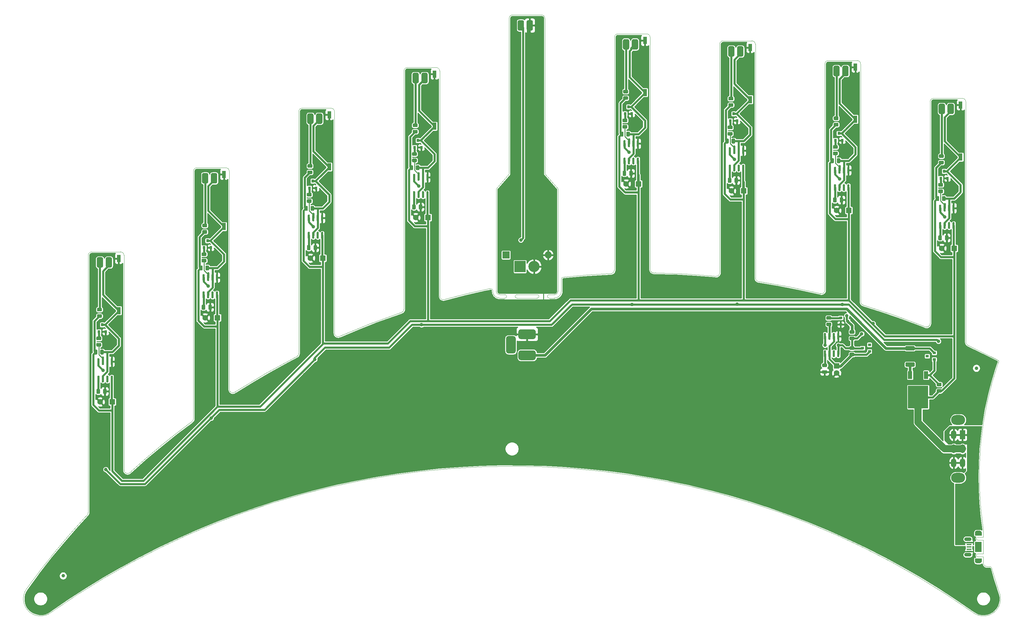
<source format=gbr>
%TF.GenerationSoftware,KiCad,Pcbnew,5.1.10-88a1d61d58~90~ubuntu20.04.1*%
%TF.CreationDate,2021-11-19T20:23:51-08:00*%
%TF.ProjectId,menorah555a,6d656e6f-7261-4683-9535-35612e6b6963,A*%
%TF.SameCoordinates,Original*%
%TF.FileFunction,Copper,L1,Top*%
%TF.FilePolarity,Positive*%
%FSLAX46Y46*%
G04 Gerber Fmt 4.6, Leading zero omitted, Abs format (unit mm)*
G04 Created by KiCad (PCBNEW 5.1.10-88a1d61d58~90~ubuntu20.04.1) date 2021-11-19 20:23:51*
%MOMM*%
%LPD*%
G01*
G04 APERTURE LIST*
%TA.AperFunction,Profile*%
%ADD10C,0.050000*%
%TD*%
%TA.AperFunction,EtchedComponent*%
%ADD11C,0.010000*%
%TD*%
%TA.AperFunction,ComponentPad*%
%ADD12O,2.000000X2.000000*%
%TD*%
%TA.AperFunction,ComponentPad*%
%ADD13R,2.000000X2.000000*%
%TD*%
%TA.AperFunction,SMDPad,CuDef*%
%ADD14R,5.800000X6.400000*%
%TD*%
%TA.AperFunction,SMDPad,CuDef*%
%ADD15R,1.200000X2.200000*%
%TD*%
%TA.AperFunction,SMDPad,CuDef*%
%ADD16R,0.800000X0.900000*%
%TD*%
%TA.AperFunction,SMDPad,CuDef*%
%ADD17R,1.140000X2.030000*%
%TD*%
%TA.AperFunction,ComponentPad*%
%ADD18R,1.600000X1.600000*%
%TD*%
%TA.AperFunction,ComponentPad*%
%ADD19C,1.600000*%
%TD*%
%TA.AperFunction,ComponentPad*%
%ADD20O,4.000000X2.800000*%
%TD*%
%TA.AperFunction,ComponentPad*%
%ADD21O,1.500000X2.500000*%
%TD*%
%TA.AperFunction,ComponentPad*%
%ADD22R,1.500000X2.500000*%
%TD*%
%TA.AperFunction,SMDPad,CuDef*%
%ADD23R,0.900000X0.800000*%
%TD*%
%TA.AperFunction,ComponentPad*%
%ADD24O,3.200000X3.200000*%
%TD*%
%TA.AperFunction,ComponentPad*%
%ADD25R,3.200000X3.200000*%
%TD*%
%TA.AperFunction,SMDPad,CuDef*%
%ADD26R,1.350000X0.400000*%
%TD*%
%TA.AperFunction,SMDPad,CuDef*%
%ADD27R,1.900000X2.900000*%
%TD*%
%TA.AperFunction,ComponentPad*%
%ADD28O,1.900000X0.950000*%
%TD*%
%TA.AperFunction,ComponentPad*%
%ADD29O,2.100000X1.050000*%
%TD*%
%TA.AperFunction,SMDPad,CuDef*%
%ADD30C,1.000000*%
%TD*%
%TA.AperFunction,ViaPad*%
%ADD31C,1.000000*%
%TD*%
%TA.AperFunction,Conductor*%
%ADD32C,0.600000*%
%TD*%
%TA.AperFunction,Conductor*%
%ADD33C,0.250000*%
%TD*%
%TA.AperFunction,Conductor*%
%ADD34C,2.000000*%
%TD*%
%TA.AperFunction,Conductor*%
%ADD35C,0.800000*%
%TD*%
%TA.AperFunction,Conductor*%
%ADD36C,0.254000*%
%TD*%
%TA.AperFunction,Conductor*%
%ADD37C,0.100000*%
%TD*%
G04 APERTURE END LIST*
D10*
X197600000Y-133200000D02*
X203400000Y-133200000D01*
X197600000Y-134200000D02*
X203400000Y-134200000D01*
X192700000Y-134200000D02*
X194200000Y-134200000D01*
X206800000Y-134200000D02*
X208300000Y-134200000D01*
X192700000Y-133200000D02*
X194200000Y-133200000D01*
X197600000Y-134200000D02*
G75*
G02*
X197600000Y-133200000I0J500000D01*
G01*
X203400000Y-133200000D02*
G75*
G02*
X203400000Y-134200000I0J-500000D01*
G01*
X206800000Y-134200000D02*
G75*
G02*
X206800000Y-133200000I0J500000D01*
G01*
X194200000Y-133200000D02*
G75*
G02*
X194200000Y-134200000I0J-500000D01*
G01*
X330600000Y-208000000D02*
X330600000Y-209800000D01*
X330600000Y-203250000D02*
X330600000Y-207149000D01*
X329030000Y-203249000D02*
G75*
G02*
X329030000Y-202399000I0J425000D01*
G01*
X329030000Y-203249000D02*
X330600000Y-203249000D01*
X329030000Y-202399000D02*
X330600000Y-202399000D01*
X329030000Y-207999000D02*
G75*
G02*
X329030000Y-207149000I0J425000D01*
G01*
X329030000Y-207149000D02*
X330600000Y-207149000D01*
X329030000Y-207999000D02*
X330600000Y-207999000D01*
X334473216Y-151784307D02*
X334841394Y-151986459D01*
X326209269Y-147680505D02*
X326340000Y-147740000D01*
X334473217Y-151784307D02*
G75*
G03*
X326340000Y-147740000I-100603217J-192115693D01*
G01*
X313693401Y-142252243D02*
X313977382Y-142376308D01*
X296341181Y-136225926D02*
X296540000Y-136280000D01*
X313693401Y-142252243D02*
G75*
G03*
X296540000Y-136280000I-79823401J-201647757D01*
G01*
X283817199Y-132845881D02*
X284141181Y-132935926D01*
X266392088Y-129478148D02*
X266730000Y-129520000D01*
X283817199Y-132845881D02*
G75*
G03*
X266730000Y-129520000I-49947199J-211054119D01*
G01*
X253945960Y-127939407D02*
X254312844Y-127986195D01*
X236634899Y-127029391D02*
X236940000Y-127030000D01*
X253945960Y-127939408D02*
G75*
G03*
X236940000Y-127030000I-20075960J-215960592D01*
G01*
X224310641Y-127212249D02*
X224573648Y-127204808D01*
X211100000Y-128200000D02*
X210713176Y-128247596D01*
X224310641Y-127212249D02*
G75*
G03*
X211100000Y-128200000I9559359J-216687751D01*
G01*
X210713176Y-128247596D02*
G75*
G03*
X210300000Y-128740000I86824J-492404D01*
G01*
X189818328Y-131513618D02*
X190070590Y-131457037D01*
X190070590Y-131457037D02*
G75*
G02*
X190700000Y-131940000I129410J-482963D01*
G01*
X177300000Y-134500000D02*
X176925568Y-134605519D01*
X189818328Y-131513619D02*
G75*
G03*
X177300000Y-134500000I44051672J-212386381D01*
G01*
X147100000Y-145100000D02*
X147022618Y-145136308D01*
X164658819Y-138335926D02*
X164398003Y-138414929D01*
X164398003Y-138414928D02*
G75*
G03*
X147100000Y-145100000I69471997J-205485072D01*
G01*
X117400000Y-160900000D02*
X117229320Y-161007146D01*
X134929919Y-150858048D02*
X134801847Y-150922131D01*
X134801848Y-150922131D02*
G75*
G03*
X117400000Y-160900000I99088152J-192977869D01*
G01*
X104841866Y-169519312D02*
X104929919Y-169458048D01*
X75069131Y-196113145D02*
X74841689Y-196355905D01*
X87600000Y-183700000D02*
X87294658Y-183979340D01*
X313977382Y-142376308D02*
G75*
G03*
X315400000Y-141470000I422618J906308D01*
G01*
X284141181Y-132935926D02*
G75*
G03*
X285400000Y-131970000I258819J965926D01*
G01*
X254312844Y-127986195D02*
G75*
G03*
X255400000Y-126990000I87156J996195D01*
G01*
X224573648Y-127204808D02*
G75*
G03*
X225400000Y-126220000I-173648J984808D01*
G01*
X164658819Y-138335926D02*
G75*
G03*
X165400000Y-137370000I-258819J965926D01*
G01*
X134929919Y-150858048D02*
G75*
G03*
X135400000Y-150010000I-529919J848048D01*
G01*
X326209269Y-147680505D02*
G75*
G02*
X325600000Y-146760000I390731J920505D01*
G01*
X296341181Y-136225926D02*
G75*
G02*
X295600000Y-135260000I258819J965926D01*
G01*
X266392088Y-129478148D02*
G75*
G02*
X265600000Y-128500000I207912J978148D01*
G01*
X236634899Y-127029391D02*
G75*
G02*
X235600000Y-126030000I-34899J999391D01*
G01*
X176925568Y-134605519D02*
G75*
G02*
X175600000Y-133660000I-325568J945519D01*
G01*
X147022618Y-145136308D02*
G75*
G02*
X145600000Y-144230000I-422618J906308D01*
G01*
X117229320Y-161007146D02*
G75*
G02*
X115600000Y-160230000I-629320J777146D01*
G01*
X104929919Y-169458048D02*
G75*
G03*
X105400000Y-168610000I-529919J848048D01*
G01*
X87294658Y-183979340D02*
G75*
G02*
X85600000Y-183260000I-694658J719340D01*
G01*
X75069131Y-196113145D02*
G75*
G03*
X75400000Y-195370000I-669131J743145D01*
G01*
X74841689Y-196355905D02*
G75*
G03*
X57824000Y-217136000I158968311J-147544095D01*
G01*
X210300000Y-132200000D02*
X210300000Y-128740000D01*
X190700000Y-132200000D02*
X190700000Y-131940000D01*
X210300000Y-132200000D02*
G75*
G02*
X208300000Y-134200000I-2000000J0D01*
G01*
X192700000Y-134200000D02*
G75*
G02*
X190700000Y-132200000I0J2000000D01*
G01*
X209300000Y-132200000D02*
G75*
G02*
X208300000Y-133200000I-1000000J0D01*
G01*
X192700000Y-133200000D02*
G75*
G02*
X191700000Y-132200000I0J1000000D01*
G01*
X330600000Y-209800000D02*
G75*
G03*
X331600000Y-210800000I1000000J0D01*
G01*
X332889778Y-211022354D02*
X332963500Y-211270827D01*
X332889778Y-211022354D02*
G75*
G03*
X332600000Y-210800000I-289778J-77646D01*
G01*
X331600000Y-210800000D02*
X332600000Y-210800000D01*
X332963500Y-211270827D02*
G75*
G03*
X335030000Y-217906000I96036500J26270827D01*
G01*
X334963541Y-152291394D02*
X334868155Y-152553185D01*
X330600000Y-202399000D02*
X330600000Y-200200000D01*
X334963541Y-152291394D02*
G75*
G03*
X334841394Y-151986459I-213541J91394D01*
G01*
X327511852Y-223813089D02*
X327603497Y-223876946D01*
X64764915Y-223901327D02*
X64850309Y-223837228D01*
X64764915Y-223901326D02*
G75*
G02*
X57824000Y-217136000I-2964915J3901326D01*
G01*
X327603497Y-223876946D02*
G75*
G03*
X335030000Y-217906000I2996503J3876946D01*
G01*
X334868155Y-152553185D02*
G75*
G03*
X330600000Y-200200000I94131845J-32446815D01*
G01*
X104841866Y-169519312D02*
G75*
G03*
X87600000Y-183700000I128968134J-174380688D01*
G01*
X327511852Y-223813090D02*
G75*
G03*
X64850000Y-223840000I-131311852J-186186910D01*
G01*
X285400000Y-67400000D02*
G75*
G02*
X286400000Y-66400000I1000000J0D01*
G01*
X325600000Y-78200000D02*
X325600000Y-146760000D01*
X235600000Y-59800000D02*
X235600000Y-126030000D01*
X234600000Y-58800000D02*
G75*
G02*
X235600000Y-59800000I0J-1000000D01*
G01*
X226400000Y-58800000D02*
X234600000Y-58800000D01*
X225400000Y-59800000D02*
G75*
G02*
X226400000Y-58800000I1000000J0D01*
G01*
X225400000Y-126220000D02*
X225400000Y-59800000D01*
X286400000Y-66400000D02*
X294600000Y-66400000D01*
X315400000Y-78200000D02*
G75*
G02*
X316400000Y-77200000I1000000J0D01*
G01*
X315400000Y-141470000D02*
X315400000Y-78200000D01*
X264600000Y-60800000D02*
G75*
G02*
X265600000Y-61800000I0J-1000000D01*
G01*
X316400000Y-77200000D02*
X324600000Y-77200000D01*
X265600000Y-61800000D02*
X265600000Y-128500000D01*
X295600000Y-67400000D02*
X295600000Y-135260000D01*
X324600000Y-77200000D02*
G75*
G02*
X325600000Y-78200000I0J-1000000D01*
G01*
X255400000Y-126990000D02*
X255400000Y-61800000D01*
X285400000Y-131970000D02*
X285400000Y-67400000D01*
X256400000Y-60800000D02*
X264600000Y-60800000D01*
X294600000Y-66400000D02*
G75*
G02*
X295600000Y-67400000I0J-1000000D01*
G01*
X255400000Y-61800000D02*
G75*
G02*
X256400000Y-60800000I1000000J0D01*
G01*
X165400000Y-69400000D02*
G75*
G02*
X166400000Y-68400000I1000000J0D01*
G01*
X166400000Y-68400000D02*
X174600000Y-68400000D01*
X175600000Y-69400000D02*
X175600000Y-133660000D01*
X165400000Y-137370000D02*
X165400000Y-69400000D01*
X174600000Y-68400000D02*
G75*
G02*
X175600000Y-69400000I0J-1000000D01*
G01*
X145600000Y-81000000D02*
X145600000Y-144230000D01*
X144600000Y-80000000D02*
G75*
G02*
X145600000Y-81000000I0J-1000000D01*
G01*
X136400000Y-80000000D02*
X144600000Y-80000000D01*
X135400000Y-81000000D02*
G75*
G02*
X136400000Y-80000000I1000000J0D01*
G01*
X135400000Y-150010000D02*
X135400000Y-81000000D01*
X115600000Y-98000000D02*
X115600000Y-160230000D01*
X114600000Y-97000000D02*
G75*
G02*
X115600000Y-98000000I0J-1000000D01*
G01*
X106400000Y-97000000D02*
X114600000Y-97000000D01*
X105400000Y-98000000D02*
G75*
G02*
X106400000Y-97000000I1000000J0D01*
G01*
X105400000Y-168610000D02*
X105400000Y-98000000D01*
X205600000Y-98800000D02*
X209300000Y-103000000D01*
X205600000Y-54400000D02*
X205600000Y-98800000D01*
X195400000Y-98800000D02*
X191700000Y-103000000D01*
X195400000Y-54400000D02*
X195400000Y-98800000D01*
X204600000Y-53400000D02*
G75*
G02*
X205600000Y-54400000I0J-1000000D01*
G01*
X196400000Y-53400000D02*
X204600000Y-53400000D01*
X195400000Y-54400000D02*
G75*
G02*
X196400000Y-53400000I1000000J0D01*
G01*
X209300000Y-103000000D02*
X209300000Y-132200000D01*
X206800000Y-133200000D02*
X208300000Y-133200000D01*
X191700000Y-103000000D02*
X191700000Y-132200000D01*
X84600000Y-121000000D02*
G75*
G02*
X85600000Y-122000000I0J-1000000D01*
G01*
X75400000Y-122000000D02*
G75*
G02*
X76400000Y-121000000I1000000J0D01*
G01*
X75400000Y-195370000D02*
X75400000Y-122000000D01*
X85600000Y-122000000D02*
X85600000Y-183260000D01*
X76400000Y-121000000D02*
X84600000Y-121000000D01*
D11*
%TO.C,J1*%
G36*
X328200000Y-201899570D02*
G01*
X328200000Y-201025000D01*
X330100123Y-201025000D01*
X330100123Y-201899570D01*
X328200000Y-201899570D01*
G37*
X328200000Y-201899570D02*
X328200000Y-201025000D01*
X330100123Y-201025000D01*
X330100123Y-201899570D01*
X328200000Y-201899570D01*
G36*
X328200000Y-209377340D02*
G01*
X328200000Y-208500000D01*
X330100533Y-208500000D01*
X330100533Y-209377340D01*
X328200000Y-209377340D01*
G37*
X328200000Y-209377340D02*
X328200000Y-208500000D01*
X330100533Y-208500000D01*
X330100533Y-209377340D01*
X328200000Y-209377340D01*
%TD*%
D12*
%TO.P,C19,2*%
%TO.N,GND*%
X206500000Y-121900000D03*
D13*
%TO.P,C19,1*%
%TO.N,Net-(C19-Pad1)*%
X194500000Y-121900000D03*
%TD*%
D14*
%TO.P,Q10,2*%
%TO.N,+5V*%
X311980000Y-162460000D03*
D15*
%TO.P,Q10,3*%
%TO.N,Net-(Q10-Pad3)*%
X309700000Y-156160000D03*
%TO.P,Q10,1*%
%TO.N,Net-(D10-Pad1)*%
X314260000Y-156160000D03*
%TD*%
%TO.P,R26,2*%
%TO.N,+5V*%
%TA.AperFunction,SMDPad,CuDef*%
G36*
G01*
X292669998Y-145170000D02*
X293570002Y-145170000D01*
G75*
G02*
X293820000Y-145419998I0J-249998D01*
G01*
X293820000Y-145945002D01*
G75*
G02*
X293570002Y-146195000I-249998J0D01*
G01*
X292669998Y-146195000D01*
G75*
G02*
X292420000Y-145945002I0J249998D01*
G01*
X292420000Y-145419998D01*
G75*
G02*
X292669998Y-145170000I249998J0D01*
G01*
G37*
%TD.AperFunction*%
%TO.P,R26,1*%
%TO.N,/RST_N*%
%TA.AperFunction,SMDPad,CuDef*%
G36*
G01*
X292669998Y-143345000D02*
X293570002Y-143345000D01*
G75*
G02*
X293820000Y-143594998I0J-249998D01*
G01*
X293820000Y-144120002D01*
G75*
G02*
X293570002Y-144370000I-249998J0D01*
G01*
X292669998Y-144370000D01*
G75*
G02*
X292420000Y-144120002I0J249998D01*
G01*
X292420000Y-143594998D01*
G75*
G02*
X292669998Y-143345000I249998J0D01*
G01*
G37*
%TD.AperFunction*%
%TD*%
%TO.P,LED6,1*%
%TO.N,Net-(LED6-Pad1)*%
%TA.AperFunction,SMDPad,CuDef*%
G36*
G01*
X232170000Y-60750000D02*
X232170000Y-62850000D01*
G75*
G02*
X231720000Y-63300000I-450000J0D01*
G01*
X230820000Y-63300000D01*
G75*
G02*
X230370000Y-62850000I0J450000D01*
G01*
X230370000Y-60750000D01*
G75*
G02*
X230820000Y-60300000I450000J0D01*
G01*
X231720000Y-60300000D01*
G75*
G02*
X232170000Y-60750000I0J-450000D01*
G01*
G37*
%TD.AperFunction*%
%TO.P,LED6,2*%
%TO.N,Net-(LED6-Pad2)*%
%TA.AperFunction,SMDPad,CuDef*%
G36*
G01*
X229630000Y-60750000D02*
X229630000Y-62850000D01*
G75*
G02*
X229180000Y-63300000I-450000J0D01*
G01*
X228280000Y-63300000D01*
G75*
G02*
X227830000Y-62850000I0J450000D01*
G01*
X227830000Y-60750000D01*
G75*
G02*
X228280000Y-60300000I450000J0D01*
G01*
X229180000Y-60300000D01*
G75*
G02*
X229630000Y-60750000I0J-450000D01*
G01*
G37*
%TD.AperFunction*%
%TD*%
%TO.P,C6,2*%
%TO.N,GND*%
%TA.AperFunction,SMDPad,CuDef*%
G36*
G01*
X259650000Y-101075000D02*
X259650000Y-100125000D01*
G75*
G02*
X259900000Y-99875000I250000J0D01*
G01*
X260400000Y-99875000D01*
G75*
G02*
X260650000Y-100125000I0J-250000D01*
G01*
X260650000Y-101075000D01*
G75*
G02*
X260400000Y-101325000I-250000J0D01*
G01*
X259900000Y-101325000D01*
G75*
G02*
X259650000Y-101075000I0J250000D01*
G01*
G37*
%TD.AperFunction*%
%TO.P,C6,1*%
%TO.N,Net-(C7-Pad1)*%
%TA.AperFunction,SMDPad,CuDef*%
G36*
G01*
X257750000Y-101075000D02*
X257750000Y-100125000D01*
G75*
G02*
X258000000Y-99875000I250000J0D01*
G01*
X258500000Y-99875000D01*
G75*
G02*
X258750000Y-100125000I0J-250000D01*
G01*
X258750000Y-101075000D01*
G75*
G02*
X258500000Y-101325000I-250000J0D01*
G01*
X258000000Y-101325000D01*
G75*
G02*
X257750000Y-101075000I0J250000D01*
G01*
G37*
%TD.AperFunction*%
%TD*%
%TO.P,R5,1*%
%TO.N,Net-(LED6-Pad2)*%
%TA.AperFunction,SMDPad,CuDef*%
G36*
G01*
X228149998Y-74775000D02*
X229050002Y-74775000D01*
G75*
G02*
X229300000Y-75024998I0J-249998D01*
G01*
X229300000Y-75550002D01*
G75*
G02*
X229050002Y-75800000I-249998J0D01*
G01*
X228149998Y-75800000D01*
G75*
G02*
X227900000Y-75550002I0J249998D01*
G01*
X227900000Y-75024998D01*
G75*
G02*
X228149998Y-74775000I249998J0D01*
G01*
G37*
%TD.AperFunction*%
%TO.P,R5,2*%
%TO.N,+5V*%
%TA.AperFunction,SMDPad,CuDef*%
G36*
G01*
X228149998Y-76600000D02*
X229050002Y-76600000D01*
G75*
G02*
X229300000Y-76849998I0J-249998D01*
G01*
X229300000Y-77375002D01*
G75*
G02*
X229050002Y-77625000I-249998J0D01*
G01*
X228149998Y-77625000D01*
G75*
G02*
X227900000Y-77375002I0J249998D01*
G01*
X227900000Y-76849998D01*
G75*
G02*
X228149998Y-76600000I249998J0D01*
G01*
G37*
%TD.AperFunction*%
%TD*%
D16*
%TO.P,Q8,1*%
%TO.N,Net-(Q9-Pad1)*%
X318450000Y-100000000D03*
%TO.P,Q8,2*%
%TO.N,GND*%
X320350000Y-100000000D03*
%TO.P,Q8,3*%
%TO.N,Net-(LED9-Pad1)*%
X319400000Y-98000000D03*
%TD*%
%TO.P,R8,1*%
%TO.N,Net-(LED9-Pad2)*%
%TA.AperFunction,SMDPad,CuDef*%
G36*
G01*
X318149998Y-93175000D02*
X319050002Y-93175000D01*
G75*
G02*
X319300000Y-93424998I0J-249998D01*
G01*
X319300000Y-93950002D01*
G75*
G02*
X319050002Y-94200000I-249998J0D01*
G01*
X318149998Y-94200000D01*
G75*
G02*
X317900000Y-93950002I0J249998D01*
G01*
X317900000Y-93424998D01*
G75*
G02*
X318149998Y-93175000I249998J0D01*
G01*
G37*
%TD.AperFunction*%
%TO.P,R8,2*%
%TO.N,+5V*%
%TA.AperFunction,SMDPad,CuDef*%
G36*
G01*
X318149998Y-95000000D02*
X319050002Y-95000000D01*
G75*
G02*
X319300000Y-95249998I0J-249998D01*
G01*
X319300000Y-95775002D01*
G75*
G02*
X319050002Y-96025000I-249998J0D01*
G01*
X318149998Y-96025000D01*
G75*
G02*
X317900000Y-95775002I0J249998D01*
G01*
X317900000Y-95249998D01*
G75*
G02*
X318149998Y-95000000I249998J0D01*
G01*
G37*
%TD.AperFunction*%
%TD*%
D17*
%TO.P,SW8,1*%
%TO.N,Net-(LED9-Pad1)*%
X324100000Y-93955000D03*
%TO.P,SW8,2*%
%TO.N,GND*%
X324100000Y-79095000D03*
%TD*%
%TO.P,R6,2*%
%TO.N,+5V*%
%TA.AperFunction,SMDPad,CuDef*%
G36*
G01*
X258149998Y-78600000D02*
X259050002Y-78600000D01*
G75*
G02*
X259300000Y-78849998I0J-249998D01*
G01*
X259300000Y-79375002D01*
G75*
G02*
X259050002Y-79625000I-249998J0D01*
G01*
X258149998Y-79625000D01*
G75*
G02*
X257900000Y-79375002I0J249998D01*
G01*
X257900000Y-78849998D01*
G75*
G02*
X258149998Y-78600000I249998J0D01*
G01*
G37*
%TD.AperFunction*%
%TO.P,R6,1*%
%TO.N,Net-(LED7-Pad2)*%
%TA.AperFunction,SMDPad,CuDef*%
G36*
G01*
X258149998Y-76775000D02*
X259050002Y-76775000D01*
G75*
G02*
X259300000Y-77024998I0J-249998D01*
G01*
X259300000Y-77550002D01*
G75*
G02*
X259050002Y-77800000I-249998J0D01*
G01*
X258149998Y-77800000D01*
G75*
G02*
X257900000Y-77550002I0J249998D01*
G01*
X257900000Y-77024998D01*
G75*
G02*
X258149998Y-76775000I249998J0D01*
G01*
G37*
%TD.AperFunction*%
%TD*%
%TO.P,R15,2*%
%TO.N,Net-(Q7-Pad1)*%
%TA.AperFunction,SMDPad,CuDef*%
G36*
G01*
X288850002Y-91600000D02*
X287949998Y-91600000D01*
G75*
G02*
X287700000Y-91350002I0J249998D01*
G01*
X287700000Y-90824998D01*
G75*
G02*
X287949998Y-90575000I249998J0D01*
G01*
X288850002Y-90575000D01*
G75*
G02*
X289100000Y-90824998I0J-249998D01*
G01*
X289100000Y-91350002D01*
G75*
G02*
X288850002Y-91600000I-249998J0D01*
G01*
G37*
%TD.AperFunction*%
%TO.P,R15,1*%
%TO.N,Net-(R15-Pad1)*%
%TA.AperFunction,SMDPad,CuDef*%
G36*
G01*
X288850002Y-93425000D02*
X287949998Y-93425000D01*
G75*
G02*
X287700000Y-93175002I0J249998D01*
G01*
X287700000Y-92649998D01*
G75*
G02*
X287949998Y-92400000I249998J0D01*
G01*
X288850002Y-92400000D01*
G75*
G02*
X289100000Y-92649998I0J-249998D01*
G01*
X289100000Y-93175002D01*
G75*
G02*
X288850002Y-93425000I-249998J0D01*
G01*
G37*
%TD.AperFunction*%
%TD*%
%TO.P,LED9,1*%
%TO.N,Net-(LED9-Pad1)*%
%TA.AperFunction,SMDPad,CuDef*%
G36*
G01*
X322170000Y-79150000D02*
X322170000Y-81250000D01*
G75*
G02*
X321720000Y-81700000I-450000J0D01*
G01*
X320820000Y-81700000D01*
G75*
G02*
X320370000Y-81250000I0J450000D01*
G01*
X320370000Y-79150000D01*
G75*
G02*
X320820000Y-78700000I450000J0D01*
G01*
X321720000Y-78700000D01*
G75*
G02*
X322170000Y-79150000I0J-450000D01*
G01*
G37*
%TD.AperFunction*%
%TO.P,LED9,2*%
%TO.N,Net-(LED9-Pad2)*%
%TA.AperFunction,SMDPad,CuDef*%
G36*
G01*
X319630000Y-79150000D02*
X319630000Y-81250000D01*
G75*
G02*
X319180000Y-81700000I-450000J0D01*
G01*
X318280000Y-81700000D01*
G75*
G02*
X317830000Y-81250000I0J450000D01*
G01*
X317830000Y-79150000D01*
G75*
G02*
X318280000Y-78700000I450000J0D01*
G01*
X319180000Y-78700000D01*
G75*
G02*
X319630000Y-79150000I0J-450000D01*
G01*
G37*
%TD.AperFunction*%
%TD*%
%TO.P,U8,1*%
%TO.N,GND*%
%TA.AperFunction,SMDPad,CuDef*%
G36*
G01*
X321955000Y-107550000D02*
X322255000Y-107550000D01*
G75*
G02*
X322405000Y-107700000I0J-150000D01*
G01*
X322405000Y-109350000D01*
G75*
G02*
X322255000Y-109500000I-150000J0D01*
G01*
X321955000Y-109500000D01*
G75*
G02*
X321805000Y-109350000I0J150000D01*
G01*
X321805000Y-107700000D01*
G75*
G02*
X321955000Y-107550000I150000J0D01*
G01*
G37*
%TD.AperFunction*%
%TO.P,U8,2*%
%TO.N,Net-(LED9-Pad1)*%
%TA.AperFunction,SMDPad,CuDef*%
G36*
G01*
X320685000Y-107550000D02*
X320985000Y-107550000D01*
G75*
G02*
X321135000Y-107700000I0J-150000D01*
G01*
X321135000Y-109350000D01*
G75*
G02*
X320985000Y-109500000I-150000J0D01*
G01*
X320685000Y-109500000D01*
G75*
G02*
X320535000Y-109350000I0J150000D01*
G01*
X320535000Y-107700000D01*
G75*
G02*
X320685000Y-107550000I150000J0D01*
G01*
G37*
%TD.AperFunction*%
%TO.P,U8,3*%
%TO.N,Net-(R16-Pad1)*%
%TA.AperFunction,SMDPad,CuDef*%
G36*
G01*
X319415000Y-107550000D02*
X319715000Y-107550000D01*
G75*
G02*
X319865000Y-107700000I0J-150000D01*
G01*
X319865000Y-109350000D01*
G75*
G02*
X319715000Y-109500000I-150000J0D01*
G01*
X319415000Y-109500000D01*
G75*
G02*
X319265000Y-109350000I0J150000D01*
G01*
X319265000Y-107700000D01*
G75*
G02*
X319415000Y-107550000I150000J0D01*
G01*
G37*
%TD.AperFunction*%
%TO.P,U8,4*%
%TO.N,/RST_N*%
%TA.AperFunction,SMDPad,CuDef*%
G36*
G01*
X318145000Y-107550000D02*
X318445000Y-107550000D01*
G75*
G02*
X318595000Y-107700000I0J-150000D01*
G01*
X318595000Y-109350000D01*
G75*
G02*
X318445000Y-109500000I-150000J0D01*
G01*
X318145000Y-109500000D01*
G75*
G02*
X317995000Y-109350000I0J150000D01*
G01*
X317995000Y-107700000D01*
G75*
G02*
X318145000Y-107550000I150000J0D01*
G01*
G37*
%TD.AperFunction*%
%TO.P,U8,5*%
%TO.N,Net-(C16-Pad1)*%
%TA.AperFunction,SMDPad,CuDef*%
G36*
G01*
X318145000Y-112500000D02*
X318445000Y-112500000D01*
G75*
G02*
X318595000Y-112650000I0J-150000D01*
G01*
X318595000Y-114300000D01*
G75*
G02*
X318445000Y-114450000I-150000J0D01*
G01*
X318145000Y-114450000D01*
G75*
G02*
X317995000Y-114300000I0J150000D01*
G01*
X317995000Y-112650000D01*
G75*
G02*
X318145000Y-112500000I150000J0D01*
G01*
G37*
%TD.AperFunction*%
%TO.P,U8,6*%
%TO.N,Net-(LED9-Pad1)*%
%TA.AperFunction,SMDPad,CuDef*%
G36*
G01*
X319415000Y-112500000D02*
X319715000Y-112500000D01*
G75*
G02*
X319865000Y-112650000I0J-150000D01*
G01*
X319865000Y-114300000D01*
G75*
G02*
X319715000Y-114450000I-150000J0D01*
G01*
X319415000Y-114450000D01*
G75*
G02*
X319265000Y-114300000I0J150000D01*
G01*
X319265000Y-112650000D01*
G75*
G02*
X319415000Y-112500000I150000J0D01*
G01*
G37*
%TD.AperFunction*%
%TO.P,U8,7*%
%TO.N,Net-(U8-Pad7)*%
%TA.AperFunction,SMDPad,CuDef*%
G36*
G01*
X320685000Y-112500000D02*
X320985000Y-112500000D01*
G75*
G02*
X321135000Y-112650000I0J-150000D01*
G01*
X321135000Y-114300000D01*
G75*
G02*
X320985000Y-114450000I-150000J0D01*
G01*
X320685000Y-114450000D01*
G75*
G02*
X320535000Y-114300000I0J150000D01*
G01*
X320535000Y-112650000D01*
G75*
G02*
X320685000Y-112500000I150000J0D01*
G01*
G37*
%TD.AperFunction*%
%TO.P,U8,8*%
%TO.N,+5V*%
%TA.AperFunction,SMDPad,CuDef*%
G36*
G01*
X321955000Y-112500000D02*
X322255000Y-112500000D01*
G75*
G02*
X322405000Y-112650000I0J-150000D01*
G01*
X322405000Y-114300000D01*
G75*
G02*
X322255000Y-114450000I-150000J0D01*
G01*
X321955000Y-114450000D01*
G75*
G02*
X321805000Y-114300000I0J150000D01*
G01*
X321805000Y-112650000D01*
G75*
G02*
X321955000Y-112500000I150000J0D01*
G01*
G37*
%TD.AperFunction*%
%TD*%
%TO.P,SW7,2*%
%TO.N,GND*%
X294100000Y-68295000D03*
%TO.P,SW7,1*%
%TO.N,Net-(LED8-Pad1)*%
X294100000Y-83155000D03*
%TD*%
%TO.P,U7,8*%
%TO.N,+5V*%
%TA.AperFunction,SMDPad,CuDef*%
G36*
G01*
X291955000Y-101700000D02*
X292255000Y-101700000D01*
G75*
G02*
X292405000Y-101850000I0J-150000D01*
G01*
X292405000Y-103500000D01*
G75*
G02*
X292255000Y-103650000I-150000J0D01*
G01*
X291955000Y-103650000D01*
G75*
G02*
X291805000Y-103500000I0J150000D01*
G01*
X291805000Y-101850000D01*
G75*
G02*
X291955000Y-101700000I150000J0D01*
G01*
G37*
%TD.AperFunction*%
%TO.P,U7,7*%
%TO.N,Net-(U7-Pad7)*%
%TA.AperFunction,SMDPad,CuDef*%
G36*
G01*
X290685000Y-101700000D02*
X290985000Y-101700000D01*
G75*
G02*
X291135000Y-101850000I0J-150000D01*
G01*
X291135000Y-103500000D01*
G75*
G02*
X290985000Y-103650000I-150000J0D01*
G01*
X290685000Y-103650000D01*
G75*
G02*
X290535000Y-103500000I0J150000D01*
G01*
X290535000Y-101850000D01*
G75*
G02*
X290685000Y-101700000I150000J0D01*
G01*
G37*
%TD.AperFunction*%
%TO.P,U7,6*%
%TO.N,Net-(LED8-Pad1)*%
%TA.AperFunction,SMDPad,CuDef*%
G36*
G01*
X289415000Y-101700000D02*
X289715000Y-101700000D01*
G75*
G02*
X289865000Y-101850000I0J-150000D01*
G01*
X289865000Y-103500000D01*
G75*
G02*
X289715000Y-103650000I-150000J0D01*
G01*
X289415000Y-103650000D01*
G75*
G02*
X289265000Y-103500000I0J150000D01*
G01*
X289265000Y-101850000D01*
G75*
G02*
X289415000Y-101700000I150000J0D01*
G01*
G37*
%TD.AperFunction*%
%TO.P,U7,5*%
%TO.N,Net-(C12-Pad1)*%
%TA.AperFunction,SMDPad,CuDef*%
G36*
G01*
X288145000Y-101700000D02*
X288445000Y-101700000D01*
G75*
G02*
X288595000Y-101850000I0J-150000D01*
G01*
X288595000Y-103500000D01*
G75*
G02*
X288445000Y-103650000I-150000J0D01*
G01*
X288145000Y-103650000D01*
G75*
G02*
X287995000Y-103500000I0J150000D01*
G01*
X287995000Y-101850000D01*
G75*
G02*
X288145000Y-101700000I150000J0D01*
G01*
G37*
%TD.AperFunction*%
%TO.P,U7,4*%
%TO.N,/RST_N*%
%TA.AperFunction,SMDPad,CuDef*%
G36*
G01*
X288145000Y-96750000D02*
X288445000Y-96750000D01*
G75*
G02*
X288595000Y-96900000I0J-150000D01*
G01*
X288595000Y-98550000D01*
G75*
G02*
X288445000Y-98700000I-150000J0D01*
G01*
X288145000Y-98700000D01*
G75*
G02*
X287995000Y-98550000I0J150000D01*
G01*
X287995000Y-96900000D01*
G75*
G02*
X288145000Y-96750000I150000J0D01*
G01*
G37*
%TD.AperFunction*%
%TO.P,U7,3*%
%TO.N,Net-(R15-Pad1)*%
%TA.AperFunction,SMDPad,CuDef*%
G36*
G01*
X289415000Y-96750000D02*
X289715000Y-96750000D01*
G75*
G02*
X289865000Y-96900000I0J-150000D01*
G01*
X289865000Y-98550000D01*
G75*
G02*
X289715000Y-98700000I-150000J0D01*
G01*
X289415000Y-98700000D01*
G75*
G02*
X289265000Y-98550000I0J150000D01*
G01*
X289265000Y-96900000D01*
G75*
G02*
X289415000Y-96750000I150000J0D01*
G01*
G37*
%TD.AperFunction*%
%TO.P,U7,2*%
%TO.N,Net-(LED8-Pad1)*%
%TA.AperFunction,SMDPad,CuDef*%
G36*
G01*
X290685000Y-96750000D02*
X290985000Y-96750000D01*
G75*
G02*
X291135000Y-96900000I0J-150000D01*
G01*
X291135000Y-98550000D01*
G75*
G02*
X290985000Y-98700000I-150000J0D01*
G01*
X290685000Y-98700000D01*
G75*
G02*
X290535000Y-98550000I0J150000D01*
G01*
X290535000Y-96900000D01*
G75*
G02*
X290685000Y-96750000I150000J0D01*
G01*
G37*
%TD.AperFunction*%
%TO.P,U7,1*%
%TO.N,GND*%
%TA.AperFunction,SMDPad,CuDef*%
G36*
G01*
X291955000Y-96750000D02*
X292255000Y-96750000D01*
G75*
G02*
X292405000Y-96900000I0J-150000D01*
G01*
X292405000Y-98550000D01*
G75*
G02*
X292255000Y-98700000I-150000J0D01*
G01*
X291955000Y-98700000D01*
G75*
G02*
X291805000Y-98550000I0J150000D01*
G01*
X291805000Y-96900000D01*
G75*
G02*
X291955000Y-96750000I150000J0D01*
G01*
G37*
%TD.AperFunction*%
%TD*%
%TO.P,R21,1*%
%TO.N,Net-(LED6-Pad1)*%
%TA.AperFunction,SMDPad,CuDef*%
G36*
G01*
X229825000Y-86949998D02*
X229825000Y-87850002D01*
G75*
G02*
X229575002Y-88100000I-249998J0D01*
G01*
X229049998Y-88100000D01*
G75*
G02*
X228800000Y-87850002I0J249998D01*
G01*
X228800000Y-86949998D01*
G75*
G02*
X229049998Y-86700000I249998J0D01*
G01*
X229575002Y-86700000D01*
G75*
G02*
X229825000Y-86949998I0J-249998D01*
G01*
G37*
%TD.AperFunction*%
%TO.P,R21,2*%
%TO.N,+5V*%
%TA.AperFunction,SMDPad,CuDef*%
G36*
G01*
X228000000Y-86949998D02*
X228000000Y-87850002D01*
G75*
G02*
X227750002Y-88100000I-249998J0D01*
G01*
X227224998Y-88100000D01*
G75*
G02*
X226975000Y-87850002I0J249998D01*
G01*
X226975000Y-86949998D01*
G75*
G02*
X227224998Y-86700000I249998J0D01*
G01*
X227750002Y-86700000D01*
G75*
G02*
X228000000Y-86949998I0J-249998D01*
G01*
G37*
%TD.AperFunction*%
%TD*%
%TO.P,C5,1*%
%TO.N,Net-(C2-Pad1)*%
%TA.AperFunction,SMDPad,CuDef*%
G36*
G01*
X227750000Y-99075000D02*
X227750000Y-98125000D01*
G75*
G02*
X228000000Y-97875000I250000J0D01*
G01*
X228500000Y-97875000D01*
G75*
G02*
X228750000Y-98125000I0J-250000D01*
G01*
X228750000Y-99075000D01*
G75*
G02*
X228500000Y-99325000I-250000J0D01*
G01*
X228000000Y-99325000D01*
G75*
G02*
X227750000Y-99075000I0J250000D01*
G01*
G37*
%TD.AperFunction*%
%TO.P,C5,2*%
%TO.N,GND*%
%TA.AperFunction,SMDPad,CuDef*%
G36*
G01*
X229650000Y-99075000D02*
X229650000Y-98125000D01*
G75*
G02*
X229900000Y-97875000I250000J0D01*
G01*
X230400000Y-97875000D01*
G75*
G02*
X230650000Y-98125000I0J-250000D01*
G01*
X230650000Y-99075000D01*
G75*
G02*
X230400000Y-99325000I-250000J0D01*
G01*
X229900000Y-99325000D01*
G75*
G02*
X229650000Y-99075000I0J250000D01*
G01*
G37*
%TD.AperFunction*%
%TD*%
D16*
%TO.P,Q6,3*%
%TO.N,Net-(LED7-Pad1)*%
X259400000Y-81600000D03*
%TO.P,Q6,2*%
%TO.N,GND*%
X260350000Y-83600000D03*
%TO.P,Q6,1*%
%TO.N,Net-(Q5-Pad1)*%
X258450000Y-83600000D03*
%TD*%
%TO.P,C8,1*%
%TO.N,Net-(C16-Pad1)*%
%TA.AperFunction,SMDPad,CuDef*%
G36*
G01*
X317750000Y-117475000D02*
X317750000Y-116525000D01*
G75*
G02*
X318000000Y-116275000I250000J0D01*
G01*
X318500000Y-116275000D01*
G75*
G02*
X318750000Y-116525000I0J-250000D01*
G01*
X318750000Y-117475000D01*
G75*
G02*
X318500000Y-117725000I-250000J0D01*
G01*
X318000000Y-117725000D01*
G75*
G02*
X317750000Y-117475000I0J250000D01*
G01*
G37*
%TD.AperFunction*%
%TO.P,C8,2*%
%TO.N,GND*%
%TA.AperFunction,SMDPad,CuDef*%
G36*
G01*
X319650000Y-117475000D02*
X319650000Y-116525000D01*
G75*
G02*
X319900000Y-116275000I250000J0D01*
G01*
X320400000Y-116275000D01*
G75*
G02*
X320650000Y-116525000I0J-250000D01*
G01*
X320650000Y-117475000D01*
G75*
G02*
X320400000Y-117725000I-250000J0D01*
G01*
X319900000Y-117725000D01*
G75*
G02*
X319650000Y-117475000I0J250000D01*
G01*
G37*
%TD.AperFunction*%
%TD*%
%TO.P,LED7,2*%
%TO.N,Net-(LED7-Pad2)*%
%TA.AperFunction,SMDPad,CuDef*%
G36*
G01*
X259630000Y-62750000D02*
X259630000Y-64850000D01*
G75*
G02*
X259180000Y-65300000I-450000J0D01*
G01*
X258280000Y-65300000D01*
G75*
G02*
X257830000Y-64850000I0J450000D01*
G01*
X257830000Y-62750000D01*
G75*
G02*
X258280000Y-62300000I450000J0D01*
G01*
X259180000Y-62300000D01*
G75*
G02*
X259630000Y-62750000I0J-450000D01*
G01*
G37*
%TD.AperFunction*%
%TO.P,LED7,1*%
%TO.N,Net-(LED7-Pad1)*%
%TA.AperFunction,SMDPad,CuDef*%
G36*
G01*
X262170000Y-62750000D02*
X262170000Y-64850000D01*
G75*
G02*
X261720000Y-65300000I-450000J0D01*
G01*
X260820000Y-65300000D01*
G75*
G02*
X260370000Y-64850000I0J450000D01*
G01*
X260370000Y-62750000D01*
G75*
G02*
X260820000Y-62300000I450000J0D01*
G01*
X261720000Y-62300000D01*
G75*
G02*
X262170000Y-62750000I0J-450000D01*
G01*
G37*
%TD.AperFunction*%
%TD*%
%TO.P,R14,2*%
%TO.N,Net-(Q5-Pad1)*%
%TA.AperFunction,SMDPad,CuDef*%
G36*
G01*
X258850002Y-86000000D02*
X257949998Y-86000000D01*
G75*
G02*
X257700000Y-85750002I0J249998D01*
G01*
X257700000Y-85224998D01*
G75*
G02*
X257949998Y-84975000I249998J0D01*
G01*
X258850002Y-84975000D01*
G75*
G02*
X259100000Y-85224998I0J-249998D01*
G01*
X259100000Y-85750002D01*
G75*
G02*
X258850002Y-86000000I-249998J0D01*
G01*
G37*
%TD.AperFunction*%
%TO.P,R14,1*%
%TO.N,Net-(R14-Pad1)*%
%TA.AperFunction,SMDPad,CuDef*%
G36*
G01*
X258850002Y-87825000D02*
X257949998Y-87825000D01*
G75*
G02*
X257700000Y-87575002I0J249998D01*
G01*
X257700000Y-87049998D01*
G75*
G02*
X257949998Y-86800000I249998J0D01*
G01*
X258850002Y-86800000D01*
G75*
G02*
X259100000Y-87049998I0J-249998D01*
G01*
X259100000Y-87575002D01*
G75*
G02*
X258850002Y-87825000I-249998J0D01*
G01*
G37*
%TD.AperFunction*%
%TD*%
D17*
%TO.P,SW6,2*%
%TO.N,GND*%
X264100000Y-62695000D03*
%TO.P,SW6,1*%
%TO.N,Net-(LED7-Pad1)*%
X264100000Y-77555000D03*
%TD*%
%TO.P,LED8,2*%
%TO.N,Net-(LED8-Pad2)*%
%TA.AperFunction,SMDPad,CuDef*%
G36*
G01*
X289630000Y-68350000D02*
X289630000Y-70450000D01*
G75*
G02*
X289180000Y-70900000I-450000J0D01*
G01*
X288280000Y-70900000D01*
G75*
G02*
X287830000Y-70450000I0J450000D01*
G01*
X287830000Y-68350000D01*
G75*
G02*
X288280000Y-67900000I450000J0D01*
G01*
X289180000Y-67900000D01*
G75*
G02*
X289630000Y-68350000I0J-450000D01*
G01*
G37*
%TD.AperFunction*%
%TO.P,LED8,1*%
%TO.N,Net-(LED8-Pad1)*%
%TA.AperFunction,SMDPad,CuDef*%
G36*
G01*
X292170000Y-68350000D02*
X292170000Y-70450000D01*
G75*
G02*
X291720000Y-70900000I-450000J0D01*
G01*
X290820000Y-70900000D01*
G75*
G02*
X290370000Y-70450000I0J450000D01*
G01*
X290370000Y-68350000D01*
G75*
G02*
X290820000Y-67900000I450000J0D01*
G01*
X291720000Y-67900000D01*
G75*
G02*
X292170000Y-68350000I0J-450000D01*
G01*
G37*
%TD.AperFunction*%
%TD*%
%TO.P,U5,1*%
%TO.N,GND*%
%TA.AperFunction,SMDPad,CuDef*%
G36*
G01*
X231955000Y-89150000D02*
X232255000Y-89150000D01*
G75*
G02*
X232405000Y-89300000I0J-150000D01*
G01*
X232405000Y-90950000D01*
G75*
G02*
X232255000Y-91100000I-150000J0D01*
G01*
X231955000Y-91100000D01*
G75*
G02*
X231805000Y-90950000I0J150000D01*
G01*
X231805000Y-89300000D01*
G75*
G02*
X231955000Y-89150000I150000J0D01*
G01*
G37*
%TD.AperFunction*%
%TO.P,U5,2*%
%TO.N,Net-(LED6-Pad1)*%
%TA.AperFunction,SMDPad,CuDef*%
G36*
G01*
X230685000Y-89150000D02*
X230985000Y-89150000D01*
G75*
G02*
X231135000Y-89300000I0J-150000D01*
G01*
X231135000Y-90950000D01*
G75*
G02*
X230985000Y-91100000I-150000J0D01*
G01*
X230685000Y-91100000D01*
G75*
G02*
X230535000Y-90950000I0J150000D01*
G01*
X230535000Y-89300000D01*
G75*
G02*
X230685000Y-89150000I150000J0D01*
G01*
G37*
%TD.AperFunction*%
%TO.P,U5,3*%
%TO.N,Net-(R13-Pad1)*%
%TA.AperFunction,SMDPad,CuDef*%
G36*
G01*
X229415000Y-89150000D02*
X229715000Y-89150000D01*
G75*
G02*
X229865000Y-89300000I0J-150000D01*
G01*
X229865000Y-90950000D01*
G75*
G02*
X229715000Y-91100000I-150000J0D01*
G01*
X229415000Y-91100000D01*
G75*
G02*
X229265000Y-90950000I0J150000D01*
G01*
X229265000Y-89300000D01*
G75*
G02*
X229415000Y-89150000I150000J0D01*
G01*
G37*
%TD.AperFunction*%
%TO.P,U5,4*%
%TO.N,/RST_N*%
%TA.AperFunction,SMDPad,CuDef*%
G36*
G01*
X228145000Y-89150000D02*
X228445000Y-89150000D01*
G75*
G02*
X228595000Y-89300000I0J-150000D01*
G01*
X228595000Y-90950000D01*
G75*
G02*
X228445000Y-91100000I-150000J0D01*
G01*
X228145000Y-91100000D01*
G75*
G02*
X227995000Y-90950000I0J150000D01*
G01*
X227995000Y-89300000D01*
G75*
G02*
X228145000Y-89150000I150000J0D01*
G01*
G37*
%TD.AperFunction*%
%TO.P,U5,5*%
%TO.N,Net-(C2-Pad1)*%
%TA.AperFunction,SMDPad,CuDef*%
G36*
G01*
X228145000Y-94100000D02*
X228445000Y-94100000D01*
G75*
G02*
X228595000Y-94250000I0J-150000D01*
G01*
X228595000Y-95900000D01*
G75*
G02*
X228445000Y-96050000I-150000J0D01*
G01*
X228145000Y-96050000D01*
G75*
G02*
X227995000Y-95900000I0J150000D01*
G01*
X227995000Y-94250000D01*
G75*
G02*
X228145000Y-94100000I150000J0D01*
G01*
G37*
%TD.AperFunction*%
%TO.P,U5,6*%
%TO.N,Net-(LED6-Pad1)*%
%TA.AperFunction,SMDPad,CuDef*%
G36*
G01*
X229415000Y-94100000D02*
X229715000Y-94100000D01*
G75*
G02*
X229865000Y-94250000I0J-150000D01*
G01*
X229865000Y-95900000D01*
G75*
G02*
X229715000Y-96050000I-150000J0D01*
G01*
X229415000Y-96050000D01*
G75*
G02*
X229265000Y-95900000I0J150000D01*
G01*
X229265000Y-94250000D01*
G75*
G02*
X229415000Y-94100000I150000J0D01*
G01*
G37*
%TD.AperFunction*%
%TO.P,U5,7*%
%TO.N,Net-(U5-Pad7)*%
%TA.AperFunction,SMDPad,CuDef*%
G36*
G01*
X230685000Y-94100000D02*
X230985000Y-94100000D01*
G75*
G02*
X231135000Y-94250000I0J-150000D01*
G01*
X231135000Y-95900000D01*
G75*
G02*
X230985000Y-96050000I-150000J0D01*
G01*
X230685000Y-96050000D01*
G75*
G02*
X230535000Y-95900000I0J150000D01*
G01*
X230535000Y-94250000D01*
G75*
G02*
X230685000Y-94100000I150000J0D01*
G01*
G37*
%TD.AperFunction*%
%TO.P,U5,8*%
%TO.N,+5V*%
%TA.AperFunction,SMDPad,CuDef*%
G36*
G01*
X231955000Y-94100000D02*
X232255000Y-94100000D01*
G75*
G02*
X232405000Y-94250000I0J-150000D01*
G01*
X232405000Y-95900000D01*
G75*
G02*
X232255000Y-96050000I-150000J0D01*
G01*
X231955000Y-96050000D01*
G75*
G02*
X231805000Y-95900000I0J150000D01*
G01*
X231805000Y-94250000D01*
G75*
G02*
X231955000Y-94100000I150000J0D01*
G01*
G37*
%TD.AperFunction*%
%TD*%
D16*
%TO.P,Q5,1*%
%TO.N,Net-(Q1-Pad1)*%
X228450000Y-81600000D03*
%TO.P,Q5,2*%
%TO.N,GND*%
X230350000Y-81600000D03*
%TO.P,Q5,3*%
%TO.N,Net-(LED6-Pad1)*%
X229400000Y-79600000D03*
%TD*%
%TO.P,R24,1*%
%TO.N,Net-(LED9-Pad1)*%
%TA.AperFunction,SMDPad,CuDef*%
G36*
G01*
X319825000Y-105349998D02*
X319825000Y-106250002D01*
G75*
G02*
X319575002Y-106500000I-249998J0D01*
G01*
X319049998Y-106500000D01*
G75*
G02*
X318800000Y-106250002I0J249998D01*
G01*
X318800000Y-105349998D01*
G75*
G02*
X319049998Y-105100000I249998J0D01*
G01*
X319575002Y-105100000D01*
G75*
G02*
X319825000Y-105349998I0J-249998D01*
G01*
G37*
%TD.AperFunction*%
%TO.P,R24,2*%
%TO.N,+5V*%
%TA.AperFunction,SMDPad,CuDef*%
G36*
G01*
X318000000Y-105349998D02*
X318000000Y-106250002D01*
G75*
G02*
X317750002Y-106500000I-249998J0D01*
G01*
X317224998Y-106500000D01*
G75*
G02*
X316975000Y-106250002I0J249998D01*
G01*
X316975000Y-105349998D01*
G75*
G02*
X317224998Y-105100000I249998J0D01*
G01*
X317750002Y-105100000D01*
G75*
G02*
X318000000Y-105349998I0J-249998D01*
G01*
G37*
%TD.AperFunction*%
%TD*%
%TO.P,C7,2*%
%TO.N,GND*%
%TA.AperFunction,SMDPad,CuDef*%
G36*
G01*
X289650000Y-106675000D02*
X289650000Y-105725000D01*
G75*
G02*
X289900000Y-105475000I250000J0D01*
G01*
X290400000Y-105475000D01*
G75*
G02*
X290650000Y-105725000I0J-250000D01*
G01*
X290650000Y-106675000D01*
G75*
G02*
X290400000Y-106925000I-250000J0D01*
G01*
X289900000Y-106925000D01*
G75*
G02*
X289650000Y-106675000I0J250000D01*
G01*
G37*
%TD.AperFunction*%
%TO.P,C7,1*%
%TO.N,Net-(C12-Pad1)*%
%TA.AperFunction,SMDPad,CuDef*%
G36*
G01*
X287750000Y-106675000D02*
X287750000Y-105725000D01*
G75*
G02*
X288000000Y-105475000I250000J0D01*
G01*
X288500000Y-105475000D01*
G75*
G02*
X288750000Y-105725000I0J-250000D01*
G01*
X288750000Y-106675000D01*
G75*
G02*
X288500000Y-106925000I-250000J0D01*
G01*
X288000000Y-106925000D01*
G75*
G02*
X287750000Y-106675000I0J250000D01*
G01*
G37*
%TD.AperFunction*%
%TD*%
D18*
%TO.P,C13,1*%
%TO.N,+5V*%
X232250000Y-101600000D03*
D19*
%TO.P,C13,2*%
%TO.N,GND*%
X228750000Y-101600000D03*
%TD*%
%TO.P,U6,8*%
%TO.N,+5V*%
%TA.AperFunction,SMDPad,CuDef*%
G36*
G01*
X261955000Y-96100000D02*
X262255000Y-96100000D01*
G75*
G02*
X262405000Y-96250000I0J-150000D01*
G01*
X262405000Y-97900000D01*
G75*
G02*
X262255000Y-98050000I-150000J0D01*
G01*
X261955000Y-98050000D01*
G75*
G02*
X261805000Y-97900000I0J150000D01*
G01*
X261805000Y-96250000D01*
G75*
G02*
X261955000Y-96100000I150000J0D01*
G01*
G37*
%TD.AperFunction*%
%TO.P,U6,7*%
%TO.N,Net-(U6-Pad7)*%
%TA.AperFunction,SMDPad,CuDef*%
G36*
G01*
X260685000Y-96100000D02*
X260985000Y-96100000D01*
G75*
G02*
X261135000Y-96250000I0J-150000D01*
G01*
X261135000Y-97900000D01*
G75*
G02*
X260985000Y-98050000I-150000J0D01*
G01*
X260685000Y-98050000D01*
G75*
G02*
X260535000Y-97900000I0J150000D01*
G01*
X260535000Y-96250000D01*
G75*
G02*
X260685000Y-96100000I150000J0D01*
G01*
G37*
%TD.AperFunction*%
%TO.P,U6,6*%
%TO.N,Net-(LED7-Pad1)*%
%TA.AperFunction,SMDPad,CuDef*%
G36*
G01*
X259415000Y-96100000D02*
X259715000Y-96100000D01*
G75*
G02*
X259865000Y-96250000I0J-150000D01*
G01*
X259865000Y-97900000D01*
G75*
G02*
X259715000Y-98050000I-150000J0D01*
G01*
X259415000Y-98050000D01*
G75*
G02*
X259265000Y-97900000I0J150000D01*
G01*
X259265000Y-96250000D01*
G75*
G02*
X259415000Y-96100000I150000J0D01*
G01*
G37*
%TD.AperFunction*%
%TO.P,U6,5*%
%TO.N,Net-(C7-Pad1)*%
%TA.AperFunction,SMDPad,CuDef*%
G36*
G01*
X258145000Y-96100000D02*
X258445000Y-96100000D01*
G75*
G02*
X258595000Y-96250000I0J-150000D01*
G01*
X258595000Y-97900000D01*
G75*
G02*
X258445000Y-98050000I-150000J0D01*
G01*
X258145000Y-98050000D01*
G75*
G02*
X257995000Y-97900000I0J150000D01*
G01*
X257995000Y-96250000D01*
G75*
G02*
X258145000Y-96100000I150000J0D01*
G01*
G37*
%TD.AperFunction*%
%TO.P,U6,4*%
%TO.N,/RST_N*%
%TA.AperFunction,SMDPad,CuDef*%
G36*
G01*
X258145000Y-91150000D02*
X258445000Y-91150000D01*
G75*
G02*
X258595000Y-91300000I0J-150000D01*
G01*
X258595000Y-92950000D01*
G75*
G02*
X258445000Y-93100000I-150000J0D01*
G01*
X258145000Y-93100000D01*
G75*
G02*
X257995000Y-92950000I0J150000D01*
G01*
X257995000Y-91300000D01*
G75*
G02*
X258145000Y-91150000I150000J0D01*
G01*
G37*
%TD.AperFunction*%
%TO.P,U6,3*%
%TO.N,Net-(R14-Pad1)*%
%TA.AperFunction,SMDPad,CuDef*%
G36*
G01*
X259415000Y-91150000D02*
X259715000Y-91150000D01*
G75*
G02*
X259865000Y-91300000I0J-150000D01*
G01*
X259865000Y-92950000D01*
G75*
G02*
X259715000Y-93100000I-150000J0D01*
G01*
X259415000Y-93100000D01*
G75*
G02*
X259265000Y-92950000I0J150000D01*
G01*
X259265000Y-91300000D01*
G75*
G02*
X259415000Y-91150000I150000J0D01*
G01*
G37*
%TD.AperFunction*%
%TO.P,U6,2*%
%TO.N,Net-(LED7-Pad1)*%
%TA.AperFunction,SMDPad,CuDef*%
G36*
G01*
X260685000Y-91150000D02*
X260985000Y-91150000D01*
G75*
G02*
X261135000Y-91300000I0J-150000D01*
G01*
X261135000Y-92950000D01*
G75*
G02*
X260985000Y-93100000I-150000J0D01*
G01*
X260685000Y-93100000D01*
G75*
G02*
X260535000Y-92950000I0J150000D01*
G01*
X260535000Y-91300000D01*
G75*
G02*
X260685000Y-91150000I150000J0D01*
G01*
G37*
%TD.AperFunction*%
%TO.P,U6,1*%
%TO.N,GND*%
%TA.AperFunction,SMDPad,CuDef*%
G36*
G01*
X261955000Y-91150000D02*
X262255000Y-91150000D01*
G75*
G02*
X262405000Y-91300000I0J-150000D01*
G01*
X262405000Y-92950000D01*
G75*
G02*
X262255000Y-93100000I-150000J0D01*
G01*
X261955000Y-93100000D01*
G75*
G02*
X261805000Y-92950000I0J150000D01*
G01*
X261805000Y-91300000D01*
G75*
G02*
X261955000Y-91150000I150000J0D01*
G01*
G37*
%TD.AperFunction*%
%TD*%
%TO.P,R13,1*%
%TO.N,Net-(R13-Pad1)*%
%TA.AperFunction,SMDPad,CuDef*%
G36*
G01*
X228850002Y-85825000D02*
X227949998Y-85825000D01*
G75*
G02*
X227700000Y-85575002I0J249998D01*
G01*
X227700000Y-85049998D01*
G75*
G02*
X227949998Y-84800000I249998J0D01*
G01*
X228850002Y-84800000D01*
G75*
G02*
X229100000Y-85049998I0J-249998D01*
G01*
X229100000Y-85575002D01*
G75*
G02*
X228850002Y-85825000I-249998J0D01*
G01*
G37*
%TD.AperFunction*%
%TO.P,R13,2*%
%TO.N,Net-(Q1-Pad1)*%
%TA.AperFunction,SMDPad,CuDef*%
G36*
G01*
X228850002Y-84000000D02*
X227949998Y-84000000D01*
G75*
G02*
X227700000Y-83750002I0J249998D01*
G01*
X227700000Y-83224998D01*
G75*
G02*
X227949998Y-82975000I249998J0D01*
G01*
X228850002Y-82975000D01*
G75*
G02*
X229100000Y-83224998I0J-249998D01*
G01*
X229100000Y-83750002D01*
G75*
G02*
X228850002Y-84000000I-249998J0D01*
G01*
G37*
%TD.AperFunction*%
%TD*%
D18*
%TO.P,C16,1*%
%TO.N,+5V*%
X322250000Y-120000000D03*
D19*
%TO.P,C16,2*%
%TO.N,GND*%
X318750000Y-120000000D03*
%TD*%
%TO.P,C14,2*%
%TO.N,GND*%
X258750000Y-103600000D03*
D18*
%TO.P,C14,1*%
%TO.N,+5V*%
X262250000Y-103600000D03*
%TD*%
%TO.P,R22,2*%
%TO.N,+5V*%
%TA.AperFunction,SMDPad,CuDef*%
G36*
G01*
X258000000Y-88949998D02*
X258000000Y-89850002D01*
G75*
G02*
X257750002Y-90100000I-249998J0D01*
G01*
X257224998Y-90100000D01*
G75*
G02*
X256975000Y-89850002I0J249998D01*
G01*
X256975000Y-88949998D01*
G75*
G02*
X257224998Y-88700000I249998J0D01*
G01*
X257750002Y-88700000D01*
G75*
G02*
X258000000Y-88949998I0J-249998D01*
G01*
G37*
%TD.AperFunction*%
%TO.P,R22,1*%
%TO.N,Net-(LED7-Pad1)*%
%TA.AperFunction,SMDPad,CuDef*%
G36*
G01*
X259825000Y-88949998D02*
X259825000Y-89850002D01*
G75*
G02*
X259575002Y-90100000I-249998J0D01*
G01*
X259049998Y-90100000D01*
G75*
G02*
X258800000Y-89850002I0J249998D01*
G01*
X258800000Y-88949998D01*
G75*
G02*
X259049998Y-88700000I249998J0D01*
G01*
X259575002Y-88700000D01*
G75*
G02*
X259825000Y-88949998I0J-249998D01*
G01*
G37*
%TD.AperFunction*%
%TD*%
D19*
%TO.P,C15,2*%
%TO.N,GND*%
X288750000Y-109200000D03*
D18*
%TO.P,C15,1*%
%TO.N,+5V*%
X292250000Y-109200000D03*
%TD*%
%TO.P,R23,2*%
%TO.N,+5V*%
%TA.AperFunction,SMDPad,CuDef*%
G36*
G01*
X288000000Y-94549998D02*
X288000000Y-95450002D01*
G75*
G02*
X287750002Y-95700000I-249998J0D01*
G01*
X287224998Y-95700000D01*
G75*
G02*
X286975000Y-95450002I0J249998D01*
G01*
X286975000Y-94549998D01*
G75*
G02*
X287224998Y-94300000I249998J0D01*
G01*
X287750002Y-94300000D01*
G75*
G02*
X288000000Y-94549998I0J-249998D01*
G01*
G37*
%TD.AperFunction*%
%TO.P,R23,1*%
%TO.N,Net-(LED8-Pad1)*%
%TA.AperFunction,SMDPad,CuDef*%
G36*
G01*
X289825000Y-94549998D02*
X289825000Y-95450002D01*
G75*
G02*
X289575002Y-95700000I-249998J0D01*
G01*
X289049998Y-95700000D01*
G75*
G02*
X288800000Y-95450002I0J249998D01*
G01*
X288800000Y-94549998D01*
G75*
G02*
X289049998Y-94300000I249998J0D01*
G01*
X289575002Y-94300000D01*
G75*
G02*
X289825000Y-94549998I0J-249998D01*
G01*
G37*
%TD.AperFunction*%
%TD*%
D16*
%TO.P,Q7,3*%
%TO.N,Net-(LED8-Pad1)*%
X289400000Y-87200000D03*
%TO.P,Q7,2*%
%TO.N,GND*%
X290350000Y-89200000D03*
%TO.P,Q7,1*%
%TO.N,Net-(Q7-Pad1)*%
X288450000Y-89200000D03*
%TD*%
%TO.P,R16,1*%
%TO.N,Net-(R16-Pad1)*%
%TA.AperFunction,SMDPad,CuDef*%
G36*
G01*
X318850002Y-104225000D02*
X317949998Y-104225000D01*
G75*
G02*
X317700000Y-103975002I0J249998D01*
G01*
X317700000Y-103449998D01*
G75*
G02*
X317949998Y-103200000I249998J0D01*
G01*
X318850002Y-103200000D01*
G75*
G02*
X319100000Y-103449998I0J-249998D01*
G01*
X319100000Y-103975002D01*
G75*
G02*
X318850002Y-104225000I-249998J0D01*
G01*
G37*
%TD.AperFunction*%
%TO.P,R16,2*%
%TO.N,Net-(Q9-Pad1)*%
%TA.AperFunction,SMDPad,CuDef*%
G36*
G01*
X318850002Y-102400000D02*
X317949998Y-102400000D01*
G75*
G02*
X317700000Y-102150002I0J249998D01*
G01*
X317700000Y-101624998D01*
G75*
G02*
X317949998Y-101375000I249998J0D01*
G01*
X318850002Y-101375000D01*
G75*
G02*
X319100000Y-101624998I0J-249998D01*
G01*
X319100000Y-102150002D01*
G75*
G02*
X318850002Y-102400000I-249998J0D01*
G01*
G37*
%TD.AperFunction*%
%TD*%
%TO.P,R7,2*%
%TO.N,+5V*%
%TA.AperFunction,SMDPad,CuDef*%
G36*
G01*
X288149998Y-84200000D02*
X289050002Y-84200000D01*
G75*
G02*
X289300000Y-84449998I0J-249998D01*
G01*
X289300000Y-84975002D01*
G75*
G02*
X289050002Y-85225000I-249998J0D01*
G01*
X288149998Y-85225000D01*
G75*
G02*
X287900000Y-84975002I0J249998D01*
G01*
X287900000Y-84449998D01*
G75*
G02*
X288149998Y-84200000I249998J0D01*
G01*
G37*
%TD.AperFunction*%
%TO.P,R7,1*%
%TO.N,Net-(LED8-Pad2)*%
%TA.AperFunction,SMDPad,CuDef*%
G36*
G01*
X288149998Y-82375000D02*
X289050002Y-82375000D01*
G75*
G02*
X289300000Y-82624998I0J-249998D01*
G01*
X289300000Y-83150002D01*
G75*
G02*
X289050002Y-83400000I-249998J0D01*
G01*
X288149998Y-83400000D01*
G75*
G02*
X287900000Y-83150002I0J249998D01*
G01*
X287900000Y-82624998D01*
G75*
G02*
X288149998Y-82375000I249998J0D01*
G01*
G37*
%TD.AperFunction*%
%TD*%
D17*
%TO.P,SW5,1*%
%TO.N,Net-(LED6-Pad1)*%
X234100000Y-75555000D03*
%TO.P,SW5,2*%
%TO.N,GND*%
X234100000Y-60695000D03*
%TD*%
%TO.P,R12,2*%
%TO.N,Net-(Q8-Pad1)*%
%TA.AperFunction,SMDPad,CuDef*%
G36*
G01*
X168850002Y-93600000D02*
X167949998Y-93600000D01*
G75*
G02*
X167700000Y-93350002I0J249998D01*
G01*
X167700000Y-92824998D01*
G75*
G02*
X167949998Y-92575000I249998J0D01*
G01*
X168850002Y-92575000D01*
G75*
G02*
X169100000Y-92824998I0J-249998D01*
G01*
X169100000Y-93350002D01*
G75*
G02*
X168850002Y-93600000I-249998J0D01*
G01*
G37*
%TD.AperFunction*%
%TO.P,R12,1*%
%TO.N,Net-(R12-Pad1)*%
%TA.AperFunction,SMDPad,CuDef*%
G36*
G01*
X168850002Y-95425000D02*
X167949998Y-95425000D01*
G75*
G02*
X167700000Y-95175002I0J249998D01*
G01*
X167700000Y-94649998D01*
G75*
G02*
X167949998Y-94400000I249998J0D01*
G01*
X168850002Y-94400000D01*
G75*
G02*
X169100000Y-94649998I0J-249998D01*
G01*
X169100000Y-95175002D01*
G75*
G02*
X168850002Y-95425000I-249998J0D01*
G01*
G37*
%TD.AperFunction*%
%TD*%
%TO.P,SW4,2*%
%TO.N,GND*%
X174100000Y-70295000D03*
%TO.P,SW4,1*%
%TO.N,Net-(LED5-Pad1)*%
X174100000Y-85155000D03*
%TD*%
%TO.P,U4,8*%
%TO.N,+5V*%
%TA.AperFunction,SMDPad,CuDef*%
G36*
G01*
X171955000Y-103700000D02*
X172255000Y-103700000D01*
G75*
G02*
X172405000Y-103850000I0J-150000D01*
G01*
X172405000Y-105500000D01*
G75*
G02*
X172255000Y-105650000I-150000J0D01*
G01*
X171955000Y-105650000D01*
G75*
G02*
X171805000Y-105500000I0J150000D01*
G01*
X171805000Y-103850000D01*
G75*
G02*
X171955000Y-103700000I150000J0D01*
G01*
G37*
%TD.AperFunction*%
%TO.P,U4,7*%
%TO.N,Net-(U4-Pad7)*%
%TA.AperFunction,SMDPad,CuDef*%
G36*
G01*
X170685000Y-103700000D02*
X170985000Y-103700000D01*
G75*
G02*
X171135000Y-103850000I0J-150000D01*
G01*
X171135000Y-105500000D01*
G75*
G02*
X170985000Y-105650000I-150000J0D01*
G01*
X170685000Y-105650000D01*
G75*
G02*
X170535000Y-105500000I0J150000D01*
G01*
X170535000Y-103850000D01*
G75*
G02*
X170685000Y-103700000I150000J0D01*
G01*
G37*
%TD.AperFunction*%
%TO.P,U4,6*%
%TO.N,Net-(LED5-Pad1)*%
%TA.AperFunction,SMDPad,CuDef*%
G36*
G01*
X169415000Y-103700000D02*
X169715000Y-103700000D01*
G75*
G02*
X169865000Y-103850000I0J-150000D01*
G01*
X169865000Y-105500000D01*
G75*
G02*
X169715000Y-105650000I-150000J0D01*
G01*
X169415000Y-105650000D01*
G75*
G02*
X169265000Y-105500000I0J150000D01*
G01*
X169265000Y-103850000D01*
G75*
G02*
X169415000Y-103700000I150000J0D01*
G01*
G37*
%TD.AperFunction*%
%TO.P,U4,5*%
%TO.N,Net-(C15-Pad1)*%
%TA.AperFunction,SMDPad,CuDef*%
G36*
G01*
X168145000Y-103700000D02*
X168445000Y-103700000D01*
G75*
G02*
X168595000Y-103850000I0J-150000D01*
G01*
X168595000Y-105500000D01*
G75*
G02*
X168445000Y-105650000I-150000J0D01*
G01*
X168145000Y-105650000D01*
G75*
G02*
X167995000Y-105500000I0J150000D01*
G01*
X167995000Y-103850000D01*
G75*
G02*
X168145000Y-103700000I150000J0D01*
G01*
G37*
%TD.AperFunction*%
%TO.P,U4,4*%
%TO.N,/RST_N*%
%TA.AperFunction,SMDPad,CuDef*%
G36*
G01*
X168145000Y-98750000D02*
X168445000Y-98750000D01*
G75*
G02*
X168595000Y-98900000I0J-150000D01*
G01*
X168595000Y-100550000D01*
G75*
G02*
X168445000Y-100700000I-150000J0D01*
G01*
X168145000Y-100700000D01*
G75*
G02*
X167995000Y-100550000I0J150000D01*
G01*
X167995000Y-98900000D01*
G75*
G02*
X168145000Y-98750000I150000J0D01*
G01*
G37*
%TD.AperFunction*%
%TO.P,U4,3*%
%TO.N,Net-(R12-Pad1)*%
%TA.AperFunction,SMDPad,CuDef*%
G36*
G01*
X169415000Y-98750000D02*
X169715000Y-98750000D01*
G75*
G02*
X169865000Y-98900000I0J-150000D01*
G01*
X169865000Y-100550000D01*
G75*
G02*
X169715000Y-100700000I-150000J0D01*
G01*
X169415000Y-100700000D01*
G75*
G02*
X169265000Y-100550000I0J150000D01*
G01*
X169265000Y-98900000D01*
G75*
G02*
X169415000Y-98750000I150000J0D01*
G01*
G37*
%TD.AperFunction*%
%TO.P,U4,2*%
%TO.N,Net-(LED5-Pad1)*%
%TA.AperFunction,SMDPad,CuDef*%
G36*
G01*
X170685000Y-98750000D02*
X170985000Y-98750000D01*
G75*
G02*
X171135000Y-98900000I0J-150000D01*
G01*
X171135000Y-100550000D01*
G75*
G02*
X170985000Y-100700000I-150000J0D01*
G01*
X170685000Y-100700000D01*
G75*
G02*
X170535000Y-100550000I0J150000D01*
G01*
X170535000Y-98900000D01*
G75*
G02*
X170685000Y-98750000I150000J0D01*
G01*
G37*
%TD.AperFunction*%
%TO.P,U4,1*%
%TO.N,GND*%
%TA.AperFunction,SMDPad,CuDef*%
G36*
G01*
X171955000Y-98750000D02*
X172255000Y-98750000D01*
G75*
G02*
X172405000Y-98900000I0J-150000D01*
G01*
X172405000Y-100550000D01*
G75*
G02*
X172255000Y-100700000I-150000J0D01*
G01*
X171955000Y-100700000D01*
G75*
G02*
X171805000Y-100550000I0J150000D01*
G01*
X171805000Y-98900000D01*
G75*
G02*
X171955000Y-98750000I150000J0D01*
G01*
G37*
%TD.AperFunction*%
%TD*%
%TO.P,LED5,2*%
%TO.N,Net-(LED5-Pad2)*%
%TA.AperFunction,SMDPad,CuDef*%
G36*
G01*
X169630000Y-70350000D02*
X169630000Y-72450000D01*
G75*
G02*
X169180000Y-72900000I-450000J0D01*
G01*
X168280000Y-72900000D01*
G75*
G02*
X167830000Y-72450000I0J450000D01*
G01*
X167830000Y-70350000D01*
G75*
G02*
X168280000Y-69900000I450000J0D01*
G01*
X169180000Y-69900000D01*
G75*
G02*
X169630000Y-70350000I0J-450000D01*
G01*
G37*
%TD.AperFunction*%
%TO.P,LED5,1*%
%TO.N,Net-(LED5-Pad1)*%
%TA.AperFunction,SMDPad,CuDef*%
G36*
G01*
X172170000Y-70350000D02*
X172170000Y-72450000D01*
G75*
G02*
X171720000Y-72900000I-450000J0D01*
G01*
X170820000Y-72900000D01*
G75*
G02*
X170370000Y-72450000I0J450000D01*
G01*
X170370000Y-70350000D01*
G75*
G02*
X170820000Y-69900000I450000J0D01*
G01*
X171720000Y-69900000D01*
G75*
G02*
X172170000Y-70350000I0J-450000D01*
G01*
G37*
%TD.AperFunction*%
%TD*%
%TO.P,C4,2*%
%TO.N,GND*%
%TA.AperFunction,SMDPad,CuDef*%
G36*
G01*
X169650000Y-108675000D02*
X169650000Y-107725000D01*
G75*
G02*
X169900000Y-107475000I250000J0D01*
G01*
X170400000Y-107475000D01*
G75*
G02*
X170650000Y-107725000I0J-250000D01*
G01*
X170650000Y-108675000D01*
G75*
G02*
X170400000Y-108925000I-250000J0D01*
G01*
X169900000Y-108925000D01*
G75*
G02*
X169650000Y-108675000I0J250000D01*
G01*
G37*
%TD.AperFunction*%
%TO.P,C4,1*%
%TO.N,Net-(C15-Pad1)*%
%TA.AperFunction,SMDPad,CuDef*%
G36*
G01*
X167750000Y-108675000D02*
X167750000Y-107725000D01*
G75*
G02*
X168000000Y-107475000I250000J0D01*
G01*
X168500000Y-107475000D01*
G75*
G02*
X168750000Y-107725000I0J-250000D01*
G01*
X168750000Y-108675000D01*
G75*
G02*
X168500000Y-108925000I-250000J0D01*
G01*
X168000000Y-108925000D01*
G75*
G02*
X167750000Y-108675000I0J250000D01*
G01*
G37*
%TD.AperFunction*%
%TD*%
D19*
%TO.P,C12,2*%
%TO.N,GND*%
X168750000Y-111200000D03*
D18*
%TO.P,C12,1*%
%TO.N,+5V*%
X172250000Y-111200000D03*
%TD*%
%TO.P,R20,2*%
%TO.N,+5V*%
%TA.AperFunction,SMDPad,CuDef*%
G36*
G01*
X168000000Y-96549998D02*
X168000000Y-97450002D01*
G75*
G02*
X167750002Y-97700000I-249998J0D01*
G01*
X167224998Y-97700000D01*
G75*
G02*
X166975000Y-97450002I0J249998D01*
G01*
X166975000Y-96549998D01*
G75*
G02*
X167224998Y-96300000I249998J0D01*
G01*
X167750002Y-96300000D01*
G75*
G02*
X168000000Y-96549998I0J-249998D01*
G01*
G37*
%TD.AperFunction*%
%TO.P,R20,1*%
%TO.N,Net-(LED5-Pad1)*%
%TA.AperFunction,SMDPad,CuDef*%
G36*
G01*
X169825000Y-96549998D02*
X169825000Y-97450002D01*
G75*
G02*
X169575002Y-97700000I-249998J0D01*
G01*
X169049998Y-97700000D01*
G75*
G02*
X168800000Y-97450002I0J249998D01*
G01*
X168800000Y-96549998D01*
G75*
G02*
X169049998Y-96300000I249998J0D01*
G01*
X169575002Y-96300000D01*
G75*
G02*
X169825000Y-96549998I0J-249998D01*
G01*
G37*
%TD.AperFunction*%
%TD*%
D16*
%TO.P,Q4,3*%
%TO.N,Net-(LED5-Pad1)*%
X169400000Y-89200000D03*
%TO.P,Q4,2*%
%TO.N,GND*%
X170350000Y-91200000D03*
%TO.P,Q4,1*%
%TO.N,Net-(Q8-Pad1)*%
X168450000Y-91200000D03*
%TD*%
%TO.P,R4,2*%
%TO.N,+5V*%
%TA.AperFunction,SMDPad,CuDef*%
G36*
G01*
X168149998Y-86200000D02*
X169050002Y-86200000D01*
G75*
G02*
X169300000Y-86449998I0J-249998D01*
G01*
X169300000Y-86975002D01*
G75*
G02*
X169050002Y-87225000I-249998J0D01*
G01*
X168149998Y-87225000D01*
G75*
G02*
X167900000Y-86975002I0J249998D01*
G01*
X167900000Y-86449998D01*
G75*
G02*
X168149998Y-86200000I249998J0D01*
G01*
G37*
%TD.AperFunction*%
%TO.P,R4,1*%
%TO.N,Net-(LED5-Pad2)*%
%TA.AperFunction,SMDPad,CuDef*%
G36*
G01*
X168149998Y-84375000D02*
X169050002Y-84375000D01*
G75*
G02*
X169300000Y-84624998I0J-249998D01*
G01*
X169300000Y-85150002D01*
G75*
G02*
X169050002Y-85400000I-249998J0D01*
G01*
X168149998Y-85400000D01*
G75*
G02*
X167900000Y-85150002I0J249998D01*
G01*
X167900000Y-84624998D01*
G75*
G02*
X168149998Y-84375000I249998J0D01*
G01*
G37*
%TD.AperFunction*%
%TD*%
%TO.P,LED4,1*%
%TO.N,Net-(LED4-Pad1)*%
%TA.AperFunction,SMDPad,CuDef*%
G36*
G01*
X142170000Y-81950000D02*
X142170000Y-84050000D01*
G75*
G02*
X141720000Y-84500000I-450000J0D01*
G01*
X140820000Y-84500000D01*
G75*
G02*
X140370000Y-84050000I0J450000D01*
G01*
X140370000Y-81950000D01*
G75*
G02*
X140820000Y-81500000I450000J0D01*
G01*
X141720000Y-81500000D01*
G75*
G02*
X142170000Y-81950000I0J-450000D01*
G01*
G37*
%TD.AperFunction*%
%TO.P,LED4,2*%
%TO.N,Net-(LED4-Pad2)*%
%TA.AperFunction,SMDPad,CuDef*%
G36*
G01*
X139630000Y-81950000D02*
X139630000Y-84050000D01*
G75*
G02*
X139180000Y-84500000I-450000J0D01*
G01*
X138280000Y-84500000D01*
G75*
G02*
X137830000Y-84050000I0J450000D01*
G01*
X137830000Y-81950000D01*
G75*
G02*
X138280000Y-81500000I450000J0D01*
G01*
X139180000Y-81500000D01*
G75*
G02*
X139630000Y-81950000I0J-450000D01*
G01*
G37*
%TD.AperFunction*%
%TD*%
%TO.P,R3,1*%
%TO.N,Net-(LED4-Pad2)*%
%TA.AperFunction,SMDPad,CuDef*%
G36*
G01*
X138149998Y-95975000D02*
X139050002Y-95975000D01*
G75*
G02*
X139300000Y-96224998I0J-249998D01*
G01*
X139300000Y-96750002D01*
G75*
G02*
X139050002Y-97000000I-249998J0D01*
G01*
X138149998Y-97000000D01*
G75*
G02*
X137900000Y-96750002I0J249998D01*
G01*
X137900000Y-96224998D01*
G75*
G02*
X138149998Y-95975000I249998J0D01*
G01*
G37*
%TD.AperFunction*%
%TO.P,R3,2*%
%TO.N,+5V*%
%TA.AperFunction,SMDPad,CuDef*%
G36*
G01*
X138149998Y-97800000D02*
X139050002Y-97800000D01*
G75*
G02*
X139300000Y-98049998I0J-249998D01*
G01*
X139300000Y-98575002D01*
G75*
G02*
X139050002Y-98825000I-249998J0D01*
G01*
X138149998Y-98825000D01*
G75*
G02*
X137900000Y-98575002I0J249998D01*
G01*
X137900000Y-98049998D01*
G75*
G02*
X138149998Y-97800000I249998J0D01*
G01*
G37*
%TD.AperFunction*%
%TD*%
%TO.P,R19,1*%
%TO.N,Net-(LED4-Pad1)*%
%TA.AperFunction,SMDPad,CuDef*%
G36*
G01*
X139825000Y-108149998D02*
X139825000Y-109050002D01*
G75*
G02*
X139575002Y-109300000I-249998J0D01*
G01*
X139049998Y-109300000D01*
G75*
G02*
X138800000Y-109050002I0J249998D01*
G01*
X138800000Y-108149998D01*
G75*
G02*
X139049998Y-107900000I249998J0D01*
G01*
X139575002Y-107900000D01*
G75*
G02*
X139825000Y-108149998I0J-249998D01*
G01*
G37*
%TD.AperFunction*%
%TO.P,R19,2*%
%TO.N,+5V*%
%TA.AperFunction,SMDPad,CuDef*%
G36*
G01*
X138000000Y-108149998D02*
X138000000Y-109050002D01*
G75*
G02*
X137750002Y-109300000I-249998J0D01*
G01*
X137224998Y-109300000D01*
G75*
G02*
X136975000Y-109050002I0J249998D01*
G01*
X136975000Y-108149998D01*
G75*
G02*
X137224998Y-107900000I249998J0D01*
G01*
X137750002Y-107900000D01*
G75*
G02*
X138000000Y-108149998I0J-249998D01*
G01*
G37*
%TD.AperFunction*%
%TD*%
%TO.P,C3,1*%
%TO.N,Net-(C11-Pad1)*%
%TA.AperFunction,SMDPad,CuDef*%
G36*
G01*
X137750000Y-120275000D02*
X137750000Y-119325000D01*
G75*
G02*
X138000000Y-119075000I250000J0D01*
G01*
X138500000Y-119075000D01*
G75*
G02*
X138750000Y-119325000I0J-250000D01*
G01*
X138750000Y-120275000D01*
G75*
G02*
X138500000Y-120525000I-250000J0D01*
G01*
X138000000Y-120525000D01*
G75*
G02*
X137750000Y-120275000I0J250000D01*
G01*
G37*
%TD.AperFunction*%
%TO.P,C3,2*%
%TO.N,GND*%
%TA.AperFunction,SMDPad,CuDef*%
G36*
G01*
X139650000Y-120275000D02*
X139650000Y-119325000D01*
G75*
G02*
X139900000Y-119075000I250000J0D01*
G01*
X140400000Y-119075000D01*
G75*
G02*
X140650000Y-119325000I0J-250000D01*
G01*
X140650000Y-120275000D01*
G75*
G02*
X140400000Y-120525000I-250000J0D01*
G01*
X139900000Y-120525000D01*
G75*
G02*
X139650000Y-120275000I0J250000D01*
G01*
G37*
%TD.AperFunction*%
%TD*%
%TO.P,U3,1*%
%TO.N,GND*%
%TA.AperFunction,SMDPad,CuDef*%
G36*
G01*
X141955000Y-110350000D02*
X142255000Y-110350000D01*
G75*
G02*
X142405000Y-110500000I0J-150000D01*
G01*
X142405000Y-112150000D01*
G75*
G02*
X142255000Y-112300000I-150000J0D01*
G01*
X141955000Y-112300000D01*
G75*
G02*
X141805000Y-112150000I0J150000D01*
G01*
X141805000Y-110500000D01*
G75*
G02*
X141955000Y-110350000I150000J0D01*
G01*
G37*
%TD.AperFunction*%
%TO.P,U3,2*%
%TO.N,Net-(LED4-Pad1)*%
%TA.AperFunction,SMDPad,CuDef*%
G36*
G01*
X140685000Y-110350000D02*
X140985000Y-110350000D01*
G75*
G02*
X141135000Y-110500000I0J-150000D01*
G01*
X141135000Y-112150000D01*
G75*
G02*
X140985000Y-112300000I-150000J0D01*
G01*
X140685000Y-112300000D01*
G75*
G02*
X140535000Y-112150000I0J150000D01*
G01*
X140535000Y-110500000D01*
G75*
G02*
X140685000Y-110350000I150000J0D01*
G01*
G37*
%TD.AperFunction*%
%TO.P,U3,3*%
%TO.N,Net-(R11-Pad1)*%
%TA.AperFunction,SMDPad,CuDef*%
G36*
G01*
X139415000Y-110350000D02*
X139715000Y-110350000D01*
G75*
G02*
X139865000Y-110500000I0J-150000D01*
G01*
X139865000Y-112150000D01*
G75*
G02*
X139715000Y-112300000I-150000J0D01*
G01*
X139415000Y-112300000D01*
G75*
G02*
X139265000Y-112150000I0J150000D01*
G01*
X139265000Y-110500000D01*
G75*
G02*
X139415000Y-110350000I150000J0D01*
G01*
G37*
%TD.AperFunction*%
%TO.P,U3,4*%
%TO.N,/RST_N*%
%TA.AperFunction,SMDPad,CuDef*%
G36*
G01*
X138145000Y-110350000D02*
X138445000Y-110350000D01*
G75*
G02*
X138595000Y-110500000I0J-150000D01*
G01*
X138595000Y-112150000D01*
G75*
G02*
X138445000Y-112300000I-150000J0D01*
G01*
X138145000Y-112300000D01*
G75*
G02*
X137995000Y-112150000I0J150000D01*
G01*
X137995000Y-110500000D01*
G75*
G02*
X138145000Y-110350000I150000J0D01*
G01*
G37*
%TD.AperFunction*%
%TO.P,U3,5*%
%TO.N,Net-(C11-Pad1)*%
%TA.AperFunction,SMDPad,CuDef*%
G36*
G01*
X138145000Y-115300000D02*
X138445000Y-115300000D01*
G75*
G02*
X138595000Y-115450000I0J-150000D01*
G01*
X138595000Y-117100000D01*
G75*
G02*
X138445000Y-117250000I-150000J0D01*
G01*
X138145000Y-117250000D01*
G75*
G02*
X137995000Y-117100000I0J150000D01*
G01*
X137995000Y-115450000D01*
G75*
G02*
X138145000Y-115300000I150000J0D01*
G01*
G37*
%TD.AperFunction*%
%TO.P,U3,6*%
%TO.N,Net-(LED4-Pad1)*%
%TA.AperFunction,SMDPad,CuDef*%
G36*
G01*
X139415000Y-115300000D02*
X139715000Y-115300000D01*
G75*
G02*
X139865000Y-115450000I0J-150000D01*
G01*
X139865000Y-117100000D01*
G75*
G02*
X139715000Y-117250000I-150000J0D01*
G01*
X139415000Y-117250000D01*
G75*
G02*
X139265000Y-117100000I0J150000D01*
G01*
X139265000Y-115450000D01*
G75*
G02*
X139415000Y-115300000I150000J0D01*
G01*
G37*
%TD.AperFunction*%
%TO.P,U3,7*%
%TO.N,Net-(U3-Pad7)*%
%TA.AperFunction,SMDPad,CuDef*%
G36*
G01*
X140685000Y-115300000D02*
X140985000Y-115300000D01*
G75*
G02*
X141135000Y-115450000I0J-150000D01*
G01*
X141135000Y-117100000D01*
G75*
G02*
X140985000Y-117250000I-150000J0D01*
G01*
X140685000Y-117250000D01*
G75*
G02*
X140535000Y-117100000I0J150000D01*
G01*
X140535000Y-115450000D01*
G75*
G02*
X140685000Y-115300000I150000J0D01*
G01*
G37*
%TD.AperFunction*%
%TO.P,U3,8*%
%TO.N,+5V*%
%TA.AperFunction,SMDPad,CuDef*%
G36*
G01*
X141955000Y-115300000D02*
X142255000Y-115300000D01*
G75*
G02*
X142405000Y-115450000I0J-150000D01*
G01*
X142405000Y-117100000D01*
G75*
G02*
X142255000Y-117250000I-150000J0D01*
G01*
X141955000Y-117250000D01*
G75*
G02*
X141805000Y-117100000I0J150000D01*
G01*
X141805000Y-115450000D01*
G75*
G02*
X141955000Y-115300000I150000J0D01*
G01*
G37*
%TD.AperFunction*%
%TD*%
%TO.P,Q3,1*%
%TO.N,Net-(Q6-Pad1)*%
X138450000Y-102800000D03*
%TO.P,Q3,2*%
%TO.N,GND*%
X140350000Y-102800000D03*
%TO.P,Q3,3*%
%TO.N,Net-(LED4-Pad1)*%
X139400000Y-100800000D03*
%TD*%
D18*
%TO.P,C11,1*%
%TO.N,+5V*%
X142250000Y-122800000D03*
D19*
%TO.P,C11,2*%
%TO.N,GND*%
X138750000Y-122800000D03*
%TD*%
%TO.P,R11,1*%
%TO.N,Net-(R11-Pad1)*%
%TA.AperFunction,SMDPad,CuDef*%
G36*
G01*
X138850002Y-107025000D02*
X137949998Y-107025000D01*
G75*
G02*
X137700000Y-106775002I0J249998D01*
G01*
X137700000Y-106249998D01*
G75*
G02*
X137949998Y-106000000I249998J0D01*
G01*
X138850002Y-106000000D01*
G75*
G02*
X139100000Y-106249998I0J-249998D01*
G01*
X139100000Y-106775002D01*
G75*
G02*
X138850002Y-107025000I-249998J0D01*
G01*
G37*
%TD.AperFunction*%
%TO.P,R11,2*%
%TO.N,Net-(Q6-Pad1)*%
%TA.AperFunction,SMDPad,CuDef*%
G36*
G01*
X138850002Y-105200000D02*
X137949998Y-105200000D01*
G75*
G02*
X137700000Y-104950002I0J249998D01*
G01*
X137700000Y-104424998D01*
G75*
G02*
X137949998Y-104175000I249998J0D01*
G01*
X138850002Y-104175000D01*
G75*
G02*
X139100000Y-104424998I0J-249998D01*
G01*
X139100000Y-104950002D01*
G75*
G02*
X138850002Y-105200000I-249998J0D01*
G01*
G37*
%TD.AperFunction*%
%TD*%
D17*
%TO.P,SW3,1*%
%TO.N,Net-(LED4-Pad1)*%
X144100000Y-96755000D03*
%TO.P,SW3,2*%
%TO.N,GND*%
X144100000Y-81895000D03*
%TD*%
%TO.P,LED3,1*%
%TO.N,Net-(LED3-Pad1)*%
%TA.AperFunction,SMDPad,CuDef*%
G36*
G01*
X112170000Y-98950000D02*
X112170000Y-101050000D01*
G75*
G02*
X111720000Y-101500000I-450000J0D01*
G01*
X110820000Y-101500000D01*
G75*
G02*
X110370000Y-101050000I0J450000D01*
G01*
X110370000Y-98950000D01*
G75*
G02*
X110820000Y-98500000I450000J0D01*
G01*
X111720000Y-98500000D01*
G75*
G02*
X112170000Y-98950000I0J-450000D01*
G01*
G37*
%TD.AperFunction*%
%TO.P,LED3,2*%
%TO.N,Net-(LED3-Pad2)*%
%TA.AperFunction,SMDPad,CuDef*%
G36*
G01*
X109630000Y-98950000D02*
X109630000Y-101050000D01*
G75*
G02*
X109180000Y-101500000I-450000J0D01*
G01*
X108280000Y-101500000D01*
G75*
G02*
X107830000Y-101050000I0J450000D01*
G01*
X107830000Y-98950000D01*
G75*
G02*
X108280000Y-98500000I450000J0D01*
G01*
X109180000Y-98500000D01*
G75*
G02*
X109630000Y-98950000I0J-450000D01*
G01*
G37*
%TD.AperFunction*%
%TD*%
%TO.P,R2,1*%
%TO.N,Net-(LED3-Pad2)*%
%TA.AperFunction,SMDPad,CuDef*%
G36*
G01*
X108149998Y-112975000D02*
X109050002Y-112975000D01*
G75*
G02*
X109300000Y-113224998I0J-249998D01*
G01*
X109300000Y-113750002D01*
G75*
G02*
X109050002Y-114000000I-249998J0D01*
G01*
X108149998Y-114000000D01*
G75*
G02*
X107900000Y-113750002I0J249998D01*
G01*
X107900000Y-113224998D01*
G75*
G02*
X108149998Y-112975000I249998J0D01*
G01*
G37*
%TD.AperFunction*%
%TO.P,R2,2*%
%TO.N,+5V*%
%TA.AperFunction,SMDPad,CuDef*%
G36*
G01*
X108149998Y-114800000D02*
X109050002Y-114800000D01*
G75*
G02*
X109300000Y-115049998I0J-249998D01*
G01*
X109300000Y-115575002D01*
G75*
G02*
X109050002Y-115825000I-249998J0D01*
G01*
X108149998Y-115825000D01*
G75*
G02*
X107900000Y-115575002I0J249998D01*
G01*
X107900000Y-115049998D01*
G75*
G02*
X108149998Y-114800000I249998J0D01*
G01*
G37*
%TD.AperFunction*%
%TD*%
%TO.P,R18,1*%
%TO.N,Net-(LED3-Pad1)*%
%TA.AperFunction,SMDPad,CuDef*%
G36*
G01*
X109825000Y-125149998D02*
X109825000Y-126050002D01*
G75*
G02*
X109575002Y-126300000I-249998J0D01*
G01*
X109049998Y-126300000D01*
G75*
G02*
X108800000Y-126050002I0J249998D01*
G01*
X108800000Y-125149998D01*
G75*
G02*
X109049998Y-124900000I249998J0D01*
G01*
X109575002Y-124900000D01*
G75*
G02*
X109825000Y-125149998I0J-249998D01*
G01*
G37*
%TD.AperFunction*%
%TO.P,R18,2*%
%TO.N,+5V*%
%TA.AperFunction,SMDPad,CuDef*%
G36*
G01*
X108000000Y-125149998D02*
X108000000Y-126050002D01*
G75*
G02*
X107750002Y-126300000I-249998J0D01*
G01*
X107224998Y-126300000D01*
G75*
G02*
X106975000Y-126050002I0J249998D01*
G01*
X106975000Y-125149998D01*
G75*
G02*
X107224998Y-124900000I249998J0D01*
G01*
X107750002Y-124900000D01*
G75*
G02*
X108000000Y-125149998I0J-249998D01*
G01*
G37*
%TD.AperFunction*%
%TD*%
%TO.P,C2,1*%
%TO.N,Net-(C6-Pad1)*%
%TA.AperFunction,SMDPad,CuDef*%
G36*
G01*
X107750000Y-137275000D02*
X107750000Y-136325000D01*
G75*
G02*
X108000000Y-136075000I250000J0D01*
G01*
X108500000Y-136075000D01*
G75*
G02*
X108750000Y-136325000I0J-250000D01*
G01*
X108750000Y-137275000D01*
G75*
G02*
X108500000Y-137525000I-250000J0D01*
G01*
X108000000Y-137525000D01*
G75*
G02*
X107750000Y-137275000I0J250000D01*
G01*
G37*
%TD.AperFunction*%
%TO.P,C2,2*%
%TO.N,GND*%
%TA.AperFunction,SMDPad,CuDef*%
G36*
G01*
X109650000Y-137275000D02*
X109650000Y-136325000D01*
G75*
G02*
X109900000Y-136075000I250000J0D01*
G01*
X110400000Y-136075000D01*
G75*
G02*
X110650000Y-136325000I0J-250000D01*
G01*
X110650000Y-137275000D01*
G75*
G02*
X110400000Y-137525000I-250000J0D01*
G01*
X109900000Y-137525000D01*
G75*
G02*
X109650000Y-137275000I0J250000D01*
G01*
G37*
%TD.AperFunction*%
%TD*%
%TO.P,U2,1*%
%TO.N,GND*%
%TA.AperFunction,SMDPad,CuDef*%
G36*
G01*
X111955000Y-127350000D02*
X112255000Y-127350000D01*
G75*
G02*
X112405000Y-127500000I0J-150000D01*
G01*
X112405000Y-129150000D01*
G75*
G02*
X112255000Y-129300000I-150000J0D01*
G01*
X111955000Y-129300000D01*
G75*
G02*
X111805000Y-129150000I0J150000D01*
G01*
X111805000Y-127500000D01*
G75*
G02*
X111955000Y-127350000I150000J0D01*
G01*
G37*
%TD.AperFunction*%
%TO.P,U2,2*%
%TO.N,Net-(LED3-Pad1)*%
%TA.AperFunction,SMDPad,CuDef*%
G36*
G01*
X110685000Y-127350000D02*
X110985000Y-127350000D01*
G75*
G02*
X111135000Y-127500000I0J-150000D01*
G01*
X111135000Y-129150000D01*
G75*
G02*
X110985000Y-129300000I-150000J0D01*
G01*
X110685000Y-129300000D01*
G75*
G02*
X110535000Y-129150000I0J150000D01*
G01*
X110535000Y-127500000D01*
G75*
G02*
X110685000Y-127350000I150000J0D01*
G01*
G37*
%TD.AperFunction*%
%TO.P,U2,3*%
%TO.N,Net-(R10-Pad1)*%
%TA.AperFunction,SMDPad,CuDef*%
G36*
G01*
X109415000Y-127350000D02*
X109715000Y-127350000D01*
G75*
G02*
X109865000Y-127500000I0J-150000D01*
G01*
X109865000Y-129150000D01*
G75*
G02*
X109715000Y-129300000I-150000J0D01*
G01*
X109415000Y-129300000D01*
G75*
G02*
X109265000Y-129150000I0J150000D01*
G01*
X109265000Y-127500000D01*
G75*
G02*
X109415000Y-127350000I150000J0D01*
G01*
G37*
%TD.AperFunction*%
%TO.P,U2,4*%
%TO.N,/RST_N*%
%TA.AperFunction,SMDPad,CuDef*%
G36*
G01*
X108145000Y-127350000D02*
X108445000Y-127350000D01*
G75*
G02*
X108595000Y-127500000I0J-150000D01*
G01*
X108595000Y-129150000D01*
G75*
G02*
X108445000Y-129300000I-150000J0D01*
G01*
X108145000Y-129300000D01*
G75*
G02*
X107995000Y-129150000I0J150000D01*
G01*
X107995000Y-127500000D01*
G75*
G02*
X108145000Y-127350000I150000J0D01*
G01*
G37*
%TD.AperFunction*%
%TO.P,U2,5*%
%TO.N,Net-(C6-Pad1)*%
%TA.AperFunction,SMDPad,CuDef*%
G36*
G01*
X108145000Y-132300000D02*
X108445000Y-132300000D01*
G75*
G02*
X108595000Y-132450000I0J-150000D01*
G01*
X108595000Y-134100000D01*
G75*
G02*
X108445000Y-134250000I-150000J0D01*
G01*
X108145000Y-134250000D01*
G75*
G02*
X107995000Y-134100000I0J150000D01*
G01*
X107995000Y-132450000D01*
G75*
G02*
X108145000Y-132300000I150000J0D01*
G01*
G37*
%TD.AperFunction*%
%TO.P,U2,6*%
%TO.N,Net-(LED3-Pad1)*%
%TA.AperFunction,SMDPad,CuDef*%
G36*
G01*
X109415000Y-132300000D02*
X109715000Y-132300000D01*
G75*
G02*
X109865000Y-132450000I0J-150000D01*
G01*
X109865000Y-134100000D01*
G75*
G02*
X109715000Y-134250000I-150000J0D01*
G01*
X109415000Y-134250000D01*
G75*
G02*
X109265000Y-134100000I0J150000D01*
G01*
X109265000Y-132450000D01*
G75*
G02*
X109415000Y-132300000I150000J0D01*
G01*
G37*
%TD.AperFunction*%
%TO.P,U2,7*%
%TO.N,Net-(U2-Pad7)*%
%TA.AperFunction,SMDPad,CuDef*%
G36*
G01*
X110685000Y-132300000D02*
X110985000Y-132300000D01*
G75*
G02*
X111135000Y-132450000I0J-150000D01*
G01*
X111135000Y-134100000D01*
G75*
G02*
X110985000Y-134250000I-150000J0D01*
G01*
X110685000Y-134250000D01*
G75*
G02*
X110535000Y-134100000I0J150000D01*
G01*
X110535000Y-132450000D01*
G75*
G02*
X110685000Y-132300000I150000J0D01*
G01*
G37*
%TD.AperFunction*%
%TO.P,U2,8*%
%TO.N,+5V*%
%TA.AperFunction,SMDPad,CuDef*%
G36*
G01*
X111955000Y-132300000D02*
X112255000Y-132300000D01*
G75*
G02*
X112405000Y-132450000I0J-150000D01*
G01*
X112405000Y-134100000D01*
G75*
G02*
X112255000Y-134250000I-150000J0D01*
G01*
X111955000Y-134250000D01*
G75*
G02*
X111805000Y-134100000I0J150000D01*
G01*
X111805000Y-132450000D01*
G75*
G02*
X111955000Y-132300000I150000J0D01*
G01*
G37*
%TD.AperFunction*%
%TD*%
D16*
%TO.P,Q2,1*%
%TO.N,Net-(Q4-Pad1)*%
X108450000Y-119800000D03*
%TO.P,Q2,2*%
%TO.N,GND*%
X110350000Y-119800000D03*
%TO.P,Q2,3*%
%TO.N,Net-(LED3-Pad1)*%
X109400000Y-117800000D03*
%TD*%
D18*
%TO.P,C10,1*%
%TO.N,+5V*%
X112250000Y-139800000D03*
D19*
%TO.P,C10,2*%
%TO.N,GND*%
X108750000Y-139800000D03*
%TD*%
%TO.P,R10,1*%
%TO.N,Net-(R10-Pad1)*%
%TA.AperFunction,SMDPad,CuDef*%
G36*
G01*
X108850002Y-124025000D02*
X107949998Y-124025000D01*
G75*
G02*
X107700000Y-123775002I0J249998D01*
G01*
X107700000Y-123249998D01*
G75*
G02*
X107949998Y-123000000I249998J0D01*
G01*
X108850002Y-123000000D01*
G75*
G02*
X109100000Y-123249998I0J-249998D01*
G01*
X109100000Y-123775002D01*
G75*
G02*
X108850002Y-124025000I-249998J0D01*
G01*
G37*
%TD.AperFunction*%
%TO.P,R10,2*%
%TO.N,Net-(Q4-Pad1)*%
%TA.AperFunction,SMDPad,CuDef*%
G36*
G01*
X108850002Y-122200000D02*
X107949998Y-122200000D01*
G75*
G02*
X107700000Y-121950002I0J249998D01*
G01*
X107700000Y-121424998D01*
G75*
G02*
X107949998Y-121175000I249998J0D01*
G01*
X108850002Y-121175000D01*
G75*
G02*
X109100000Y-121424998I0J-249998D01*
G01*
X109100000Y-121950002D01*
G75*
G02*
X108850002Y-122200000I-249998J0D01*
G01*
G37*
%TD.AperFunction*%
%TD*%
D17*
%TO.P,SW2,1*%
%TO.N,Net-(LED3-Pad1)*%
X114100000Y-113755000D03*
%TO.P,SW2,2*%
%TO.N,GND*%
X114100000Y-98895000D03*
%TD*%
%TO.P,LED1,1*%
%TO.N,GND*%
%TA.AperFunction,SMDPad,CuDef*%
G36*
G01*
X202170000Y-55350000D02*
X202170000Y-57450000D01*
G75*
G02*
X201720000Y-57900000I-450000J0D01*
G01*
X200820000Y-57900000D01*
G75*
G02*
X200370000Y-57450000I0J450000D01*
G01*
X200370000Y-55350000D01*
G75*
G02*
X200820000Y-54900000I450000J0D01*
G01*
X201720000Y-54900000D01*
G75*
G02*
X202170000Y-55350000I0J-450000D01*
G01*
G37*
%TD.AperFunction*%
%TO.P,LED1,2*%
%TO.N,Net-(LED1-Pad2)*%
%TA.AperFunction,SMDPad,CuDef*%
G36*
G01*
X199630000Y-55350000D02*
X199630000Y-57450000D01*
G75*
G02*
X199180000Y-57900000I-450000J0D01*
G01*
X198280000Y-57900000D01*
G75*
G02*
X197830000Y-57450000I0J450000D01*
G01*
X197830000Y-55350000D01*
G75*
G02*
X198280000Y-54900000I450000J0D01*
G01*
X199180000Y-54900000D01*
G75*
G02*
X199630000Y-55350000I0J-450000D01*
G01*
G37*
%TD.AperFunction*%
%TD*%
%TO.P,LED2,2*%
%TO.N,Net-(LED2-Pad2)*%
%TA.AperFunction,SMDPad,CuDef*%
G36*
G01*
X79630000Y-122950000D02*
X79630000Y-125050000D01*
G75*
G02*
X79180000Y-125500000I-450000J0D01*
G01*
X78280000Y-125500000D01*
G75*
G02*
X77830000Y-125050000I0J450000D01*
G01*
X77830000Y-122950000D01*
G75*
G02*
X78280000Y-122500000I450000J0D01*
G01*
X79180000Y-122500000D01*
G75*
G02*
X79630000Y-122950000I0J-450000D01*
G01*
G37*
%TD.AperFunction*%
%TO.P,LED2,1*%
%TO.N,Net-(LED2-Pad1)*%
%TA.AperFunction,SMDPad,CuDef*%
G36*
G01*
X82170000Y-122950000D02*
X82170000Y-125050000D01*
G75*
G02*
X81720000Y-125500000I-450000J0D01*
G01*
X80820000Y-125500000D01*
G75*
G02*
X80370000Y-125050000I0J450000D01*
G01*
X80370000Y-122950000D01*
G75*
G02*
X80820000Y-122500000I450000J0D01*
G01*
X81720000Y-122500000D01*
G75*
G02*
X82170000Y-122950000I0J-450000D01*
G01*
G37*
%TD.AperFunction*%
%TD*%
D19*
%TO.P,C18,2*%
%TO.N,GND*%
X288720000Y-155570000D03*
D18*
%TO.P,C18,1*%
%TO.N,Net-(C10-Pad1)*%
X288720000Y-153570000D03*
%TD*%
D19*
%TO.P,C9,2*%
%TO.N,GND*%
X78750000Y-163800000D03*
D18*
%TO.P,C9,1*%
%TO.N,+5V*%
X82250000Y-163800000D03*
%TD*%
%TO.P,U9,8*%
%TO.N,+5V*%
%TA.AperFunction,SMDPad,CuDef*%
G36*
G01*
X289075000Y-149070000D02*
X289375000Y-149070000D01*
G75*
G02*
X289525000Y-149220000I0J-150000D01*
G01*
X289525000Y-150870000D01*
G75*
G02*
X289375000Y-151020000I-150000J0D01*
G01*
X289075000Y-151020000D01*
G75*
G02*
X288925000Y-150870000I0J150000D01*
G01*
X288925000Y-149220000D01*
G75*
G02*
X289075000Y-149070000I150000J0D01*
G01*
G37*
%TD.AperFunction*%
%TO.P,U9,7*%
%TO.N,Net-(U9-Pad7)*%
%TA.AperFunction,SMDPad,CuDef*%
G36*
G01*
X287805000Y-149070000D02*
X288105000Y-149070000D01*
G75*
G02*
X288255000Y-149220000I0J-150000D01*
G01*
X288255000Y-150870000D01*
G75*
G02*
X288105000Y-151020000I-150000J0D01*
G01*
X287805000Y-151020000D01*
G75*
G02*
X287655000Y-150870000I0J150000D01*
G01*
X287655000Y-149220000D01*
G75*
G02*
X287805000Y-149070000I150000J0D01*
G01*
G37*
%TD.AperFunction*%
%TO.P,U9,6*%
%TO.N,Net-(C10-Pad1)*%
%TA.AperFunction,SMDPad,CuDef*%
G36*
G01*
X286535000Y-149070000D02*
X286835000Y-149070000D01*
G75*
G02*
X286985000Y-149220000I0J-150000D01*
G01*
X286985000Y-150870000D01*
G75*
G02*
X286835000Y-151020000I-150000J0D01*
G01*
X286535000Y-151020000D01*
G75*
G02*
X286385000Y-150870000I0J150000D01*
G01*
X286385000Y-149220000D01*
G75*
G02*
X286535000Y-149070000I150000J0D01*
G01*
G37*
%TD.AperFunction*%
%TO.P,U9,5*%
%TO.N,Net-(C5-Pad1)*%
%TA.AperFunction,SMDPad,CuDef*%
G36*
G01*
X285265000Y-149070000D02*
X285565000Y-149070000D01*
G75*
G02*
X285715000Y-149220000I0J-150000D01*
G01*
X285715000Y-150870000D01*
G75*
G02*
X285565000Y-151020000I-150000J0D01*
G01*
X285265000Y-151020000D01*
G75*
G02*
X285115000Y-150870000I0J150000D01*
G01*
X285115000Y-149220000D01*
G75*
G02*
X285265000Y-149070000I150000J0D01*
G01*
G37*
%TD.AperFunction*%
%TO.P,U9,4*%
%TO.N,+5V*%
%TA.AperFunction,SMDPad,CuDef*%
G36*
G01*
X285265000Y-144120000D02*
X285565000Y-144120000D01*
G75*
G02*
X285715000Y-144270000I0J-150000D01*
G01*
X285715000Y-145920000D01*
G75*
G02*
X285565000Y-146070000I-150000J0D01*
G01*
X285265000Y-146070000D01*
G75*
G02*
X285115000Y-145920000I0J150000D01*
G01*
X285115000Y-144270000D01*
G75*
G02*
X285265000Y-144120000I150000J0D01*
G01*
G37*
%TD.AperFunction*%
%TO.P,U9,3*%
%TO.N,Net-(R25-Pad2)*%
%TA.AperFunction,SMDPad,CuDef*%
G36*
G01*
X286535000Y-144120000D02*
X286835000Y-144120000D01*
G75*
G02*
X286985000Y-144270000I0J-150000D01*
G01*
X286985000Y-145920000D01*
G75*
G02*
X286835000Y-146070000I-150000J0D01*
G01*
X286535000Y-146070000D01*
G75*
G02*
X286385000Y-145920000I0J150000D01*
G01*
X286385000Y-144270000D01*
G75*
G02*
X286535000Y-144120000I150000J0D01*
G01*
G37*
%TD.AperFunction*%
%TO.P,U9,2*%
%TO.N,Net-(C10-Pad1)*%
%TA.AperFunction,SMDPad,CuDef*%
G36*
G01*
X287805000Y-144120000D02*
X288105000Y-144120000D01*
G75*
G02*
X288255000Y-144270000I0J-150000D01*
G01*
X288255000Y-145920000D01*
G75*
G02*
X288105000Y-146070000I-150000J0D01*
G01*
X287805000Y-146070000D01*
G75*
G02*
X287655000Y-145920000I0J150000D01*
G01*
X287655000Y-144270000D01*
G75*
G02*
X287805000Y-144120000I150000J0D01*
G01*
G37*
%TD.AperFunction*%
%TO.P,U9,1*%
%TO.N,GND*%
%TA.AperFunction,SMDPad,CuDef*%
G36*
G01*
X289075000Y-144120000D02*
X289375000Y-144120000D01*
G75*
G02*
X289525000Y-144270000I0J-150000D01*
G01*
X289525000Y-145920000D01*
G75*
G02*
X289375000Y-146070000I-150000J0D01*
G01*
X289075000Y-146070000D01*
G75*
G02*
X288925000Y-145920000I0J150000D01*
G01*
X288925000Y-144270000D01*
G75*
G02*
X289075000Y-144120000I150000J0D01*
G01*
G37*
%TD.AperFunction*%
%TD*%
%TO.P,U1,8*%
%TO.N,+5V*%
%TA.AperFunction,SMDPad,CuDef*%
G36*
G01*
X81955000Y-156300000D02*
X82255000Y-156300000D01*
G75*
G02*
X82405000Y-156450000I0J-150000D01*
G01*
X82405000Y-158100000D01*
G75*
G02*
X82255000Y-158250000I-150000J0D01*
G01*
X81955000Y-158250000D01*
G75*
G02*
X81805000Y-158100000I0J150000D01*
G01*
X81805000Y-156450000D01*
G75*
G02*
X81955000Y-156300000I150000J0D01*
G01*
G37*
%TD.AperFunction*%
%TO.P,U1,7*%
%TO.N,Net-(U1-Pad7)*%
%TA.AperFunction,SMDPad,CuDef*%
G36*
G01*
X80685000Y-156300000D02*
X80985000Y-156300000D01*
G75*
G02*
X81135000Y-156450000I0J-150000D01*
G01*
X81135000Y-158100000D01*
G75*
G02*
X80985000Y-158250000I-150000J0D01*
G01*
X80685000Y-158250000D01*
G75*
G02*
X80535000Y-158100000I0J150000D01*
G01*
X80535000Y-156450000D01*
G75*
G02*
X80685000Y-156300000I150000J0D01*
G01*
G37*
%TD.AperFunction*%
%TO.P,U1,6*%
%TO.N,Net-(LED2-Pad1)*%
%TA.AperFunction,SMDPad,CuDef*%
G36*
G01*
X79415000Y-156300000D02*
X79715000Y-156300000D01*
G75*
G02*
X79865000Y-156450000I0J-150000D01*
G01*
X79865000Y-158100000D01*
G75*
G02*
X79715000Y-158250000I-150000J0D01*
G01*
X79415000Y-158250000D01*
G75*
G02*
X79265000Y-158100000I0J150000D01*
G01*
X79265000Y-156450000D01*
G75*
G02*
X79415000Y-156300000I150000J0D01*
G01*
G37*
%TD.AperFunction*%
%TO.P,U1,5*%
%TO.N,Net-(C1-Pad1)*%
%TA.AperFunction,SMDPad,CuDef*%
G36*
G01*
X78145000Y-156300000D02*
X78445000Y-156300000D01*
G75*
G02*
X78595000Y-156450000I0J-150000D01*
G01*
X78595000Y-158100000D01*
G75*
G02*
X78445000Y-158250000I-150000J0D01*
G01*
X78145000Y-158250000D01*
G75*
G02*
X77995000Y-158100000I0J150000D01*
G01*
X77995000Y-156450000D01*
G75*
G02*
X78145000Y-156300000I150000J0D01*
G01*
G37*
%TD.AperFunction*%
%TO.P,U1,4*%
%TO.N,/RST_N*%
%TA.AperFunction,SMDPad,CuDef*%
G36*
G01*
X78145000Y-151350000D02*
X78445000Y-151350000D01*
G75*
G02*
X78595000Y-151500000I0J-150000D01*
G01*
X78595000Y-153150000D01*
G75*
G02*
X78445000Y-153300000I-150000J0D01*
G01*
X78145000Y-153300000D01*
G75*
G02*
X77995000Y-153150000I0J150000D01*
G01*
X77995000Y-151500000D01*
G75*
G02*
X78145000Y-151350000I150000J0D01*
G01*
G37*
%TD.AperFunction*%
%TO.P,U1,3*%
%TO.N,Net-(R9-Pad1)*%
%TA.AperFunction,SMDPad,CuDef*%
G36*
G01*
X79415000Y-151350000D02*
X79715000Y-151350000D01*
G75*
G02*
X79865000Y-151500000I0J-150000D01*
G01*
X79865000Y-153150000D01*
G75*
G02*
X79715000Y-153300000I-150000J0D01*
G01*
X79415000Y-153300000D01*
G75*
G02*
X79265000Y-153150000I0J150000D01*
G01*
X79265000Y-151500000D01*
G75*
G02*
X79415000Y-151350000I150000J0D01*
G01*
G37*
%TD.AperFunction*%
%TO.P,U1,2*%
%TO.N,Net-(LED2-Pad1)*%
%TA.AperFunction,SMDPad,CuDef*%
G36*
G01*
X80685000Y-151350000D02*
X80985000Y-151350000D01*
G75*
G02*
X81135000Y-151500000I0J-150000D01*
G01*
X81135000Y-153150000D01*
G75*
G02*
X80985000Y-153300000I-150000J0D01*
G01*
X80685000Y-153300000D01*
G75*
G02*
X80535000Y-153150000I0J150000D01*
G01*
X80535000Y-151500000D01*
G75*
G02*
X80685000Y-151350000I150000J0D01*
G01*
G37*
%TD.AperFunction*%
%TO.P,U1,1*%
%TO.N,GND*%
%TA.AperFunction,SMDPad,CuDef*%
G36*
G01*
X81955000Y-151350000D02*
X82255000Y-151350000D01*
G75*
G02*
X82405000Y-151500000I0J-150000D01*
G01*
X82405000Y-153150000D01*
G75*
G02*
X82255000Y-153300000I-150000J0D01*
G01*
X81955000Y-153300000D01*
G75*
G02*
X81805000Y-153150000I0J150000D01*
G01*
X81805000Y-151500000D01*
G75*
G02*
X81955000Y-151350000I150000J0D01*
G01*
G37*
%TD.AperFunction*%
%TD*%
D17*
%TO.P,SW1,2*%
%TO.N,GND*%
X84100000Y-122895000D03*
%TO.P,SW1,1*%
%TO.N,Net-(LED2-Pad1)*%
X84100000Y-137755000D03*
%TD*%
D20*
%TO.P,SW9,M*%
%TO.N,N/C*%
X323400000Y-168950000D03*
X323400000Y-185450000D03*
D21*
%TO.P,SW9,6*%
%TO.N,GND*%
X322150000Y-181200000D03*
%TO.P,SW9,5*%
%TO.N,+5V*%
X322150000Y-177200000D03*
%TO.P,SW9,4*%
%TO.N,/V5_IN*%
X322150000Y-173200000D03*
%TO.P,SW9,3*%
%TO.N,GND*%
X324650000Y-181200000D03*
%TO.P,SW9,2*%
%TO.N,+5V*%
X324650000Y-177200000D03*
D22*
%TO.P,SW9,1*%
%TO.N,/V5_IN*%
X324650000Y-173200000D03*
%TD*%
%TO.P,R29,2*%
%TO.N,Net-(D10-Pad1)*%
%TA.AperFunction,SMDPad,CuDef*%
G36*
G01*
X318430002Y-159360000D02*
X317529998Y-159360000D01*
G75*
G02*
X317280000Y-159110002I0J249998D01*
G01*
X317280000Y-158584998D01*
G75*
G02*
X317529998Y-158335000I249998J0D01*
G01*
X318430002Y-158335000D01*
G75*
G02*
X318680000Y-158584998I0J-249998D01*
G01*
X318680000Y-159110002D01*
G75*
G02*
X318430002Y-159360000I-249998J0D01*
G01*
G37*
%TD.AperFunction*%
%TO.P,R29,1*%
%TO.N,+5V*%
%TA.AperFunction,SMDPad,CuDef*%
G36*
G01*
X318430002Y-161185000D02*
X317529998Y-161185000D01*
G75*
G02*
X317280000Y-160935002I0J249998D01*
G01*
X317280000Y-160409998D01*
G75*
G02*
X317529998Y-160160000I249998J0D01*
G01*
X318430002Y-160160000D01*
G75*
G02*
X318680000Y-160409998I0J-249998D01*
G01*
X318680000Y-160935002D01*
G75*
G02*
X318430002Y-161185000I-249998J0D01*
G01*
G37*
%TD.AperFunction*%
%TD*%
%TO.P,R28,2*%
%TO.N,Net-(Q10-Pad3)*%
%TA.AperFunction,SMDPad,CuDef*%
G36*
G01*
X308614999Y-152530000D02*
X310765001Y-152530000D01*
G75*
G02*
X311015000Y-152779999I0J-249999D01*
G01*
X311015000Y-153505001D01*
G75*
G02*
X310765001Y-153755000I-249999J0D01*
G01*
X308614999Y-153755000D01*
G75*
G02*
X308365000Y-153505001I0J249999D01*
G01*
X308365000Y-152779999D01*
G75*
G02*
X308614999Y-152530000I249999J0D01*
G01*
G37*
%TD.AperFunction*%
%TO.P,R28,1*%
%TO.N,Net-(D10-Pad2)*%
%TA.AperFunction,SMDPad,CuDef*%
G36*
G01*
X308614999Y-147905000D02*
X310765001Y-147905000D01*
G75*
G02*
X311015000Y-148154999I0J-249999D01*
G01*
X311015000Y-148880001D01*
G75*
G02*
X310765001Y-149130000I-249999J0D01*
G01*
X308614999Y-149130000D01*
G75*
G02*
X308365000Y-148880001I0J249999D01*
G01*
X308365000Y-148154999D01*
G75*
G02*
X308614999Y-147905000I249999J0D01*
G01*
G37*
%TD.AperFunction*%
%TD*%
%TO.P,R25,2*%
%TO.N,Net-(R25-Pad2)*%
%TA.AperFunction,SMDPad,CuDef*%
G36*
G01*
X286069998Y-141170000D02*
X286970002Y-141170000D01*
G75*
G02*
X287220000Y-141419998I0J-249998D01*
G01*
X287220000Y-141945002D01*
G75*
G02*
X286970002Y-142195000I-249998J0D01*
G01*
X286069998Y-142195000D01*
G75*
G02*
X285820000Y-141945002I0J249998D01*
G01*
X285820000Y-141419998D01*
G75*
G02*
X286069998Y-141170000I249998J0D01*
G01*
G37*
%TD.AperFunction*%
%TO.P,R25,1*%
%TO.N,Net-(Q2-Pad1)*%
%TA.AperFunction,SMDPad,CuDef*%
G36*
G01*
X286069998Y-139345000D02*
X286970002Y-139345000D01*
G75*
G02*
X287220000Y-139594998I0J-249998D01*
G01*
X287220000Y-140120002D01*
G75*
G02*
X286970002Y-140370000I-249998J0D01*
G01*
X286069998Y-140370000D01*
G75*
G02*
X285820000Y-140120002I0J249998D01*
G01*
X285820000Y-139594998D01*
G75*
G02*
X286069998Y-139345000I249998J0D01*
G01*
G37*
%TD.AperFunction*%
%TD*%
%TO.P,R27,2*%
%TO.N,+5V*%
%TA.AperFunction,SMDPad,CuDef*%
G36*
G01*
X293570002Y-148970000D02*
X292669998Y-148970000D01*
G75*
G02*
X292420000Y-148720002I0J249998D01*
G01*
X292420000Y-148194998D01*
G75*
G02*
X292669998Y-147945000I249998J0D01*
G01*
X293570002Y-147945000D01*
G75*
G02*
X293820000Y-148194998I0J-249998D01*
G01*
X293820000Y-148720002D01*
G75*
G02*
X293570002Y-148970000I-249998J0D01*
G01*
G37*
%TD.AperFunction*%
%TO.P,R27,1*%
%TO.N,Net-(C10-Pad1)*%
%TA.AperFunction,SMDPad,CuDef*%
G36*
G01*
X293570002Y-150795000D02*
X292669998Y-150795000D01*
G75*
G02*
X292420000Y-150545002I0J249998D01*
G01*
X292420000Y-150019998D01*
G75*
G02*
X292669998Y-149770000I249998J0D01*
G01*
X293570002Y-149770000D01*
G75*
G02*
X293820000Y-150019998I0J-249998D01*
G01*
X293820000Y-150545002D01*
G75*
G02*
X293570002Y-150795000I-249998J0D01*
G01*
G37*
%TD.AperFunction*%
%TD*%
%TO.P,R1,2*%
%TO.N,+5V*%
%TA.AperFunction,SMDPad,CuDef*%
G36*
G01*
X78149998Y-138800000D02*
X79050002Y-138800000D01*
G75*
G02*
X79300000Y-139049998I0J-249998D01*
G01*
X79300000Y-139575002D01*
G75*
G02*
X79050002Y-139825000I-249998J0D01*
G01*
X78149998Y-139825000D01*
G75*
G02*
X77900000Y-139575002I0J249998D01*
G01*
X77900000Y-139049998D01*
G75*
G02*
X78149998Y-138800000I249998J0D01*
G01*
G37*
%TD.AperFunction*%
%TO.P,R1,1*%
%TO.N,Net-(LED2-Pad2)*%
%TA.AperFunction,SMDPad,CuDef*%
G36*
G01*
X78149998Y-136975000D02*
X79050002Y-136975000D01*
G75*
G02*
X79300000Y-137224998I0J-249998D01*
G01*
X79300000Y-137750002D01*
G75*
G02*
X79050002Y-138000000I-249998J0D01*
G01*
X78149998Y-138000000D01*
G75*
G02*
X77900000Y-137750002I0J249998D01*
G01*
X77900000Y-137224998D01*
G75*
G02*
X78149998Y-136975000I249998J0D01*
G01*
G37*
%TD.AperFunction*%
%TD*%
%TO.P,R9,2*%
%TO.N,Net-(Q3-Pad1)*%
%TA.AperFunction,SMDPad,CuDef*%
G36*
G01*
X78850002Y-146200000D02*
X77949998Y-146200000D01*
G75*
G02*
X77700000Y-145950002I0J249998D01*
G01*
X77700000Y-145424998D01*
G75*
G02*
X77949998Y-145175000I249998J0D01*
G01*
X78850002Y-145175000D01*
G75*
G02*
X79100000Y-145424998I0J-249998D01*
G01*
X79100000Y-145950002D01*
G75*
G02*
X78850002Y-146200000I-249998J0D01*
G01*
G37*
%TD.AperFunction*%
%TO.P,R9,1*%
%TO.N,Net-(R9-Pad1)*%
%TA.AperFunction,SMDPad,CuDef*%
G36*
G01*
X78850002Y-148025000D02*
X77949998Y-148025000D01*
G75*
G02*
X77700000Y-147775002I0J249998D01*
G01*
X77700000Y-147249998D01*
G75*
G02*
X77949998Y-147000000I249998J0D01*
G01*
X78850002Y-147000000D01*
G75*
G02*
X79100000Y-147249998I0J-249998D01*
G01*
X79100000Y-147775002D01*
G75*
G02*
X78850002Y-148025000I-249998J0D01*
G01*
G37*
%TD.AperFunction*%
%TD*%
%TO.P,R17,2*%
%TO.N,+5V*%
%TA.AperFunction,SMDPad,CuDef*%
G36*
G01*
X78000000Y-149149998D02*
X78000000Y-150050002D01*
G75*
G02*
X77750002Y-150300000I-249998J0D01*
G01*
X77224998Y-150300000D01*
G75*
G02*
X76975000Y-150050002I0J249998D01*
G01*
X76975000Y-149149998D01*
G75*
G02*
X77224998Y-148900000I249998J0D01*
G01*
X77750002Y-148900000D01*
G75*
G02*
X78000000Y-149149998I0J-249998D01*
G01*
G37*
%TD.AperFunction*%
%TO.P,R17,1*%
%TO.N,Net-(LED2-Pad1)*%
%TA.AperFunction,SMDPad,CuDef*%
G36*
G01*
X79825000Y-149149998D02*
X79825000Y-150050002D01*
G75*
G02*
X79575002Y-150300000I-249998J0D01*
G01*
X79049998Y-150300000D01*
G75*
G02*
X78800000Y-150050002I0J249998D01*
G01*
X78800000Y-149149998D01*
G75*
G02*
X79049998Y-148900000I249998J0D01*
G01*
X79575002Y-148900000D01*
G75*
G02*
X79825000Y-149149998I0J-249998D01*
G01*
G37*
%TD.AperFunction*%
%TD*%
D16*
%TO.P,Q1,3*%
%TO.N,Net-(LED2-Pad1)*%
X79400000Y-141800000D03*
%TO.P,Q1,2*%
%TO.N,GND*%
X80350000Y-143800000D03*
%TO.P,Q1,1*%
%TO.N,Net-(Q3-Pad1)*%
X78450000Y-143800000D03*
%TD*%
D23*
%TO.P,Q9,3*%
%TO.N,/RST_N*%
X291920000Y-140770000D03*
%TO.P,Q9,2*%
%TO.N,GND*%
X289920000Y-141720000D03*
%TO.P,Q9,1*%
%TO.N,Net-(Q2-Pad1)*%
X289920000Y-139820000D03*
%TD*%
%TO.P,J2,3*%
%TO.N,Net-(J3-Pad3)*%
%TA.AperFunction,ComponentPad*%
G36*
G01*
X195200000Y-145000000D02*
X196600000Y-145000000D01*
G75*
G02*
X197300000Y-145700000I0J-700000D01*
G01*
X197300000Y-149300000D01*
G75*
G02*
X196600000Y-150000000I-700000J0D01*
G01*
X195200000Y-150000000D01*
G75*
G02*
X194500000Y-149300000I0J700000D01*
G01*
X194500000Y-145700000D01*
G75*
G02*
X195200000Y-145000000I700000J0D01*
G01*
G37*
%TD.AperFunction*%
%TO.P,J2,2*%
%TO.N,GND*%
%TA.AperFunction,ComponentPad*%
G36*
G01*
X198700000Y-143100000D02*
X202300000Y-143100000D01*
G75*
G02*
X203000000Y-143800000I0J-700000D01*
G01*
X203000000Y-145200000D01*
G75*
G02*
X202300000Y-145900000I-700000J0D01*
G01*
X198700000Y-145900000D01*
G75*
G02*
X198000000Y-145200000I0J700000D01*
G01*
X198000000Y-143800000D01*
G75*
G02*
X198700000Y-143100000I700000J0D01*
G01*
G37*
%TD.AperFunction*%
%TO.P,J2,1*%
%TO.N,Net-(D10-Pad2)*%
%TA.AperFunction,ComponentPad*%
G36*
G01*
X198700000Y-149100000D02*
X202300000Y-149100000D01*
G75*
G02*
X203000000Y-149800000I0J-700000D01*
G01*
X203000000Y-151200000D01*
G75*
G02*
X202300000Y-151900000I-700000J0D01*
G01*
X198700000Y-151900000D01*
G75*
G02*
X198000000Y-151200000I0J700000D01*
G01*
X198000000Y-149800000D01*
G75*
G02*
X198700000Y-149100000I700000J0D01*
G01*
G37*
%TD.AperFunction*%
%TD*%
D24*
%TO.P,J3,2*%
%TO.N,GND*%
X202500000Y-125200000D03*
D25*
%TO.P,J3,1*%
%TO.N,Net-(C19-Pad1)*%
X198500000Y-125200000D03*
%TD*%
D26*
%TO.P,J1,5*%
%TO.N,GND*%
X326475000Y-206500000D03*
%TO.P,J1,4*%
%TO.N,Net-(J1-Pad4)*%
X326475000Y-205850000D03*
%TO.P,J1,3*%
%TO.N,Net-(J1-Pad3)*%
X326475000Y-205200000D03*
%TO.P,J1,2*%
%TO.N,Net-(J1-Pad2)*%
X326475000Y-204550000D03*
%TO.P,J1,1*%
%TO.N,/V5_IN*%
X326475000Y-203900000D03*
D27*
%TO.P,J1,6*%
%TO.N,/SHLD*%
X329150000Y-205200000D03*
D28*
X329150000Y-201025000D03*
X329150000Y-209375000D03*
D29*
X326150000Y-202975000D03*
X326150000Y-207425000D03*
%TD*%
D30*
%TO.P,FID2,*%
%TO.N,*%
X328600000Y-154200000D03*
%TD*%
%TO.P,FID1,*%
%TO.N,*%
X68245000Y-213425000D03*
%TD*%
D23*
%TO.P,D3,3*%
%TO.N,+5V*%
X296120000Y-148457500D03*
%TO.P,D3,2*%
%TO.N,Net-(D3-Pad2)*%
X298120000Y-147507500D03*
%TO.P,D3,1*%
%TO.N,Net-(C10-Pad1)*%
X298120000Y-149407500D03*
%TD*%
%TO.P,C17,2*%
%TO.N,GND*%
%TA.AperFunction,SMDPad,CuDef*%
G36*
G01*
X284845000Y-154770000D02*
X285795000Y-154770000D01*
G75*
G02*
X286045000Y-155020000I0J-250000D01*
G01*
X286045000Y-155520000D01*
G75*
G02*
X285795000Y-155770000I-250000J0D01*
G01*
X284845000Y-155770000D01*
G75*
G02*
X284595000Y-155520000I0J250000D01*
G01*
X284595000Y-155020000D01*
G75*
G02*
X284845000Y-154770000I250000J0D01*
G01*
G37*
%TD.AperFunction*%
%TO.P,C17,1*%
%TO.N,Net-(C5-Pad1)*%
%TA.AperFunction,SMDPad,CuDef*%
G36*
G01*
X284845000Y-152870000D02*
X285795000Y-152870000D01*
G75*
G02*
X286045000Y-153120000I0J-250000D01*
G01*
X286045000Y-153620000D01*
G75*
G02*
X285795000Y-153870000I-250000J0D01*
G01*
X284845000Y-153870000D01*
G75*
G02*
X284595000Y-153620000I0J250000D01*
G01*
X284595000Y-153120000D01*
G75*
G02*
X284845000Y-152870000I250000J0D01*
G01*
G37*
%TD.AperFunction*%
%TD*%
%TO.P,C1,2*%
%TO.N,GND*%
%TA.AperFunction,SMDPad,CuDef*%
G36*
G01*
X79650000Y-161275000D02*
X79650000Y-160325000D01*
G75*
G02*
X79900000Y-160075000I250000J0D01*
G01*
X80400000Y-160075000D01*
G75*
G02*
X80650000Y-160325000I0J-250000D01*
G01*
X80650000Y-161275000D01*
G75*
G02*
X80400000Y-161525000I-250000J0D01*
G01*
X79900000Y-161525000D01*
G75*
G02*
X79650000Y-161275000I0J250000D01*
G01*
G37*
%TD.AperFunction*%
%TO.P,C1,1*%
%TO.N,Net-(C1-Pad1)*%
%TA.AperFunction,SMDPad,CuDef*%
G36*
G01*
X77750000Y-161275000D02*
X77750000Y-160325000D01*
G75*
G02*
X78000000Y-160075000I250000J0D01*
G01*
X78500000Y-160075000D01*
G75*
G02*
X78750000Y-160325000I0J-250000D01*
G01*
X78750000Y-161275000D01*
G75*
G02*
X78500000Y-161525000I-250000J0D01*
G01*
X78000000Y-161525000D01*
G75*
G02*
X77750000Y-161275000I0J250000D01*
G01*
G37*
%TD.AperFunction*%
%TD*%
%TO.P,D10,3*%
%TO.N,Net-(D10-Pad3)*%
X314580000Y-150760000D03*
%TO.P,D10,2*%
%TO.N,Net-(D10-Pad2)*%
X316580000Y-149810000D03*
%TO.P,D10,1*%
%TO.N,Net-(D10-Pad1)*%
X316580000Y-151710000D03*
%TD*%
D31*
%TO.N,GND*%
X196600000Y-57800000D03*
X204200000Y-57800000D03*
X110100000Y-111800000D03*
X106600000Y-98200000D03*
X106800000Y-144000000D03*
X111000000Y-124000000D03*
X114200000Y-111400000D03*
X114400000Y-144000000D03*
X140100000Y-94900000D03*
X136600000Y-81300000D03*
X136800000Y-127000000D03*
X141000000Y-107000000D03*
X144200000Y-94400000D03*
X144400000Y-127000000D03*
X166800000Y-115400000D03*
X171000000Y-95400000D03*
X170000000Y-83000000D03*
X166700000Y-69600000D03*
X174200000Y-82800000D03*
X174400000Y-115400000D03*
X316600000Y-78400000D03*
X256800000Y-107800000D03*
X321000000Y-104200000D03*
X286800000Y-113400000D03*
X261000000Y-87800000D03*
X264200000Y-75200000D03*
X316800000Y-124200000D03*
X264400000Y-107800000D03*
X324200000Y-91600000D03*
X291000000Y-93400000D03*
X290300000Y-81300000D03*
X286600000Y-67600000D03*
X260100000Y-75500000D03*
X294200000Y-80800000D03*
X294400000Y-113400000D03*
X256700000Y-62000000D03*
X324400000Y-124200000D03*
X320300000Y-92400000D03*
X230200000Y-73700000D03*
X226600000Y-59900000D03*
X226800000Y-105800000D03*
X231000000Y-85800000D03*
X234200000Y-73200000D03*
X234400000Y-105800000D03*
X84200000Y-135400000D03*
X76600000Y-122200000D03*
X81000000Y-148000000D03*
X76800000Y-168000000D03*
X84400000Y-168000000D03*
X80100000Y-135700000D03*
X203530000Y-117710000D03*
X62500000Y-215500000D03*
X114000000Y-163900000D03*
X119000000Y-167700000D03*
X168600000Y-139100000D03*
X174100000Y-139200000D03*
X170300000Y-144100000D03*
X205300000Y-138500000D03*
X228100000Y-133200000D03*
X234500000Y-133200000D03*
X230600000Y-140200000D03*
X258700000Y-133100000D03*
X264200000Y-133100000D03*
X259700000Y-140200000D03*
X288500000Y-133200000D03*
X293700000Y-133900000D03*
X316900000Y-143200000D03*
X323900000Y-144200000D03*
X320400000Y-147400000D03*
X290700000Y-150700000D03*
X291200000Y-143400000D03*
X303700000Y-147300000D03*
X331500000Y-216000000D03*
X138700000Y-148400000D03*
X144200000Y-145400000D03*
X141400000Y-152900000D03*
X108400000Y-164700000D03*
X323600000Y-206500000D03*
X318600000Y-173300000D03*
X216200000Y-137400000D03*
X216900000Y-133300000D03*
%TO.N,+5V*%
X295900000Y-144400000D03*
X299141416Y-141458584D03*
X289225000Y-147640000D03*
X285415000Y-147640000D03*
%TO.N,/RST_N*%
X109600000Y-130800000D03*
X139600000Y-113800000D03*
X169600000Y-102200000D03*
X289600000Y-100200000D03*
X259600000Y-94600000D03*
X319600000Y-111000000D03*
X229600000Y-92600000D03*
X79600000Y-154800000D03*
X291600000Y-139200000D03*
X80400000Y-183100000D03*
X140000000Y-151700000D03*
X260400000Y-135900000D03*
X290400000Y-136000000D03*
X317800000Y-146500000D03*
X230400000Y-136000000D03*
X170400000Y-141812495D03*
X110442463Y-168442463D03*
%TO.N,Net-(LED1-Pad2)*%
X198730000Y-117620000D03*
%TD*%
D32*
%TO.N,GND*%
X110150000Y-136800000D02*
X110150000Y-138400000D01*
X110150000Y-138400000D02*
X108750000Y-139800000D01*
X140150000Y-119800000D02*
X140150000Y-121400000D01*
X140150000Y-121400000D02*
X138750000Y-122800000D01*
X170150000Y-108200000D02*
X170150000Y-109800000D01*
X170150000Y-109800000D02*
X168750000Y-111200000D01*
X260150000Y-100600000D02*
X260150000Y-102200000D01*
X290150000Y-106200000D02*
X290150000Y-107800000D01*
X260150000Y-102200000D02*
X258750000Y-103600000D01*
X290150000Y-107800000D02*
X288750000Y-109200000D01*
X320150000Y-117000000D02*
X320150000Y-118600000D01*
X320150000Y-118600000D02*
X318750000Y-120000000D01*
X230150000Y-98600000D02*
X230150000Y-100200000D01*
X230150000Y-100200000D02*
X228750000Y-101600000D01*
X80150000Y-162400000D02*
X78750000Y-163800000D01*
X80150000Y-160800000D02*
X80150000Y-162400000D01*
X200680000Y-114930000D02*
X203460000Y-117710000D01*
X203460000Y-117710000D02*
X203530000Y-117710000D01*
X200680000Y-56990000D02*
X200680000Y-114930000D01*
X201270000Y-56400000D02*
X200680000Y-56990000D01*
D33*
X205200000Y-132800000D02*
X205200000Y-138400000D01*
X202500000Y-130100000D02*
X205200000Y-132800000D01*
X205200000Y-138400000D02*
X205300000Y-138500000D01*
X202500000Y-125200000D02*
X202500000Y-130100000D01*
D32*
%TO.N,+5V*%
X293120000Y-145752500D02*
X293120000Y-148527500D01*
X293120000Y-148527500D02*
X296120000Y-148527500D01*
X107487500Y-125600000D02*
X106800000Y-126287500D01*
X108450000Y-142250000D02*
X112250000Y-142250000D01*
X108600000Y-115312500D02*
X107149990Y-116762510D01*
X106800000Y-126287500D02*
X106800000Y-140600000D01*
X107149990Y-116762510D02*
X107149990Y-125262490D01*
X112105000Y-133275000D02*
X112105000Y-139655000D01*
X112105000Y-139655000D02*
X112250000Y-139800000D01*
X106800000Y-140600000D02*
X108450000Y-142250000D01*
X107149990Y-125262490D02*
X107487500Y-125600000D01*
X112250000Y-139800000D02*
X112250000Y-142250000D01*
X137487500Y-108600000D02*
X136800000Y-109287500D01*
X138450000Y-125250000D02*
X142250000Y-125250000D01*
X138600000Y-98312500D02*
X137149990Y-99762510D01*
X136800000Y-109287500D02*
X136800000Y-123600000D01*
X137149990Y-99762510D02*
X137149990Y-108262490D01*
X142250000Y-125250000D02*
X142250000Y-147274990D01*
X142105000Y-116275000D02*
X142105000Y-122655000D01*
X142105000Y-122655000D02*
X142250000Y-122800000D01*
X136800000Y-123600000D02*
X138450000Y-125250000D01*
X137149990Y-108262490D02*
X137487500Y-108600000D01*
X142250000Y-122800000D02*
X142250000Y-125250000D01*
X172105000Y-104675000D02*
X172105000Y-111055000D01*
X168450000Y-113650000D02*
X172250000Y-113650000D01*
X167487500Y-97000000D02*
X166800000Y-97687500D01*
X172250000Y-111200000D02*
X172250000Y-113650000D01*
X167149990Y-88162510D02*
X167149990Y-96662490D01*
X166800000Y-112000000D02*
X168450000Y-113650000D01*
X168600000Y-86712500D02*
X167149990Y-88162510D01*
X172105000Y-111055000D02*
X172250000Y-111200000D01*
X167149990Y-96662490D02*
X167487500Y-97000000D01*
X166800000Y-97687500D02*
X166800000Y-112000000D01*
X292105000Y-102675000D02*
X292105000Y-109055000D01*
X318450000Y-122450000D02*
X322250000Y-122450000D01*
X258450000Y-106050000D02*
X262250000Y-106050000D01*
X258600000Y-79112500D02*
X257149990Y-80562510D01*
X257149990Y-80562510D02*
X257149990Y-89062490D01*
X262105000Y-97075000D02*
X262105000Y-103455000D01*
X316800000Y-106487500D02*
X316800000Y-120800000D01*
X317487500Y-105800000D02*
X316800000Y-106487500D01*
X288450000Y-111650000D02*
X292250000Y-111650000D01*
X256800000Y-90087500D02*
X256800000Y-104400000D01*
X287487500Y-95000000D02*
X286800000Y-95687500D01*
X292250000Y-109200000D02*
X292250000Y-111650000D01*
X287149990Y-86162510D02*
X287149990Y-94662490D01*
X286800000Y-110000000D02*
X288450000Y-111650000D01*
X262105000Y-103455000D02*
X262250000Y-103600000D01*
X317149990Y-96962510D02*
X317149990Y-105462490D01*
X257487500Y-89400000D02*
X256800000Y-90087500D01*
X322105000Y-119855000D02*
X322250000Y-120000000D01*
X322105000Y-113475000D02*
X322105000Y-119855000D01*
X318600000Y-95512500D02*
X317149990Y-96962510D01*
X262250000Y-103600000D02*
X262250000Y-106050000D01*
X317149990Y-105462490D02*
X317487500Y-105800000D01*
X288600000Y-84712500D02*
X287149990Y-86162510D01*
X256800000Y-104400000D02*
X258450000Y-106050000D01*
X292105000Y-109055000D02*
X292250000Y-109200000D01*
X257149990Y-89062490D02*
X257487500Y-89400000D01*
X287149990Y-94662490D02*
X287487500Y-95000000D01*
X322250000Y-120000000D02*
X322250000Y-122450000D01*
X286800000Y-95687500D02*
X286800000Y-110000000D01*
X316800000Y-120800000D02*
X318450000Y-122450000D01*
X227487500Y-87400000D02*
X226800000Y-88087500D01*
X228450000Y-104050000D02*
X232250000Y-104050000D01*
X228600000Y-77112500D02*
X227149990Y-78562510D01*
X226800000Y-88087500D02*
X226800000Y-102400000D01*
X227149990Y-78562510D02*
X227149990Y-87062490D01*
X232105000Y-95075000D02*
X232105000Y-101455000D01*
X232105000Y-101455000D02*
X232250000Y-101600000D01*
X226800000Y-102400000D02*
X228450000Y-104050000D01*
X227149990Y-87062490D02*
X227487500Y-87400000D01*
X232250000Y-101600000D02*
X232250000Y-104050000D01*
X82105000Y-163655000D02*
X82250000Y-163800000D01*
X82105000Y-157275000D02*
X82105000Y-163655000D01*
X77149990Y-149262490D02*
X77487500Y-149600000D01*
X77149990Y-140762510D02*
X77149990Y-149262490D01*
X78600000Y-139312500D02*
X77149990Y-140762510D01*
X77487500Y-149600000D02*
X76800000Y-150287500D01*
X76800000Y-150287500D02*
X76800000Y-164600000D01*
X78450000Y-166250000D02*
X82250000Y-166250000D01*
X76800000Y-164600000D02*
X78450000Y-166250000D01*
X82250000Y-163800000D02*
X82250000Y-166250000D01*
X316172500Y-162480000D02*
X317980000Y-160672500D01*
X312000000Y-162480000D02*
X316172500Y-162480000D01*
X311980000Y-162460000D02*
X312000000Y-162480000D01*
D34*
X324650000Y-177200000D02*
X324550000Y-177200000D01*
X324550000Y-177200000D02*
X322150000Y-177200000D01*
X322150000Y-177200000D02*
X319480000Y-177200000D01*
X311980000Y-169700000D02*
X311980000Y-162460000D01*
X319480000Y-177200000D02*
X311980000Y-169700000D01*
D32*
X322250000Y-132450000D02*
X322250000Y-122450000D01*
X318680000Y-160672500D02*
X322250000Y-157102500D01*
X317980000Y-160672500D02*
X318680000Y-160672500D01*
X292250000Y-121650000D02*
X292250000Y-111650000D01*
X292250000Y-111650000D02*
X292250000Y-134850000D01*
X322250000Y-145450000D02*
X322250000Y-122450000D01*
X322250000Y-157102500D02*
X322250000Y-145450000D01*
X292250000Y-134850000D02*
X266050000Y-134850000D01*
X172250000Y-135674990D02*
X172250000Y-113650000D01*
X142424990Y-147100000D02*
X142250000Y-147274990D01*
X160824990Y-147100000D02*
X142424990Y-147100000D01*
X167162495Y-140762495D02*
X160824990Y-147100000D01*
X172250000Y-140650000D02*
X172137505Y-140762495D01*
X172250000Y-135674990D02*
X172250000Y-140650000D01*
X172137505Y-140762495D02*
X167162495Y-140762495D01*
X206937505Y-140762495D02*
X172137505Y-140762495D01*
X232250000Y-99050000D02*
X232250000Y-130950000D01*
X294617500Y-145682500D02*
X295900000Y-144400000D01*
X293120000Y-145682500D02*
X294617500Y-145682500D01*
X321900000Y-145100000D02*
X322250000Y-145450000D01*
X302500000Y-145100000D02*
X321900000Y-145100000D01*
X292250000Y-134850000D02*
X302500000Y-145100000D01*
X289225000Y-150115000D02*
X289225000Y-147640000D01*
X285415000Y-145165000D02*
X285415000Y-147640000D01*
X289225000Y-147640000D02*
X290440000Y-147640000D01*
X291257500Y-148457500D02*
X293120000Y-148457500D01*
X290440000Y-147640000D02*
X291257500Y-148457500D01*
X212850000Y-134850000D02*
X206937505Y-140762495D01*
X232250000Y-130950000D02*
X232250000Y-134850000D01*
X232250000Y-134850000D02*
X212850000Y-134850000D01*
X262250000Y-131050000D02*
X262250000Y-134850000D01*
X262250000Y-101050000D02*
X262250000Y-131050000D01*
X262250000Y-134850000D02*
X232250000Y-134850000D01*
X266050000Y-134850000D02*
X262250000Y-134850000D01*
X112250000Y-163750000D02*
X112250000Y-165150000D01*
X112250000Y-142250000D02*
X112250000Y-163750000D01*
X113650000Y-165150000D02*
X112250000Y-165150000D01*
X124374990Y-165150000D02*
X113650000Y-165150000D01*
X142250000Y-147274990D02*
X124374990Y-165150000D01*
X82250000Y-183550000D02*
X82250000Y-166250000D01*
X85000000Y-186300000D02*
X82250000Y-183550000D01*
X91100000Y-186300000D02*
X85000000Y-186300000D01*
X112250000Y-165150000D02*
X91100000Y-186300000D01*
%TO.N,Net-(C12-Pad1)*%
X288295000Y-102675000D02*
X288295000Y-106155000D01*
X288295000Y-106155000D02*
X288250000Y-106200000D01*
%TO.N,Net-(C7-Pad1)*%
X258295000Y-97075000D02*
X258295000Y-100555000D01*
X258295000Y-100555000D02*
X258250000Y-100600000D01*
%TO.N,Net-(Q5-Pad1)*%
X258450000Y-83600000D02*
X258450000Y-85437500D01*
X258450000Y-85437500D02*
X258400000Y-85487500D01*
%TO.N,Net-(Q4-Pad1)*%
X108450000Y-121637500D02*
X108400000Y-121687500D01*
X108450000Y-119800000D02*
X108450000Y-121637500D01*
%TO.N,Net-(Q6-Pad1)*%
X138450000Y-104637500D02*
X138400000Y-104687500D01*
X138450000Y-102800000D02*
X138450000Y-104637500D01*
%TO.N,Net-(R11-Pad1)*%
X139565000Y-110077500D02*
X139565000Y-111325000D01*
D33*
X138400000Y-106912500D02*
X138400000Y-109283900D01*
X139565000Y-110448900D02*
X139565000Y-111325000D01*
X138400000Y-109283900D02*
X139565000Y-110448900D01*
%TO.N,Net-(R12-Pad1)*%
X169565000Y-98848900D02*
X169565000Y-99725000D01*
X168400000Y-95312500D02*
X168400000Y-97683900D01*
X168400000Y-97683900D02*
X169565000Y-98848900D01*
D32*
X169565000Y-98477500D02*
X169565000Y-99725000D01*
%TO.N,Net-(C1-Pad1)*%
X78295000Y-160755000D02*
X78250000Y-160800000D01*
X78295000Y-157275000D02*
X78295000Y-160755000D01*
%TO.N,Net-(C2-Pad1)*%
X228295000Y-95075000D02*
X228295000Y-98555000D01*
X228295000Y-98555000D02*
X228250000Y-98600000D01*
%TO.N,Net-(C5-Pad1)*%
X285415000Y-153345000D02*
X285320000Y-153440000D01*
X285415000Y-150115000D02*
X285415000Y-153345000D01*
%TO.N,Net-(C6-Pad1)*%
X108295000Y-133275000D02*
X108295000Y-136755000D01*
X108295000Y-136755000D02*
X108250000Y-136800000D01*
%TO.N,Net-(C10-Pad1)*%
X297245000Y-150352500D02*
X298120000Y-149477500D01*
X286685000Y-147875000D02*
X286685000Y-150115000D01*
X293120000Y-150352500D02*
X297245000Y-150352500D01*
D35*
X289832500Y-153640000D02*
X293120000Y-150352500D01*
D32*
X286685000Y-150115000D02*
X286685000Y-151605000D01*
X287955000Y-145165000D02*
X287955000Y-146605000D01*
X286685000Y-151605000D02*
X288720000Y-153640000D01*
X287955000Y-146605000D02*
X286685000Y-147875000D01*
D35*
X288720000Y-153640000D02*
X289832500Y-153640000D01*
D32*
%TO.N,Net-(C11-Pad1)*%
X138295000Y-116275000D02*
X138295000Y-119755000D01*
X138295000Y-119755000D02*
X138250000Y-119800000D01*
%TO.N,Net-(C15-Pad1)*%
X168295000Y-104675000D02*
X168295000Y-108155000D01*
X168295000Y-108155000D02*
X168250000Y-108200000D01*
%TO.N,Net-(C16-Pad1)*%
X318295000Y-113475000D02*
X318295000Y-116955000D01*
X318295000Y-116955000D02*
X318250000Y-117000000D01*
%TO.N,Net-(D10-Pad2)*%
X315287500Y-148517500D02*
X316580000Y-149810000D01*
D35*
X309690000Y-148517500D02*
X310017500Y-148517500D01*
D32*
X310017500Y-148517500D02*
X315287500Y-148517500D01*
D35*
X205600000Y-150500000D02*
X200500000Y-150500000D01*
X218800000Y-137300000D02*
X205600000Y-150500000D01*
X291600000Y-137300000D02*
X218800000Y-137300000D01*
X302817500Y-148517500D02*
X291600000Y-137300000D01*
X309690000Y-148517500D02*
X302817500Y-148517500D01*
D32*
%TO.N,Net-(D10-Pad1)*%
X315292500Y-156160000D02*
X317980000Y-158847500D01*
X314260000Y-156160000D02*
X315292500Y-156160000D01*
X316580000Y-154872500D02*
X315292500Y-156160000D01*
X316580000Y-151710000D02*
X316580000Y-154872500D01*
%TO.N,Net-(Q1-Pad1)*%
X228450000Y-83437500D02*
X228400000Y-83487500D01*
X228450000Y-81600000D02*
X228450000Y-83437500D01*
D35*
%TO.N,/RST_N*%
X293120000Y-143927500D02*
X293120000Y-142040000D01*
X293120000Y-142040000D02*
X291920000Y-140840000D01*
D32*
X108295000Y-129495000D02*
X109600000Y-130800000D01*
X108295000Y-128325000D02*
X108295000Y-129495000D01*
X138295000Y-112495000D02*
X139600000Y-113800000D01*
X138295000Y-111325000D02*
X138295000Y-112495000D01*
X168295000Y-100895000D02*
X169600000Y-102200000D01*
X168295000Y-99725000D02*
X168295000Y-100895000D01*
X288295000Y-98895000D02*
X289600000Y-100200000D01*
X258295000Y-92125000D02*
X258295000Y-93295000D01*
X318295000Y-109695000D02*
X319600000Y-111000000D01*
X288295000Y-97725000D02*
X288295000Y-98895000D01*
X258295000Y-93295000D02*
X259600000Y-94600000D01*
X318295000Y-108525000D02*
X318295000Y-109695000D01*
X228295000Y-91295000D02*
X229600000Y-92600000D01*
X228295000Y-90125000D02*
X228295000Y-91295000D01*
X78295000Y-153495000D02*
X79600000Y-154800000D01*
X78295000Y-152325000D02*
X78295000Y-153495000D01*
X291600000Y-140450000D02*
X291920000Y-140770000D01*
X291600000Y-139200000D02*
X291600000Y-140450000D01*
X263900000Y-136000000D02*
X290400000Y-136000000D01*
X292197906Y-136000000D02*
X290400000Y-136000000D01*
X302297906Y-146100000D02*
X292197906Y-136000000D01*
X317400000Y-146100000D02*
X302297906Y-146100000D01*
X317800000Y-146500000D02*
X317400000Y-146100000D01*
X263900000Y-136000000D02*
X230400000Y-136000000D01*
X207500000Y-141800000D02*
X213300000Y-136000000D01*
X167700000Y-141800000D02*
X207500000Y-141800000D01*
X161200000Y-148300000D02*
X167700000Y-141800000D01*
X142900000Y-148300000D02*
X161200000Y-148300000D01*
X140000000Y-151200000D02*
X142900000Y-148300000D01*
X220800000Y-136000000D02*
X230400000Y-136000000D01*
X213300000Y-136000000D02*
X220800000Y-136000000D01*
X140000000Y-151700000D02*
X140000000Y-151200000D01*
X139500001Y-152199999D02*
X140000000Y-151700000D01*
X125649989Y-166050011D02*
X139500001Y-152199999D01*
X112749989Y-166050011D02*
X125649989Y-166050011D01*
X84500000Y-187200000D02*
X91600000Y-187200000D01*
X91600000Y-187200000D02*
X112749989Y-166050011D01*
X80400000Y-183100000D02*
X84500000Y-187200000D01*
%TO.N,Net-(Q2-Pad1)*%
X286520000Y-139927500D02*
X289882500Y-139927500D01*
X289882500Y-139927500D02*
X289920000Y-139890000D01*
%TO.N,Net-(Q3-Pad1)*%
X78450000Y-145637500D02*
X78400000Y-145687500D01*
X78450000Y-143800000D02*
X78450000Y-145637500D01*
%TO.N,Net-(Q7-Pad1)*%
X288450000Y-89200000D02*
X288450000Y-91037500D01*
X288450000Y-91037500D02*
X288400000Y-91087500D01*
%TO.N,Net-(Q8-Pad1)*%
X168450000Y-91200000D02*
X168450000Y-93037500D01*
X168450000Y-93037500D02*
X168400000Y-93087500D01*
%TO.N,Net-(Q9-Pad1)*%
X318450000Y-100000000D02*
X318450000Y-101837500D01*
X318450000Y-101837500D02*
X318400000Y-101887500D01*
%TO.N,Net-(Q10-Pad3)*%
X309690000Y-156150000D02*
X309700000Y-156160000D01*
D35*
X309700000Y-153152500D02*
X309690000Y-153142500D01*
X309700000Y-156160000D02*
X309700000Y-153152500D01*
D32*
%TO.N,Net-(LED1-Pad2)*%
X199330000Y-117020000D02*
X198730000Y-117620000D01*
X199330000Y-57000000D02*
X199330000Y-117020000D01*
X198730000Y-56400000D02*
X199330000Y-57000000D01*
%TO.N,Net-(LED2-Pad2)*%
X78730000Y-137357500D02*
X78600000Y-137487500D01*
X78730000Y-134000000D02*
X78730000Y-137357500D01*
X78730000Y-134000000D02*
X78730000Y-124000000D01*
%TO.N,Net-(LED2-Pad1)*%
X79565000Y-156435000D02*
X79565000Y-157275000D01*
X80835000Y-155165000D02*
X79565000Y-156435000D01*
X80835000Y-152325000D02*
X80835000Y-155165000D01*
X80190002Y-141800000D02*
X79400000Y-141800000D01*
X84100000Y-145709998D02*
X80190002Y-141800000D01*
X84100000Y-147755000D02*
X84100000Y-145709998D01*
X84100000Y-147755000D02*
X82255000Y-149600000D01*
X80835000Y-149635000D02*
X80800000Y-149600000D01*
X80835000Y-152325000D02*
X80835000Y-149635000D01*
X80800000Y-149600000D02*
X82255000Y-149600000D01*
X79312500Y-149600000D02*
X80800000Y-149600000D01*
X81270000Y-140720002D02*
X80190002Y-141800000D01*
X84100000Y-137890002D02*
X81270000Y-140720002D01*
X84100000Y-137755000D02*
X84100000Y-137890002D01*
X79600000Y-133255000D02*
X84100000Y-137755000D01*
X81270000Y-124830000D02*
X79600000Y-126500000D01*
X81270000Y-124000000D02*
X81270000Y-124830000D01*
X79600000Y-126500000D02*
X79600000Y-133255000D01*
%TO.N,Net-(LED3-Pad1)*%
X110835000Y-128325000D02*
X110835000Y-131165000D01*
X114100000Y-123755000D02*
X114100000Y-121709998D01*
X109312500Y-125600000D02*
X110800000Y-125600000D01*
X110800000Y-125600000D02*
X112255000Y-125600000D01*
X109565000Y-132435000D02*
X109565000Y-133275000D01*
X110835000Y-125635000D02*
X110800000Y-125600000D01*
X110835000Y-131165000D02*
X109565000Y-132435000D01*
X114100000Y-121709998D02*
X110190002Y-117800000D01*
X114100000Y-123755000D02*
X112255000Y-125600000D01*
X110835000Y-128325000D02*
X110835000Y-125635000D01*
X114100000Y-113890002D02*
X110190002Y-117800000D01*
X114100000Y-113755000D02*
X114100000Y-113890002D01*
X110190002Y-117800000D02*
X109400000Y-117800000D01*
X109600000Y-109255000D02*
X114100000Y-113755000D01*
X111270000Y-100530000D02*
X109600000Y-102200000D01*
X111270000Y-100000000D02*
X111270000Y-100530000D01*
X109600000Y-102200000D02*
X109600000Y-109255000D01*
%TO.N,Net-(LED3-Pad2)*%
X108730000Y-113357500D02*
X108600000Y-113487500D01*
X108730000Y-110000000D02*
X108730000Y-113357500D01*
X108730000Y-110000000D02*
X108730000Y-100000000D01*
%TO.N,Net-(LED4-Pad1)*%
X140190002Y-100800000D02*
X139400000Y-100800000D01*
X140835000Y-111325000D02*
X140835000Y-114165000D01*
X144100000Y-106755000D02*
X144100000Y-104709998D01*
X139312500Y-108600000D02*
X140800000Y-108600000D01*
X140800000Y-108600000D02*
X142255000Y-108600000D01*
X139565000Y-115435000D02*
X139565000Y-116275000D01*
X140835000Y-108635000D02*
X140800000Y-108600000D01*
X140835000Y-114165000D02*
X139565000Y-115435000D01*
X144100000Y-104709998D02*
X140190002Y-100800000D01*
X144100000Y-106755000D02*
X142255000Y-108600000D01*
X140835000Y-111325000D02*
X140835000Y-108635000D01*
X141270000Y-99720002D02*
X140190002Y-100800000D01*
X144100000Y-96890002D02*
X141270000Y-99720002D01*
X144100000Y-96755000D02*
X144100000Y-96890002D01*
X139600000Y-92300000D02*
X144055000Y-96755000D01*
X139600000Y-85044230D02*
X139600000Y-92300000D01*
X141270000Y-83374230D02*
X139600000Y-85044230D01*
X144055000Y-96755000D02*
X144100000Y-96755000D01*
X141270000Y-83000000D02*
X141270000Y-83374230D01*
%TO.N,Net-(LED4-Pad2)*%
X138730000Y-96357500D02*
X138600000Y-96487500D01*
X138730000Y-93000000D02*
X138730000Y-96357500D01*
X138730000Y-93000000D02*
X138730000Y-83000000D01*
%TO.N,Net-(LED5-Pad2)*%
X168730000Y-81400000D02*
X168730000Y-84757500D01*
X168730000Y-84757500D02*
X168600000Y-84887500D01*
X168730000Y-81400000D02*
X168730000Y-71400000D01*
%TO.N,Net-(LED5-Pad1)*%
X169312500Y-97000000D02*
X170800000Y-97000000D01*
X171270000Y-88120002D02*
X170190002Y-89200000D01*
X170800000Y-97000000D02*
X172255000Y-97000000D01*
X174100000Y-95155000D02*
X174100000Y-93109998D01*
X170835000Y-99725000D02*
X170835000Y-97035000D01*
X170835000Y-102565000D02*
X169565000Y-103835000D01*
X169565000Y-103835000D02*
X169565000Y-104675000D01*
X170190002Y-89200000D02*
X169400000Y-89200000D01*
X170835000Y-99725000D02*
X170835000Y-102565000D01*
X174100000Y-95155000D02*
X172255000Y-97000000D01*
X174100000Y-93109998D02*
X170190002Y-89200000D01*
X170835000Y-97035000D02*
X170800000Y-97000000D01*
X174100000Y-85290002D02*
X171270000Y-88120002D01*
X174100000Y-85155000D02*
X174100000Y-85290002D01*
X169700000Y-80755000D02*
X174100000Y-85155000D01*
X169700000Y-73344230D02*
X169700000Y-80755000D01*
X171270000Y-71774230D02*
X169700000Y-73344230D01*
X171270000Y-71400000D02*
X171270000Y-71774230D01*
%TO.N,Net-(LED6-Pad1)*%
X230190002Y-79600000D02*
X229400000Y-79600000D01*
X230835000Y-90125000D02*
X230835000Y-92965000D01*
X234100000Y-85555000D02*
X234100000Y-83509998D01*
X229312500Y-87400000D02*
X230800000Y-87400000D01*
X230800000Y-87400000D02*
X232255000Y-87400000D01*
X229565000Y-94235000D02*
X229565000Y-95075000D01*
X231270000Y-78520002D02*
X230190002Y-79600000D01*
X230835000Y-87435000D02*
X230800000Y-87400000D01*
X230835000Y-92965000D02*
X229565000Y-94235000D01*
X234100000Y-83509998D02*
X230190002Y-79600000D01*
X234100000Y-85555000D02*
X232255000Y-87400000D01*
X230835000Y-90125000D02*
X230835000Y-87435000D01*
X234100000Y-75690002D02*
X231270000Y-78520002D01*
X234100000Y-75555000D02*
X234100000Y-75690002D01*
X229700000Y-71155000D02*
X234100000Y-75555000D01*
X229700000Y-63744230D02*
X229700000Y-71155000D01*
X230180010Y-63264220D02*
X229700000Y-63744230D01*
X230180010Y-62889990D02*
X230180010Y-63264220D01*
X231270000Y-61800000D02*
X230180010Y-62889990D01*
%TO.N,Net-(LED6-Pad2)*%
X228730000Y-75157500D02*
X228600000Y-75287500D01*
X228730000Y-71800000D02*
X228730000Y-75157500D01*
X228730000Y-71800000D02*
X228730000Y-61800000D01*
%TO.N,Net-(LED7-Pad2)*%
X258730000Y-77157500D02*
X258600000Y-77287500D01*
X258730000Y-73800000D02*
X258730000Y-77157500D01*
X258730000Y-73800000D02*
X258730000Y-63800000D01*
%TO.N,Net-(LED7-Pad1)*%
X264100000Y-85509998D02*
X260190002Y-81600000D01*
X260835000Y-92125000D02*
X260835000Y-94965000D01*
X260835000Y-94965000D02*
X259565000Y-96235000D01*
X261270000Y-80520002D02*
X260190002Y-81600000D01*
X260835000Y-89435000D02*
X260800000Y-89400000D01*
X259565000Y-96235000D02*
X259565000Y-97075000D01*
X264100000Y-87555000D02*
X262255000Y-89400000D01*
X260800000Y-89400000D02*
X262255000Y-89400000D01*
X264100000Y-87555000D02*
X264100000Y-85509998D01*
X260835000Y-92125000D02*
X260835000Y-89435000D01*
X260190002Y-81600000D02*
X259400000Y-81600000D01*
X259312500Y-89400000D02*
X260800000Y-89400000D01*
X264100000Y-77690002D02*
X261270000Y-80520002D01*
X264100000Y-77555000D02*
X264100000Y-77690002D01*
X259600000Y-73055000D02*
X264100000Y-77555000D01*
X259600000Y-66200000D02*
X259600000Y-73055000D01*
X261270000Y-64530000D02*
X259600000Y-66200000D01*
X261270000Y-63800000D02*
X261270000Y-64530000D01*
%TO.N,Net-(LED8-Pad2)*%
X288730000Y-79400000D02*
X288730000Y-82757500D01*
X288730000Y-82757500D02*
X288600000Y-82887500D01*
X288730000Y-79400000D02*
X288730000Y-69400000D01*
%TO.N,Net-(LED8-Pad1)*%
X289312500Y-95000000D02*
X290800000Y-95000000D01*
X291270000Y-86120002D02*
X290190002Y-87200000D01*
X290800000Y-95000000D02*
X292255000Y-95000000D01*
X294100000Y-93155000D02*
X294100000Y-91109998D01*
X290835000Y-97725000D02*
X290835000Y-95035000D01*
X290835000Y-100565000D02*
X289565000Y-101835000D01*
X289565000Y-101835000D02*
X289565000Y-102675000D01*
X290190002Y-87200000D02*
X289400000Y-87200000D01*
X290835000Y-97725000D02*
X290835000Y-100565000D01*
X294100000Y-93155000D02*
X292255000Y-95000000D01*
X294100000Y-91109998D02*
X290190002Y-87200000D01*
X290835000Y-95035000D02*
X290800000Y-95000000D01*
X294100000Y-83290002D02*
X291270000Y-86120002D01*
X294100000Y-83155000D02*
X294100000Y-83290002D01*
X289600000Y-78655000D02*
X294100000Y-83155000D01*
X291270000Y-70030000D02*
X289600000Y-71700000D01*
X291270000Y-69400000D02*
X291270000Y-70030000D01*
X289600000Y-71700000D02*
X289600000Y-78655000D01*
%TO.N,Net-(LED9-Pad1)*%
X320835000Y-108525000D02*
X320835000Y-111365000D01*
X319312500Y-105800000D02*
X320800000Y-105800000D01*
X324100000Y-101909998D02*
X320190002Y-98000000D01*
X320835000Y-108525000D02*
X320835000Y-105835000D01*
X324100000Y-103955000D02*
X324100000Y-101909998D01*
X321270000Y-96920002D02*
X320190002Y-98000000D01*
X320190002Y-98000000D02*
X319400000Y-98000000D01*
X320835000Y-105835000D02*
X320800000Y-105800000D01*
X320835000Y-111365000D02*
X319565000Y-112635000D01*
X319565000Y-112635000D02*
X319565000Y-113475000D01*
X320800000Y-105800000D02*
X322255000Y-105800000D01*
X324100000Y-103955000D02*
X322255000Y-105800000D01*
X324100000Y-94090002D02*
X321270000Y-96920002D01*
X324100000Y-93955000D02*
X324100000Y-94090002D01*
X319580010Y-89435010D02*
X324100000Y-93955000D01*
X321270000Y-80890020D02*
X319580010Y-82580010D01*
X321270000Y-80200000D02*
X321270000Y-80890020D01*
X319580010Y-82580010D02*
X319580010Y-89435010D01*
%TO.N,Net-(LED9-Pad2)*%
X318730000Y-90200000D02*
X318730000Y-93557500D01*
X318730000Y-93557500D02*
X318600000Y-93687500D01*
X318730000Y-90200000D02*
X318730000Y-80200000D01*
%TO.N,Net-(R9-Pad1)*%
X79565000Y-151077500D02*
X79565000Y-152325000D01*
D33*
X79565000Y-151448900D02*
X79565000Y-152325000D01*
X78400000Y-150283900D02*
X79565000Y-151448900D01*
X78400000Y-147912500D02*
X78400000Y-150283900D01*
D32*
%TO.N,Net-(R10-Pad1)*%
X109565000Y-127077500D02*
X109565000Y-128325000D01*
D33*
X108400000Y-123912500D02*
X108400000Y-126283900D01*
X109565000Y-127448900D02*
X109565000Y-128325000D01*
X108400000Y-126283900D02*
X109565000Y-127448900D01*
D32*
%TO.N,Net-(R13-Pad1)*%
X229565000Y-88877500D02*
X229565000Y-90125000D01*
D33*
X228400000Y-85712500D02*
X228400000Y-88083900D01*
X229565000Y-89248900D02*
X229565000Y-90125000D01*
X228400000Y-88083900D02*
X229565000Y-89248900D01*
%TO.N,Net-(R14-Pad1)*%
X258400000Y-90083900D02*
X259565000Y-91248900D01*
D32*
X259565000Y-90877500D02*
X259565000Y-92125000D01*
D33*
X259565000Y-91248900D02*
X259565000Y-92125000D01*
X258400000Y-87712500D02*
X258400000Y-90083900D01*
%TO.N,Net-(R15-Pad1)*%
X289565000Y-96848900D02*
X289565000Y-97725000D01*
X288400000Y-93312500D02*
X288400000Y-95683900D01*
X288400000Y-95683900D02*
X289565000Y-96848900D01*
D32*
X289565000Y-96477500D02*
X289565000Y-97725000D01*
D33*
%TO.N,Net-(R16-Pad1)*%
X319565000Y-107648900D02*
X319565000Y-108525000D01*
X318400000Y-106483900D02*
X319565000Y-107648900D01*
D32*
X319565000Y-107277500D02*
X319565000Y-108525000D01*
D33*
X318400000Y-104112500D02*
X318400000Y-106483900D01*
D32*
%TO.N,Net-(R25-Pad2)*%
X286685000Y-145165000D02*
X286685000Y-141917500D01*
X286685000Y-141917500D02*
X286520000Y-141752500D01*
%TD*%
D36*
%TO.N,/V5_IN*%
X329694238Y-173468997D02*
X329694078Y-173470378D01*
X329693866Y-173471808D01*
X329692441Y-173484482D01*
X329324785Y-177289628D01*
X329324677Y-177291030D01*
X329324522Y-177292449D01*
X329323584Y-177305169D01*
X329102269Y-181121624D01*
X329102215Y-181123018D01*
X329102114Y-181124454D01*
X329101665Y-181137200D01*
X329027020Y-184959337D01*
X329027020Y-184960769D01*
X329026975Y-184962171D01*
X329027015Y-184974926D01*
X329099147Y-188797111D01*
X329099201Y-188798518D01*
X329099210Y-188799944D01*
X329099729Y-188812410D01*
X329099740Y-188812688D01*
X329099744Y-188812740D01*
X329318546Y-192629287D01*
X329318652Y-192630671D01*
X329318717Y-192632116D01*
X329319736Y-192644829D01*
X329684890Y-196450216D01*
X329685054Y-196451635D01*
X329685171Y-196453037D01*
X329686677Y-196465702D01*
X330194001Y-200227262D01*
X330194001Y-200384609D01*
X330102869Y-200309819D01*
X329954162Y-200230333D01*
X329792805Y-200181386D01*
X329667045Y-200169000D01*
X328632955Y-200169000D01*
X328507195Y-200181386D01*
X328345838Y-200230333D01*
X328197131Y-200309819D01*
X328066788Y-200416788D01*
X327959819Y-200547131D01*
X327880333Y-200695838D01*
X327831386Y-200857195D01*
X327822911Y-200943246D01*
X327822435Y-200944746D01*
X327822284Y-200946092D01*
X327821884Y-200947384D01*
X327818081Y-200983565D01*
X327814038Y-201019611D01*
X327814020Y-201022203D01*
X327814009Y-201022305D01*
X327814018Y-201022407D01*
X327814000Y-201025000D01*
X327814000Y-201899570D01*
X327817543Y-201935707D01*
X327820837Y-201971899D01*
X327821219Y-201973197D01*
X327821351Y-201974544D01*
X327831856Y-202009340D01*
X327842107Y-202044168D01*
X327842734Y-202045366D01*
X327843125Y-202046663D01*
X327860201Y-202078779D01*
X327877009Y-202110929D01*
X327877855Y-202111982D01*
X327878492Y-202113179D01*
X327901487Y-202141373D01*
X327924214Y-202169640D01*
X327925250Y-202170509D01*
X327926106Y-202171559D01*
X327954117Y-202194731D01*
X327981923Y-202218064D01*
X327983108Y-202218716D01*
X327984152Y-202219579D01*
X328016108Y-202236857D01*
X328047938Y-202254356D01*
X328049229Y-202254765D01*
X328050419Y-202255409D01*
X328085107Y-202266147D01*
X328119746Y-202277135D01*
X328121092Y-202277286D01*
X328122384Y-202277686D01*
X328158565Y-202281489D01*
X328194611Y-202285532D01*
X328197203Y-202285550D01*
X328197305Y-202285561D01*
X328197407Y-202285552D01*
X328200000Y-202285570D01*
X328399222Y-202285570D01*
X328357963Y-202336886D01*
X328337815Y-202367676D01*
X328317238Y-202398182D01*
X328314576Y-202403188D01*
X328276148Y-202476694D01*
X328262336Y-202510880D01*
X328248105Y-202544734D01*
X328246469Y-202550151D01*
X328246465Y-202550161D01*
X328246463Y-202550171D01*
X328223047Y-202629732D01*
X328216148Y-202665899D01*
X328208753Y-202701922D01*
X328208199Y-202707564D01*
X328200681Y-202790168D01*
X328200938Y-202827006D01*
X328200682Y-202863768D01*
X328201235Y-202869410D01*
X328209905Y-202951900D01*
X328217314Y-202987989D01*
X328224199Y-203024085D01*
X328225837Y-203029513D01*
X328250364Y-203108748D01*
X328264635Y-203142698D01*
X328278410Y-203176792D01*
X328281071Y-203181798D01*
X328320522Y-203254761D01*
X328341109Y-203285283D01*
X328361246Y-203316055D01*
X328364829Y-203320449D01*
X328403469Y-203367157D01*
X328200000Y-203367157D01*
X328125311Y-203374513D01*
X328053492Y-203396299D01*
X327987304Y-203431678D01*
X327929289Y-203479289D01*
X327881678Y-203537304D01*
X327846299Y-203603492D01*
X327824513Y-203675311D01*
X327817157Y-203750000D01*
X327817157Y-204523000D01*
X327623876Y-204523000D01*
X327674800Y-204462933D01*
X327735521Y-204353576D01*
X327773741Y-204234474D01*
X327785000Y-204131750D01*
X327626250Y-203973000D01*
X327209327Y-203973000D01*
X327150000Y-203967157D01*
X325800000Y-203967157D01*
X325740673Y-203973000D01*
X325323750Y-203973000D01*
X325165000Y-204131750D01*
X325176259Y-204234474D01*
X325214479Y-204353576D01*
X325275200Y-204462933D01*
X325326124Y-204523000D01*
X322647000Y-204523000D01*
X322647000Y-202975000D01*
X324714617Y-202975000D01*
X324732110Y-203152607D01*
X324783916Y-203323388D01*
X324868044Y-203480782D01*
X324981262Y-203618738D01*
X325119218Y-203731956D01*
X325276612Y-203816084D01*
X325447393Y-203867890D01*
X325580499Y-203881000D01*
X326719501Y-203881000D01*
X326852607Y-203867890D01*
X326987403Y-203827000D01*
X327626250Y-203827000D01*
X327785000Y-203668250D01*
X327773741Y-203565526D01*
X327735521Y-203446424D01*
X327674800Y-203337067D01*
X327593912Y-203241657D01*
X327551174Y-203207712D01*
X327567890Y-203152607D01*
X327585383Y-202975000D01*
X327567890Y-202797393D01*
X327516084Y-202626612D01*
X327431956Y-202469218D01*
X327318738Y-202331262D01*
X327180782Y-202218044D01*
X327023388Y-202133916D01*
X326852607Y-202082110D01*
X326719501Y-202069000D01*
X325580499Y-202069000D01*
X325447393Y-202082110D01*
X325276612Y-202133916D01*
X325119218Y-202218044D01*
X324981262Y-202331262D01*
X324868044Y-202469218D01*
X324783916Y-202626612D01*
X324732110Y-202797393D01*
X324714617Y-202975000D01*
X322647000Y-202975000D01*
X322647000Y-187224548D01*
X322712510Y-187231000D01*
X324087490Y-187231000D01*
X324349137Y-187205230D01*
X324684857Y-187103391D01*
X324994258Y-186938012D01*
X325265450Y-186715450D01*
X325488012Y-186444258D01*
X325653391Y-186134857D01*
X325755230Y-185799137D01*
X325789617Y-185450000D01*
X325755230Y-185100863D01*
X325653391Y-184765143D01*
X325488012Y-184455742D01*
X325368946Y-184310660D01*
X325959803Y-183719803D01*
X325975597Y-183700557D01*
X325987333Y-183678601D01*
X325994560Y-183654776D01*
X325997000Y-183630000D01*
X325997000Y-177516934D01*
X326011018Y-177470723D01*
X326037682Y-177200000D01*
X326011018Y-176929277D01*
X325997000Y-176883066D01*
X325997000Y-175920000D01*
X325994560Y-175895224D01*
X325987333Y-175871399D01*
X325975597Y-175849443D01*
X325959803Y-175830197D01*
X325940557Y-175814403D01*
X325918601Y-175802667D01*
X325894776Y-175795440D01*
X325870000Y-175793000D01*
X325327622Y-175793000D01*
X325281390Y-175755058D01*
X325084909Y-175650037D01*
X324871715Y-175585365D01*
X324650000Y-175563528D01*
X324428286Y-175585365D01*
X324215092Y-175650037D01*
X324018611Y-175755058D01*
X323972379Y-175793000D01*
X322827622Y-175793000D01*
X322781390Y-175755058D01*
X322584909Y-175650037D01*
X322371715Y-175585365D01*
X322150000Y-175563528D01*
X321928286Y-175585365D01*
X321715092Y-175650037D01*
X321518611Y-175755058D01*
X321472379Y-175793000D01*
X320652606Y-175793000D01*
X319587000Y-174727394D01*
X319587000Y-173327000D01*
X320765000Y-173327000D01*
X320765000Y-173827000D01*
X320816389Y-174094760D01*
X320919028Y-174347349D01*
X321068972Y-174575061D01*
X321260460Y-174769145D01*
X321486132Y-174922142D01*
X321737316Y-175028173D01*
X321808815Y-175042318D01*
X322023000Y-174919656D01*
X322023000Y-173327000D01*
X322277000Y-173327000D01*
X322277000Y-174919656D01*
X322491185Y-175042318D01*
X322562684Y-175028173D01*
X322813868Y-174922142D01*
X323039540Y-174769145D01*
X323231028Y-174575061D01*
X323268622Y-174517969D01*
X323274188Y-174574482D01*
X323310498Y-174694180D01*
X323369463Y-174804494D01*
X323448815Y-174901185D01*
X323545506Y-174980537D01*
X323655820Y-175039502D01*
X323775518Y-175075812D01*
X323900000Y-175088072D01*
X324364250Y-175085000D01*
X324523000Y-174926250D01*
X324523000Y-173327000D01*
X324777000Y-173327000D01*
X324777000Y-174926250D01*
X324935750Y-175085000D01*
X325400000Y-175088072D01*
X325524482Y-175075812D01*
X325644180Y-175039502D01*
X325754494Y-174980537D01*
X325851185Y-174901185D01*
X325930537Y-174804494D01*
X325989502Y-174694180D01*
X326025812Y-174574482D01*
X326038072Y-174450000D01*
X326035000Y-173485750D01*
X325876250Y-173327000D01*
X324777000Y-173327000D01*
X324523000Y-173327000D01*
X322277000Y-173327000D01*
X322023000Y-173327000D01*
X320765000Y-173327000D01*
X319587000Y-173327000D01*
X319587000Y-172573000D01*
X320765000Y-172573000D01*
X320765000Y-173073000D01*
X322023000Y-173073000D01*
X322023000Y-171480344D01*
X322277000Y-171480344D01*
X322277000Y-173073000D01*
X324523000Y-173073000D01*
X324523000Y-171473750D01*
X324777000Y-171473750D01*
X324777000Y-173073000D01*
X325876250Y-173073000D01*
X326035000Y-172914250D01*
X326038072Y-171950000D01*
X326025812Y-171825518D01*
X325989502Y-171705820D01*
X325930537Y-171595506D01*
X325851185Y-171498815D01*
X325754494Y-171419463D01*
X325644180Y-171360498D01*
X325524482Y-171324188D01*
X325400000Y-171311928D01*
X324935750Y-171315000D01*
X324777000Y-171473750D01*
X324523000Y-171473750D01*
X324364250Y-171315000D01*
X323900000Y-171311928D01*
X323775518Y-171324188D01*
X323655820Y-171360498D01*
X323545506Y-171419463D01*
X323448815Y-171498815D01*
X323369463Y-171595506D01*
X323310498Y-171705820D01*
X323274188Y-171825518D01*
X323268622Y-171882031D01*
X323231028Y-171824939D01*
X323039540Y-171630855D01*
X322813868Y-171477858D01*
X322562684Y-171371827D01*
X322491185Y-171357682D01*
X322277000Y-171480344D01*
X322023000Y-171480344D01*
X321808815Y-171357682D01*
X321737316Y-171371827D01*
X321486132Y-171477858D01*
X321260460Y-171630855D01*
X321068972Y-171824939D01*
X320919028Y-172052651D01*
X320816389Y-172305240D01*
X320765000Y-172573000D01*
X319587000Y-172573000D01*
X319587000Y-172252606D01*
X321042606Y-170797000D01*
X330056401Y-170797000D01*
X329694238Y-173468997D01*
%TA.AperFunction,Conductor*%
D37*
G36*
X329694238Y-173468997D02*
G01*
X329694078Y-173470378D01*
X329693866Y-173471808D01*
X329692441Y-173484482D01*
X329324785Y-177289628D01*
X329324677Y-177291030D01*
X329324522Y-177292449D01*
X329323584Y-177305169D01*
X329102269Y-181121624D01*
X329102215Y-181123018D01*
X329102114Y-181124454D01*
X329101665Y-181137200D01*
X329027020Y-184959337D01*
X329027020Y-184960769D01*
X329026975Y-184962171D01*
X329027015Y-184974926D01*
X329099147Y-188797111D01*
X329099201Y-188798518D01*
X329099210Y-188799944D01*
X329099729Y-188812410D01*
X329099740Y-188812688D01*
X329099744Y-188812740D01*
X329318546Y-192629287D01*
X329318652Y-192630671D01*
X329318717Y-192632116D01*
X329319736Y-192644829D01*
X329684890Y-196450216D01*
X329685054Y-196451635D01*
X329685171Y-196453037D01*
X329686677Y-196465702D01*
X330194001Y-200227262D01*
X330194001Y-200384609D01*
X330102869Y-200309819D01*
X329954162Y-200230333D01*
X329792805Y-200181386D01*
X329667045Y-200169000D01*
X328632955Y-200169000D01*
X328507195Y-200181386D01*
X328345838Y-200230333D01*
X328197131Y-200309819D01*
X328066788Y-200416788D01*
X327959819Y-200547131D01*
X327880333Y-200695838D01*
X327831386Y-200857195D01*
X327822911Y-200943246D01*
X327822435Y-200944746D01*
X327822284Y-200946092D01*
X327821884Y-200947384D01*
X327818081Y-200983565D01*
X327814038Y-201019611D01*
X327814020Y-201022203D01*
X327814009Y-201022305D01*
X327814018Y-201022407D01*
X327814000Y-201025000D01*
X327814000Y-201899570D01*
X327817543Y-201935707D01*
X327820837Y-201971899D01*
X327821219Y-201973197D01*
X327821351Y-201974544D01*
X327831856Y-202009340D01*
X327842107Y-202044168D01*
X327842734Y-202045366D01*
X327843125Y-202046663D01*
X327860201Y-202078779D01*
X327877009Y-202110929D01*
X327877855Y-202111982D01*
X327878492Y-202113179D01*
X327901487Y-202141373D01*
X327924214Y-202169640D01*
X327925250Y-202170509D01*
X327926106Y-202171559D01*
X327954117Y-202194731D01*
X327981923Y-202218064D01*
X327983108Y-202218716D01*
X327984152Y-202219579D01*
X328016108Y-202236857D01*
X328047938Y-202254356D01*
X328049229Y-202254765D01*
X328050419Y-202255409D01*
X328085107Y-202266147D01*
X328119746Y-202277135D01*
X328121092Y-202277286D01*
X328122384Y-202277686D01*
X328158565Y-202281489D01*
X328194611Y-202285532D01*
X328197203Y-202285550D01*
X328197305Y-202285561D01*
X328197407Y-202285552D01*
X328200000Y-202285570D01*
X328399222Y-202285570D01*
X328357963Y-202336886D01*
X328337815Y-202367676D01*
X328317238Y-202398182D01*
X328314576Y-202403188D01*
X328276148Y-202476694D01*
X328262336Y-202510880D01*
X328248105Y-202544734D01*
X328246469Y-202550151D01*
X328246465Y-202550161D01*
X328246463Y-202550171D01*
X328223047Y-202629732D01*
X328216148Y-202665899D01*
X328208753Y-202701922D01*
X328208199Y-202707564D01*
X328200681Y-202790168D01*
X328200938Y-202827006D01*
X328200682Y-202863768D01*
X328201235Y-202869410D01*
X328209905Y-202951900D01*
X328217314Y-202987989D01*
X328224199Y-203024085D01*
X328225837Y-203029513D01*
X328250364Y-203108748D01*
X328264635Y-203142698D01*
X328278410Y-203176792D01*
X328281071Y-203181798D01*
X328320522Y-203254761D01*
X328341109Y-203285283D01*
X328361246Y-203316055D01*
X328364829Y-203320449D01*
X328403469Y-203367157D01*
X328200000Y-203367157D01*
X328125311Y-203374513D01*
X328053492Y-203396299D01*
X327987304Y-203431678D01*
X327929289Y-203479289D01*
X327881678Y-203537304D01*
X327846299Y-203603492D01*
X327824513Y-203675311D01*
X327817157Y-203750000D01*
X327817157Y-204523000D01*
X327623876Y-204523000D01*
X327674800Y-204462933D01*
X327735521Y-204353576D01*
X327773741Y-204234474D01*
X327785000Y-204131750D01*
X327626250Y-203973000D01*
X327209327Y-203973000D01*
X327150000Y-203967157D01*
X325800000Y-203967157D01*
X325740673Y-203973000D01*
X325323750Y-203973000D01*
X325165000Y-204131750D01*
X325176259Y-204234474D01*
X325214479Y-204353576D01*
X325275200Y-204462933D01*
X325326124Y-204523000D01*
X322647000Y-204523000D01*
X322647000Y-202975000D01*
X324714617Y-202975000D01*
X324732110Y-203152607D01*
X324783916Y-203323388D01*
X324868044Y-203480782D01*
X324981262Y-203618738D01*
X325119218Y-203731956D01*
X325276612Y-203816084D01*
X325447393Y-203867890D01*
X325580499Y-203881000D01*
X326719501Y-203881000D01*
X326852607Y-203867890D01*
X326987403Y-203827000D01*
X327626250Y-203827000D01*
X327785000Y-203668250D01*
X327773741Y-203565526D01*
X327735521Y-203446424D01*
X327674800Y-203337067D01*
X327593912Y-203241657D01*
X327551174Y-203207712D01*
X327567890Y-203152607D01*
X327585383Y-202975000D01*
X327567890Y-202797393D01*
X327516084Y-202626612D01*
X327431956Y-202469218D01*
X327318738Y-202331262D01*
X327180782Y-202218044D01*
X327023388Y-202133916D01*
X326852607Y-202082110D01*
X326719501Y-202069000D01*
X325580499Y-202069000D01*
X325447393Y-202082110D01*
X325276612Y-202133916D01*
X325119218Y-202218044D01*
X324981262Y-202331262D01*
X324868044Y-202469218D01*
X324783916Y-202626612D01*
X324732110Y-202797393D01*
X324714617Y-202975000D01*
X322647000Y-202975000D01*
X322647000Y-187224548D01*
X322712510Y-187231000D01*
X324087490Y-187231000D01*
X324349137Y-187205230D01*
X324684857Y-187103391D01*
X324994258Y-186938012D01*
X325265450Y-186715450D01*
X325488012Y-186444258D01*
X325653391Y-186134857D01*
X325755230Y-185799137D01*
X325789617Y-185450000D01*
X325755230Y-185100863D01*
X325653391Y-184765143D01*
X325488012Y-184455742D01*
X325368946Y-184310660D01*
X325959803Y-183719803D01*
X325975597Y-183700557D01*
X325987333Y-183678601D01*
X325994560Y-183654776D01*
X325997000Y-183630000D01*
X325997000Y-177516934D01*
X326011018Y-177470723D01*
X326037682Y-177200000D01*
X326011018Y-176929277D01*
X325997000Y-176883066D01*
X325997000Y-175920000D01*
X325994560Y-175895224D01*
X325987333Y-175871399D01*
X325975597Y-175849443D01*
X325959803Y-175830197D01*
X325940557Y-175814403D01*
X325918601Y-175802667D01*
X325894776Y-175795440D01*
X325870000Y-175793000D01*
X325327622Y-175793000D01*
X325281390Y-175755058D01*
X325084909Y-175650037D01*
X324871715Y-175585365D01*
X324650000Y-175563528D01*
X324428286Y-175585365D01*
X324215092Y-175650037D01*
X324018611Y-175755058D01*
X323972379Y-175793000D01*
X322827622Y-175793000D01*
X322781390Y-175755058D01*
X322584909Y-175650037D01*
X322371715Y-175585365D01*
X322150000Y-175563528D01*
X321928286Y-175585365D01*
X321715092Y-175650037D01*
X321518611Y-175755058D01*
X321472379Y-175793000D01*
X320652606Y-175793000D01*
X319587000Y-174727394D01*
X319587000Y-173327000D01*
X320765000Y-173327000D01*
X320765000Y-173827000D01*
X320816389Y-174094760D01*
X320919028Y-174347349D01*
X321068972Y-174575061D01*
X321260460Y-174769145D01*
X321486132Y-174922142D01*
X321737316Y-175028173D01*
X321808815Y-175042318D01*
X322023000Y-174919656D01*
X322023000Y-173327000D01*
X322277000Y-173327000D01*
X322277000Y-174919656D01*
X322491185Y-175042318D01*
X322562684Y-175028173D01*
X322813868Y-174922142D01*
X323039540Y-174769145D01*
X323231028Y-174575061D01*
X323268622Y-174517969D01*
X323274188Y-174574482D01*
X323310498Y-174694180D01*
X323369463Y-174804494D01*
X323448815Y-174901185D01*
X323545506Y-174980537D01*
X323655820Y-175039502D01*
X323775518Y-175075812D01*
X323900000Y-175088072D01*
X324364250Y-175085000D01*
X324523000Y-174926250D01*
X324523000Y-173327000D01*
X324777000Y-173327000D01*
X324777000Y-174926250D01*
X324935750Y-175085000D01*
X325400000Y-175088072D01*
X325524482Y-175075812D01*
X325644180Y-175039502D01*
X325754494Y-174980537D01*
X325851185Y-174901185D01*
X325930537Y-174804494D01*
X325989502Y-174694180D01*
X326025812Y-174574482D01*
X326038072Y-174450000D01*
X326035000Y-173485750D01*
X325876250Y-173327000D01*
X324777000Y-173327000D01*
X324523000Y-173327000D01*
X322277000Y-173327000D01*
X322023000Y-173327000D01*
X320765000Y-173327000D01*
X319587000Y-173327000D01*
X319587000Y-172573000D01*
X320765000Y-172573000D01*
X320765000Y-173073000D01*
X322023000Y-173073000D01*
X322023000Y-171480344D01*
X322277000Y-171480344D01*
X322277000Y-173073000D01*
X324523000Y-173073000D01*
X324523000Y-171473750D01*
X324777000Y-171473750D01*
X324777000Y-173073000D01*
X325876250Y-173073000D01*
X326035000Y-172914250D01*
X326038072Y-171950000D01*
X326025812Y-171825518D01*
X325989502Y-171705820D01*
X325930537Y-171595506D01*
X325851185Y-171498815D01*
X325754494Y-171419463D01*
X325644180Y-171360498D01*
X325524482Y-171324188D01*
X325400000Y-171311928D01*
X324935750Y-171315000D01*
X324777000Y-171473750D01*
X324523000Y-171473750D01*
X324364250Y-171315000D01*
X323900000Y-171311928D01*
X323775518Y-171324188D01*
X323655820Y-171360498D01*
X323545506Y-171419463D01*
X323448815Y-171498815D01*
X323369463Y-171595506D01*
X323310498Y-171705820D01*
X323274188Y-171825518D01*
X323268622Y-171882031D01*
X323231028Y-171824939D01*
X323039540Y-171630855D01*
X322813868Y-171477858D01*
X322562684Y-171371827D01*
X322491185Y-171357682D01*
X322277000Y-171480344D01*
X322023000Y-171480344D01*
X321808815Y-171357682D01*
X321737316Y-171371827D01*
X321486132Y-171477858D01*
X321260460Y-171630855D01*
X321068972Y-171824939D01*
X320919028Y-172052651D01*
X320816389Y-172305240D01*
X320765000Y-172573000D01*
X319587000Y-172573000D01*
X319587000Y-172252606D01*
X321042606Y-170797000D01*
X330056401Y-170797000D01*
X329694238Y-173468997D01*
G37*
%TD.AperFunction*%
%TD*%
D36*
%TO.N,GND*%
X233078815Y-59228815D02*
X232999463Y-59325506D01*
X232940498Y-59435820D01*
X232904188Y-59555518D01*
X232891928Y-59680000D01*
X232895000Y-60409250D01*
X233053750Y-60568000D01*
X233973000Y-60568000D01*
X233973000Y-60548000D01*
X234227000Y-60548000D01*
X234227000Y-60568000D01*
X234247000Y-60568000D01*
X234247000Y-60822000D01*
X234227000Y-60822000D01*
X234227000Y-62186250D01*
X234385750Y-62345000D01*
X234670000Y-62348072D01*
X234794482Y-62335812D01*
X234914180Y-62299502D01*
X235024494Y-62240537D01*
X235121185Y-62161185D01*
X235194000Y-62072459D01*
X235194001Y-126049941D01*
X235194417Y-126054165D01*
X235194966Y-126080376D01*
X235197485Y-126101501D01*
X235198079Y-126122760D01*
X235198828Y-126128379D01*
X235225990Y-126321646D01*
X235234644Y-126357419D01*
X235242795Y-126393294D01*
X235244622Y-126398661D01*
X235308805Y-126582971D01*
X235324249Y-126616394D01*
X235339208Y-126649993D01*
X235342042Y-126654903D01*
X235440803Y-126823236D01*
X235462452Y-126853034D01*
X235483642Y-126883072D01*
X235487373Y-126887335D01*
X235487377Y-126887340D01*
X235487381Y-126887344D01*
X235616951Y-127033283D01*
X235643970Y-127058304D01*
X235670600Y-127083662D01*
X235675091Y-127087122D01*
X235830547Y-127205119D01*
X235861925Y-127224423D01*
X235892957Y-127244116D01*
X235898032Y-127246635D01*
X235898036Y-127246638D01*
X235898040Y-127246640D01*
X236073448Y-127332192D01*
X236107936Y-127345018D01*
X236142246Y-127358326D01*
X236147710Y-127359810D01*
X236147715Y-127359812D01*
X236147720Y-127359813D01*
X236336408Y-127409666D01*
X236372720Y-127415547D01*
X236408969Y-127421939D01*
X236414624Y-127422335D01*
X236601869Y-127434116D01*
X236614148Y-127435350D01*
X236934039Y-127435988D01*
X242599548Y-127590383D01*
X248258926Y-127893022D01*
X253904123Y-128343359D01*
X254281264Y-128391455D01*
X254298754Y-128391957D01*
X254390687Y-128395649D01*
X254417213Y-128394120D01*
X254443779Y-128394305D01*
X254449421Y-128393752D01*
X254643518Y-128373351D01*
X254679604Y-128365944D01*
X254715708Y-128359056D01*
X254721133Y-128357419D01*
X254721139Y-128357417D01*
X254907573Y-128299706D01*
X254941500Y-128285445D01*
X254975613Y-128271662D01*
X254980619Y-128269001D01*
X255152296Y-128176176D01*
X255182821Y-128155586D01*
X255213594Y-128135449D01*
X255217988Y-128131866D01*
X255368365Y-128007462D01*
X255394316Y-127981330D01*
X255420584Y-127955606D01*
X255424193Y-127951244D01*
X255424199Y-127951238D01*
X255424203Y-127951231D01*
X255547548Y-127799996D01*
X255567932Y-127769316D01*
X255588701Y-127738984D01*
X255591395Y-127734002D01*
X255591398Y-127733998D01*
X255591400Y-127733994D01*
X255683023Y-127561675D01*
X255697046Y-127527652D01*
X255711541Y-127493832D01*
X255713218Y-127488417D01*
X255769627Y-127301580D01*
X255776786Y-127265425D01*
X255784424Y-127229491D01*
X255785016Y-127223862D01*
X255785018Y-127223852D01*
X255785018Y-127223843D01*
X255804062Y-127029620D01*
X255804062Y-127029618D01*
X255806000Y-127009941D01*
X255806000Y-61819854D01*
X255819222Y-61685006D01*
X255852620Y-61574386D01*
X255906868Y-61472361D01*
X255979895Y-61382821D01*
X256068925Y-61309167D01*
X256170572Y-61254208D01*
X256280949Y-61220040D01*
X256414528Y-61206000D01*
X263106615Y-61206000D01*
X263078815Y-61228815D01*
X262999463Y-61325506D01*
X262940498Y-61435820D01*
X262904188Y-61555518D01*
X262891928Y-61680000D01*
X262895000Y-62409250D01*
X263053750Y-62568000D01*
X263973000Y-62568000D01*
X263973000Y-62548000D01*
X264227000Y-62548000D01*
X264227000Y-62568000D01*
X264247000Y-62568000D01*
X264247000Y-62822000D01*
X264227000Y-62822000D01*
X264227000Y-64186250D01*
X264385750Y-64345000D01*
X264670000Y-64348072D01*
X264794482Y-64335812D01*
X264914180Y-64299502D01*
X265024494Y-64240537D01*
X265121185Y-64161185D01*
X265194000Y-64072459D01*
X265194001Y-128519941D01*
X265195850Y-128538717D01*
X265213514Y-128725587D01*
X265220407Y-128761054D01*
X265226669Y-128796563D01*
X265228231Y-128802012D01*
X265283335Y-128989239D01*
X265297123Y-129023365D01*
X265310426Y-129057662D01*
X265313017Y-129062705D01*
X265403436Y-129235661D01*
X265423595Y-129266467D01*
X265443302Y-129297521D01*
X265446823Y-129301964D01*
X265569116Y-129454065D01*
X265594872Y-129480366D01*
X265620239Y-129507004D01*
X265624550Y-129510673D01*
X265624555Y-129510678D01*
X265624560Y-129510682D01*
X265774062Y-129636129D01*
X265804455Y-129656940D01*
X265834492Y-129678128D01*
X265839433Y-129680890D01*
X265839441Y-129680895D01*
X265839449Y-129680899D01*
X266010466Y-129774916D01*
X266044330Y-129789431D01*
X266077905Y-129804379D01*
X266083292Y-129806131D01*
X266083298Y-129806133D01*
X266247915Y-129858352D01*
X266263920Y-129865456D01*
X266322395Y-129878618D01*
X266671643Y-129921874D01*
X272258522Y-130853231D01*
X277822313Y-131931139D01*
X283358421Y-133154859D01*
X283716231Y-133239207D01*
X284051673Y-133332438D01*
X284060858Y-133334042D01*
X284121982Y-133348041D01*
X284146242Y-133351149D01*
X284170179Y-133356062D01*
X284175821Y-133356616D01*
X284370183Y-133374305D01*
X284406981Y-133374048D01*
X284443779Y-133374305D01*
X284449421Y-133373752D01*
X284643518Y-133353351D01*
X284679604Y-133345944D01*
X284715708Y-133339056D01*
X284721133Y-133337419D01*
X284721139Y-133337417D01*
X284907573Y-133279706D01*
X284941500Y-133265445D01*
X284975613Y-133251662D01*
X284980619Y-133249001D01*
X285152296Y-133156176D01*
X285182821Y-133135586D01*
X285213594Y-133115449D01*
X285217988Y-133111866D01*
X285368365Y-132987462D01*
X285394316Y-132961330D01*
X285420584Y-132935606D01*
X285424193Y-132931244D01*
X285424199Y-132931238D01*
X285424203Y-132931231D01*
X285547548Y-132779996D01*
X285567932Y-132749316D01*
X285588701Y-132718984D01*
X285591395Y-132714002D01*
X285591398Y-132713998D01*
X285591400Y-132713994D01*
X285683023Y-132541675D01*
X285697046Y-132507652D01*
X285711541Y-132473832D01*
X285713218Y-132468417D01*
X285769627Y-132281580D01*
X285776786Y-132245425D01*
X285784424Y-132209491D01*
X285785016Y-132203862D01*
X285785018Y-132203852D01*
X285785018Y-132203843D01*
X285804062Y-132009620D01*
X285804062Y-132009618D01*
X285806000Y-131989941D01*
X285806000Y-67419854D01*
X285819222Y-67285006D01*
X285852620Y-67174386D01*
X285906868Y-67072361D01*
X285979895Y-66982821D01*
X286068925Y-66909167D01*
X286170572Y-66854208D01*
X286280949Y-66820040D01*
X286414528Y-66806000D01*
X293106615Y-66806000D01*
X293078815Y-66828815D01*
X292999463Y-66925506D01*
X292940498Y-67035820D01*
X292904188Y-67155518D01*
X292891928Y-67280000D01*
X292895000Y-68009250D01*
X293053750Y-68168000D01*
X293973000Y-68168000D01*
X293973000Y-68148000D01*
X294227000Y-68148000D01*
X294227000Y-68168000D01*
X294247000Y-68168000D01*
X294247000Y-68422000D01*
X294227000Y-68422000D01*
X294227000Y-69786250D01*
X294385750Y-69945000D01*
X294670000Y-69948072D01*
X294794482Y-69935812D01*
X294914180Y-69899502D01*
X295024494Y-69840537D01*
X295121185Y-69761185D01*
X295194000Y-69672459D01*
X295194001Y-135279941D01*
X295195352Y-135293658D01*
X295204192Y-135423330D01*
X295209277Y-135453715D01*
X295213030Y-135484281D01*
X295214305Y-135489805D01*
X295259534Y-135679657D01*
X295271521Y-135714471D01*
X295283008Y-135749407D01*
X295285331Y-135754578D01*
X295366575Y-135932030D01*
X295385107Y-135963871D01*
X295403150Y-135995892D01*
X295406433Y-136000513D01*
X295520597Y-136158805D01*
X295544927Y-136186402D01*
X295568878Y-136214346D01*
X295572997Y-136218241D01*
X295715732Y-136351344D01*
X295745000Y-136373721D01*
X295773883Y-136396450D01*
X295778674Y-136399467D01*
X295778679Y-136399471D01*
X295778684Y-136399473D01*
X295944550Y-136502315D01*
X295977561Y-136518559D01*
X296010355Y-136535268D01*
X296015647Y-136537300D01*
X296197906Y-136605806D01*
X296215388Y-136612461D01*
X296425478Y-136669601D01*
X301825918Y-138377165D01*
X307182571Y-140226463D01*
X312491004Y-142216108D01*
X313537880Y-142627353D01*
X313833117Y-142756336D01*
X313833449Y-142756444D01*
X313863499Y-142769510D01*
X313884753Y-142776375D01*
X313905336Y-142785027D01*
X313910764Y-142786666D01*
X314097989Y-142841769D01*
X314134154Y-142848668D01*
X314170179Y-142856062D01*
X314175821Y-142856616D01*
X314370183Y-142874305D01*
X314406981Y-142874048D01*
X314443779Y-142874305D01*
X314449421Y-142873752D01*
X314643518Y-142853351D01*
X314679604Y-142845944D01*
X314715708Y-142839056D01*
X314721133Y-142837419D01*
X314721139Y-142837417D01*
X314907573Y-142779706D01*
X314941500Y-142765445D01*
X314975613Y-142751662D01*
X314980619Y-142749001D01*
X315152296Y-142656176D01*
X315182821Y-142635586D01*
X315213594Y-142615449D01*
X315217988Y-142611866D01*
X315368365Y-142487462D01*
X315394316Y-142461330D01*
X315420584Y-142435606D01*
X315424193Y-142431244D01*
X315424199Y-142431238D01*
X315424203Y-142431231D01*
X315547548Y-142279996D01*
X315567932Y-142249316D01*
X315588701Y-142218984D01*
X315591395Y-142214002D01*
X315591398Y-142213998D01*
X315591400Y-142213994D01*
X315683023Y-142041675D01*
X315697046Y-142007652D01*
X315711541Y-141973832D01*
X315713218Y-141968417D01*
X315769627Y-141781580D01*
X315776786Y-141745425D01*
X315784424Y-141709491D01*
X315785016Y-141703862D01*
X315785018Y-141703852D01*
X315785018Y-141703843D01*
X315804062Y-141509620D01*
X315804062Y-141509618D01*
X315806000Y-141489941D01*
X315806000Y-78219854D01*
X315819222Y-78085006D01*
X315852620Y-77974386D01*
X315906868Y-77872361D01*
X315979895Y-77782821D01*
X316068925Y-77709167D01*
X316170572Y-77654208D01*
X316280949Y-77620040D01*
X316414528Y-77606000D01*
X323106615Y-77606000D01*
X323078815Y-77628815D01*
X322999463Y-77725506D01*
X322940498Y-77835820D01*
X322904188Y-77955518D01*
X322891928Y-78080000D01*
X322895000Y-78809250D01*
X323053750Y-78968000D01*
X323973000Y-78968000D01*
X323973000Y-78948000D01*
X324227000Y-78948000D01*
X324227000Y-78968000D01*
X324247000Y-78968000D01*
X324247000Y-79222000D01*
X324227000Y-79222000D01*
X324227000Y-80586250D01*
X324385750Y-80745000D01*
X324670000Y-80748072D01*
X324794482Y-80735812D01*
X324914180Y-80699502D01*
X325024494Y-80640537D01*
X325121185Y-80561185D01*
X325194000Y-80472459D01*
X325194001Y-146779941D01*
X325195862Y-146798839D01*
X325195869Y-146798914D01*
X325214242Y-146989723D01*
X325221262Y-147025504D01*
X325227712Y-147061353D01*
X325229294Y-147066797D01*
X325285050Y-147253829D01*
X325298969Y-147287938D01*
X325312381Y-147322161D01*
X325314989Y-147327194D01*
X325406012Y-147499834D01*
X325426282Y-147530574D01*
X325446095Y-147561555D01*
X325449631Y-147565986D01*
X325572453Y-147717658D01*
X325598312Y-147743880D01*
X325623759Y-147770416D01*
X325628089Y-147774076D01*
X325778032Y-147899004D01*
X325808516Y-147919721D01*
X325838610Y-147940793D01*
X325843563Y-147943539D01*
X325843567Y-147943542D01*
X325843572Y-147943544D01*
X326010299Y-148034447D01*
X326022947Y-148041777D01*
X326166914Y-148107295D01*
X331261451Y-150590883D01*
X334282749Y-152142901D01*
X334535060Y-152281435D01*
X334479861Y-152432930D01*
X334478363Y-152438768D01*
X333718083Y-154735109D01*
X333714265Y-154747279D01*
X332627307Y-158412361D01*
X332626934Y-158413712D01*
X332626510Y-158415081D01*
X332623233Y-158427130D01*
X332623162Y-158427388D01*
X332623150Y-158427437D01*
X331677701Y-162131495D01*
X331677380Y-162132861D01*
X331677009Y-162134244D01*
X331674136Y-162146671D01*
X330871564Y-165884340D01*
X330871295Y-165885720D01*
X330870978Y-165887114D01*
X330868646Y-165899323D01*
X330868584Y-165899641D01*
X330868575Y-165899700D01*
X330210085Y-169665366D01*
X330209871Y-169666748D01*
X330209606Y-169668159D01*
X330207695Y-169680770D01*
X330125255Y-170289000D01*
X325175829Y-170289000D01*
X325265450Y-170215450D01*
X325488012Y-169944258D01*
X325653391Y-169634857D01*
X325755230Y-169299137D01*
X325789617Y-168950000D01*
X325755230Y-168600863D01*
X325653391Y-168265143D01*
X325488012Y-167955742D01*
X325265450Y-167684550D01*
X324994258Y-167461988D01*
X324684857Y-167296609D01*
X324349137Y-167194770D01*
X324087490Y-167169000D01*
X322712510Y-167169000D01*
X322450863Y-167194770D01*
X322115143Y-167296609D01*
X321805742Y-167461988D01*
X321534550Y-167684550D01*
X321311988Y-167955742D01*
X321146609Y-168265143D01*
X321044770Y-168600863D01*
X321010383Y-168950000D01*
X321044770Y-169299137D01*
X321146609Y-169634857D01*
X321311988Y-169944258D01*
X321534550Y-170215450D01*
X321624171Y-170289000D01*
X320990000Y-170289000D01*
X320915671Y-170296321D01*
X320844198Y-170318002D01*
X320778328Y-170353210D01*
X320720592Y-170400592D01*
X319190592Y-171930592D01*
X319143210Y-171988328D01*
X319108002Y-172054198D01*
X319086321Y-172125671D01*
X319079000Y-172200000D01*
X319079000Y-174780000D01*
X319086208Y-174853179D01*
X313361000Y-169127972D01*
X313361000Y-166042843D01*
X314880000Y-166042843D01*
X314954689Y-166035487D01*
X315026508Y-166013701D01*
X315092696Y-165978322D01*
X315150711Y-165930711D01*
X315198322Y-165872696D01*
X315233701Y-165806508D01*
X315255487Y-165734689D01*
X315262843Y-165660000D01*
X315262843Y-163161000D01*
X316139047Y-163161000D01*
X316172500Y-163164295D01*
X316205953Y-163161000D01*
X316305999Y-163151146D01*
X316434368Y-163112206D01*
X316552674Y-163048970D01*
X316656370Y-162963870D01*
X316677704Y-162937874D01*
X318047736Y-161567843D01*
X318430002Y-161567843D01*
X318553463Y-161555683D01*
X318672180Y-161519671D01*
X318781590Y-161461190D01*
X318877488Y-161382488D01*
X318941142Y-161304926D01*
X318941868Y-161304706D01*
X319060174Y-161241470D01*
X319163870Y-161156370D01*
X319185204Y-161130374D01*
X322707889Y-157607691D01*
X322733869Y-157586370D01*
X322755191Y-157560389D01*
X322755194Y-157560386D01*
X322818969Y-157482675D01*
X322818970Y-157482674D01*
X322882206Y-157364368D01*
X322921146Y-157235999D01*
X322931000Y-157135953D01*
X322931000Y-157135952D01*
X322934295Y-157102501D01*
X322931000Y-157069050D01*
X322931000Y-154089000D01*
X327473000Y-154089000D01*
X327473000Y-154311000D01*
X327516310Y-154528734D01*
X327601266Y-154733835D01*
X327724602Y-154918421D01*
X327881579Y-155075398D01*
X328066165Y-155198734D01*
X328271266Y-155283690D01*
X328489000Y-155327000D01*
X328711000Y-155327000D01*
X328928734Y-155283690D01*
X329133835Y-155198734D01*
X329318421Y-155075398D01*
X329475398Y-154918421D01*
X329598734Y-154733835D01*
X329683690Y-154528734D01*
X329727000Y-154311000D01*
X329727000Y-154089000D01*
X329683690Y-153871266D01*
X329598734Y-153666165D01*
X329475398Y-153481579D01*
X329318421Y-153324602D01*
X329133835Y-153201266D01*
X328928734Y-153116310D01*
X328711000Y-153073000D01*
X328489000Y-153073000D01*
X328271266Y-153116310D01*
X328066165Y-153201266D01*
X327881579Y-153324602D01*
X327724602Y-153481579D01*
X327601266Y-153666165D01*
X327516310Y-153871266D01*
X327473000Y-154089000D01*
X322931000Y-154089000D01*
X322931000Y-145483452D01*
X322934295Y-145450000D01*
X322931000Y-145416547D01*
X322931000Y-122483453D01*
X322934295Y-122450000D01*
X322931000Y-122416547D01*
X322931000Y-121182843D01*
X323050000Y-121182843D01*
X323124689Y-121175487D01*
X323196508Y-121153701D01*
X323262696Y-121118322D01*
X323320711Y-121070711D01*
X323368322Y-121012696D01*
X323403701Y-120946508D01*
X323425487Y-120874689D01*
X323432843Y-120800000D01*
X323432843Y-119200000D01*
X323425487Y-119125311D01*
X323403701Y-119053492D01*
X323368322Y-118987304D01*
X323320711Y-118929289D01*
X323262696Y-118881678D01*
X323196508Y-118846299D01*
X323124689Y-118824513D01*
X323050000Y-118817157D01*
X322786000Y-118817157D01*
X322786000Y-114318713D01*
X322787843Y-114300000D01*
X322787843Y-112650000D01*
X322777605Y-112546047D01*
X322747283Y-112446090D01*
X322698043Y-112353968D01*
X322631777Y-112273223D01*
X322551032Y-112206957D01*
X322458910Y-112157717D01*
X322358953Y-112127395D01*
X322255000Y-112117157D01*
X321955000Y-112117157D01*
X321851047Y-112127395D01*
X321751090Y-112157717D01*
X321658968Y-112206957D01*
X321578223Y-112273223D01*
X321511957Y-112353968D01*
X321470000Y-112432464D01*
X321428043Y-112353968D01*
X321361777Y-112273223D01*
X321281032Y-112206957D01*
X321188910Y-112157717D01*
X321088953Y-112127395D01*
X321040460Y-112122619D01*
X321292884Y-111870196D01*
X321318870Y-111848870D01*
X321403970Y-111745174D01*
X321467206Y-111626868D01*
X321500685Y-111516501D01*
X321506146Y-111498500D01*
X321519295Y-111365001D01*
X321516000Y-111331548D01*
X321516000Y-110065545D01*
X321560820Y-110089502D01*
X321680518Y-110125812D01*
X321805000Y-110138072D01*
X321819250Y-110135000D01*
X321978000Y-109976250D01*
X321978000Y-108652000D01*
X322232000Y-108652000D01*
X322232000Y-109976250D01*
X322390750Y-110135000D01*
X322405000Y-110138072D01*
X322529482Y-110125812D01*
X322649180Y-110089502D01*
X322759494Y-110030537D01*
X322856185Y-109951185D01*
X322935537Y-109854494D01*
X322994502Y-109744180D01*
X323030812Y-109624482D01*
X323043072Y-109500000D01*
X323040000Y-108810750D01*
X322881250Y-108652000D01*
X322232000Y-108652000D01*
X321978000Y-108652000D01*
X321958000Y-108652000D01*
X321958000Y-108398000D01*
X321978000Y-108398000D01*
X321978000Y-107073750D01*
X322232000Y-107073750D01*
X322232000Y-108398000D01*
X322881250Y-108398000D01*
X323040000Y-108239250D01*
X323043072Y-107550000D01*
X323030812Y-107425518D01*
X322994502Y-107305820D01*
X322935537Y-107195506D01*
X322856185Y-107098815D01*
X322759494Y-107019463D01*
X322649180Y-106960498D01*
X322529482Y-106924188D01*
X322405000Y-106911928D01*
X322390750Y-106915000D01*
X322232000Y-107073750D01*
X321978000Y-107073750D01*
X321819250Y-106915000D01*
X321805000Y-106911928D01*
X321680518Y-106924188D01*
X321560820Y-106960498D01*
X321516000Y-106984455D01*
X321516000Y-106481000D01*
X322221547Y-106481000D01*
X322255000Y-106484295D01*
X322288453Y-106481000D01*
X322388499Y-106471146D01*
X322516868Y-106432206D01*
X322635174Y-106368970D01*
X322738870Y-106283870D01*
X322760204Y-106257874D01*
X324557884Y-104460195D01*
X324583869Y-104438870D01*
X324668970Y-104335174D01*
X324732206Y-104216868D01*
X324771146Y-104088499D01*
X324781000Y-103988453D01*
X324781000Y-103988452D01*
X324784295Y-103955001D01*
X324781000Y-103921548D01*
X324781000Y-101943450D01*
X324784295Y-101909997D01*
X324771146Y-101776498D01*
X324752704Y-101715705D01*
X324732206Y-101648130D01*
X324668970Y-101529824D01*
X324583870Y-101426128D01*
X324557885Y-101404803D01*
X321153080Y-98000000D01*
X321775194Y-97377887D01*
X321775198Y-97377882D01*
X323800238Y-95352843D01*
X324670000Y-95352843D01*
X324744689Y-95345487D01*
X324816508Y-95323701D01*
X324882696Y-95288322D01*
X324940711Y-95240711D01*
X324988322Y-95182696D01*
X325023701Y-95116508D01*
X325045487Y-95044689D01*
X325052843Y-94970000D01*
X325052843Y-92940000D01*
X325045487Y-92865311D01*
X325023701Y-92793492D01*
X324988322Y-92727304D01*
X324940711Y-92669289D01*
X324882696Y-92621678D01*
X324816508Y-92586299D01*
X324744689Y-92564513D01*
X324670000Y-92557157D01*
X323665236Y-92557157D01*
X320261010Y-89152932D01*
X320261010Y-82862088D01*
X321040256Y-82082843D01*
X321720000Y-82082843D01*
X321882480Y-82066840D01*
X322038715Y-82019447D01*
X322182703Y-81942484D01*
X322308909Y-81838909D01*
X322412484Y-81712703D01*
X322489447Y-81568715D01*
X322536840Y-81412480D01*
X322552843Y-81250000D01*
X322552843Y-80110000D01*
X322891928Y-80110000D01*
X322904188Y-80234482D01*
X322940498Y-80354180D01*
X322999463Y-80464494D01*
X323078815Y-80561185D01*
X323175506Y-80640537D01*
X323285820Y-80699502D01*
X323405518Y-80735812D01*
X323530000Y-80748072D01*
X323814250Y-80745000D01*
X323973000Y-80586250D01*
X323973000Y-79222000D01*
X323053750Y-79222000D01*
X322895000Y-79380750D01*
X322891928Y-80110000D01*
X322552843Y-80110000D01*
X322552843Y-79150000D01*
X322536840Y-78987520D01*
X322489447Y-78831285D01*
X322412484Y-78687297D01*
X322308909Y-78561091D01*
X322182703Y-78457516D01*
X322038715Y-78380553D01*
X321882480Y-78333160D01*
X321720000Y-78317157D01*
X320820000Y-78317157D01*
X320657520Y-78333160D01*
X320501285Y-78380553D01*
X320357297Y-78457516D01*
X320231091Y-78561091D01*
X320127516Y-78687297D01*
X320050553Y-78831285D01*
X320003160Y-78987520D01*
X320000000Y-79019604D01*
X319996840Y-78987520D01*
X319949447Y-78831285D01*
X319872484Y-78687297D01*
X319768909Y-78561091D01*
X319642703Y-78457516D01*
X319498715Y-78380553D01*
X319342480Y-78333160D01*
X319180000Y-78317157D01*
X318280000Y-78317157D01*
X318117520Y-78333160D01*
X317961285Y-78380553D01*
X317817297Y-78457516D01*
X317691091Y-78561091D01*
X317587516Y-78687297D01*
X317510553Y-78831285D01*
X317463160Y-78987520D01*
X317447157Y-79150000D01*
X317447157Y-81250000D01*
X317463160Y-81412480D01*
X317510553Y-81568715D01*
X317587516Y-81712703D01*
X317691091Y-81838909D01*
X317817297Y-81942484D01*
X317961285Y-82019447D01*
X318049001Y-82046055D01*
X318049000Y-90166547D01*
X318049000Y-90166548D01*
X318049001Y-92802104D01*
X318026537Y-92804317D01*
X317907820Y-92840329D01*
X317798410Y-92898810D01*
X317702512Y-92977512D01*
X317623810Y-93073410D01*
X317565329Y-93182820D01*
X317529317Y-93301537D01*
X317517157Y-93424998D01*
X317517157Y-93950002D01*
X317529317Y-94073463D01*
X317565329Y-94192180D01*
X317623810Y-94301590D01*
X317702512Y-94397488D01*
X317798410Y-94476190D01*
X317907820Y-94534671D01*
X318026537Y-94570683D01*
X318149998Y-94582843D01*
X319050002Y-94582843D01*
X319173463Y-94570683D01*
X319292180Y-94534671D01*
X319401590Y-94476190D01*
X319497488Y-94397488D01*
X319576190Y-94301590D01*
X319634671Y-94192180D01*
X319670683Y-94073463D01*
X319682843Y-93950002D01*
X319682843Y-93424998D01*
X319670683Y-93301537D01*
X319634671Y-93182820D01*
X319576190Y-93073410D01*
X319497488Y-92977512D01*
X319411000Y-92906533D01*
X319411000Y-90229078D01*
X323147157Y-93965236D01*
X323147157Y-94079765D01*
X320812120Y-96414804D01*
X320812115Y-96414808D01*
X320001324Y-97225600D01*
X319946508Y-97196299D01*
X319874689Y-97174513D01*
X319800000Y-97167157D01*
X319000000Y-97167157D01*
X318925311Y-97174513D01*
X318853492Y-97196299D01*
X318787304Y-97231678D01*
X318729289Y-97279289D01*
X318681678Y-97337304D01*
X318646299Y-97403492D01*
X318624513Y-97475311D01*
X318617157Y-97550000D01*
X318617157Y-98450000D01*
X318624513Y-98524689D01*
X318646299Y-98596508D01*
X318681678Y-98662696D01*
X318729289Y-98720711D01*
X318787304Y-98768322D01*
X318853492Y-98803701D01*
X318925311Y-98825487D01*
X319000000Y-98832843D01*
X319800000Y-98832843D01*
X319874689Y-98825487D01*
X319946508Y-98803701D01*
X320001324Y-98774400D01*
X320222998Y-98996074D01*
X320222998Y-99073748D01*
X320064250Y-98915000D01*
X319950000Y-98911928D01*
X319825518Y-98924188D01*
X319705820Y-98960498D01*
X319595506Y-99019463D01*
X319498815Y-99098815D01*
X319419463Y-99195506D01*
X319360498Y-99305820D01*
X319324188Y-99425518D01*
X319311928Y-99550000D01*
X319315000Y-99714250D01*
X319473750Y-99873000D01*
X320223000Y-99873000D01*
X320223000Y-99853000D01*
X320477000Y-99853000D01*
X320477000Y-99873000D01*
X320497000Y-99873000D01*
X320497000Y-100127000D01*
X320477000Y-100127000D01*
X320477000Y-100926250D01*
X320635750Y-101085000D01*
X320750000Y-101088072D01*
X320874482Y-101075812D01*
X320994180Y-101039502D01*
X321104494Y-100980537D01*
X321201185Y-100901185D01*
X321280537Y-100804494D01*
X321339502Y-100694180D01*
X321375812Y-100574482D01*
X321388072Y-100450000D01*
X321385000Y-100285750D01*
X321226252Y-100127002D01*
X321353925Y-100127002D01*
X323419001Y-102192079D01*
X323419000Y-103672921D01*
X321972922Y-105119000D01*
X320833453Y-105119000D01*
X320800000Y-105115705D01*
X320766547Y-105119000D01*
X320163062Y-105119000D01*
X320159671Y-105107820D01*
X320101190Y-104998410D01*
X320022488Y-104902512D01*
X319926590Y-104823810D01*
X319817180Y-104765329D01*
X319698463Y-104729317D01*
X319575002Y-104717157D01*
X319049998Y-104717157D01*
X318926537Y-104729317D01*
X318906000Y-104735547D01*
X318906000Y-104602328D01*
X318973463Y-104595683D01*
X319092180Y-104559671D01*
X319201590Y-104501190D01*
X319297488Y-104422488D01*
X319376190Y-104326590D01*
X319434671Y-104217180D01*
X319470683Y-104098463D01*
X319482843Y-103975002D01*
X319482843Y-103449998D01*
X319470683Y-103326537D01*
X319434671Y-103207820D01*
X319376190Y-103098410D01*
X319297488Y-103002512D01*
X319201590Y-102923810D01*
X319092180Y-102865329D01*
X318973463Y-102829317D01*
X318850002Y-102817157D01*
X317949998Y-102817157D01*
X317830990Y-102828878D01*
X317830990Y-102771122D01*
X317949998Y-102782843D01*
X318850002Y-102782843D01*
X318973463Y-102770683D01*
X319092180Y-102734671D01*
X319201590Y-102676190D01*
X319297488Y-102597488D01*
X319376190Y-102501590D01*
X319434671Y-102392180D01*
X319470683Y-102273463D01*
X319482843Y-102150002D01*
X319482843Y-101624998D01*
X319470683Y-101501537D01*
X319434671Y-101382820D01*
X319376190Y-101273410D01*
X319297488Y-101177512D01*
X319201590Y-101098810D01*
X319131000Y-101061079D01*
X319131000Y-100708174D01*
X319168322Y-100662696D01*
X319203701Y-100596508D01*
X319225487Y-100524689D01*
X319232843Y-100450000D01*
X319311928Y-100450000D01*
X319324188Y-100574482D01*
X319360498Y-100694180D01*
X319419463Y-100804494D01*
X319498815Y-100901185D01*
X319595506Y-100980537D01*
X319705820Y-101039502D01*
X319825518Y-101075812D01*
X319950000Y-101088072D01*
X320064250Y-101085000D01*
X320223000Y-100926250D01*
X320223000Y-100127000D01*
X319473750Y-100127000D01*
X319315000Y-100285750D01*
X319311928Y-100450000D01*
X319232843Y-100450000D01*
X319232843Y-99550000D01*
X319225487Y-99475311D01*
X319203701Y-99403492D01*
X319168322Y-99337304D01*
X319120711Y-99279289D01*
X319062696Y-99231678D01*
X318996508Y-99196299D01*
X318924689Y-99174513D01*
X318850000Y-99167157D01*
X318050000Y-99167157D01*
X317975311Y-99174513D01*
X317903492Y-99196299D01*
X317837304Y-99231678D01*
X317830990Y-99236860D01*
X317830990Y-97244588D01*
X318667736Y-96407843D01*
X319050002Y-96407843D01*
X319173463Y-96395683D01*
X319292180Y-96359671D01*
X319401590Y-96301190D01*
X319497488Y-96222488D01*
X319576190Y-96126590D01*
X319634671Y-96017180D01*
X319670683Y-95898463D01*
X319682843Y-95775002D01*
X319682843Y-95249998D01*
X319670683Y-95126537D01*
X319634671Y-95007820D01*
X319576190Y-94898410D01*
X319497488Y-94802512D01*
X319401590Y-94723810D01*
X319292180Y-94665329D01*
X319173463Y-94629317D01*
X319050002Y-94617157D01*
X318149998Y-94617157D01*
X318026537Y-94629317D01*
X317907820Y-94665329D01*
X317798410Y-94723810D01*
X317702512Y-94802512D01*
X317623810Y-94898410D01*
X317565329Y-95007820D01*
X317529317Y-95126537D01*
X317517157Y-95249998D01*
X317517157Y-95632264D01*
X316692112Y-96457310D01*
X316666120Y-96478641D01*
X316581020Y-96582337D01*
X316517784Y-96700643D01*
X316485035Y-96808602D01*
X316478844Y-96829012D01*
X316465695Y-96962510D01*
X316468990Y-96995963D01*
X316468991Y-105429027D01*
X316465695Y-105462490D01*
X316478844Y-105595988D01*
X316501243Y-105669826D01*
X316517785Y-105724358D01*
X316546445Y-105777977D01*
X316342122Y-105982300D01*
X316316130Y-106003631D01*
X316231030Y-106107327D01*
X316167794Y-106225633D01*
X316137045Y-106327000D01*
X316128854Y-106354002D01*
X316115705Y-106487500D01*
X316119000Y-106520953D01*
X316119001Y-120766537D01*
X316115705Y-120800000D01*
X316128854Y-120933498D01*
X316165967Y-121055842D01*
X316167795Y-121061868D01*
X316231031Y-121180174D01*
X316316131Y-121283870D01*
X316342122Y-121305200D01*
X317944804Y-122907884D01*
X317966130Y-122933870D01*
X318069826Y-123018970D01*
X318188132Y-123082206D01*
X318316501Y-123121146D01*
X318416547Y-123131000D01*
X318416548Y-123131000D01*
X318449999Y-123134295D01*
X318483450Y-123131000D01*
X321569001Y-123131000D01*
X321569000Y-132483452D01*
X321569001Y-132483458D01*
X321569000Y-144419000D01*
X302782079Y-144419000D01*
X300003505Y-141640427D01*
X300022416Y-141545355D01*
X300022416Y-141371813D01*
X299988560Y-141201606D01*
X299922148Y-141041274D01*
X299825734Y-140896979D01*
X299703021Y-140774266D01*
X299558726Y-140677852D01*
X299398394Y-140611440D01*
X299228187Y-140577584D01*
X299054645Y-140577584D01*
X298959573Y-140596495D01*
X292931000Y-134567922D01*
X292931000Y-111683453D01*
X292934295Y-111650000D01*
X292931000Y-111616547D01*
X292931000Y-110382843D01*
X293050000Y-110382843D01*
X293124689Y-110375487D01*
X293196508Y-110353701D01*
X293262696Y-110318322D01*
X293320711Y-110270711D01*
X293368322Y-110212696D01*
X293403701Y-110146508D01*
X293425487Y-110074689D01*
X293432843Y-110000000D01*
X293432843Y-108400000D01*
X293425487Y-108325311D01*
X293403701Y-108253492D01*
X293368322Y-108187304D01*
X293320711Y-108129289D01*
X293262696Y-108081678D01*
X293196508Y-108046299D01*
X293124689Y-108024513D01*
X293050000Y-108017157D01*
X292786000Y-108017157D01*
X292786000Y-103518713D01*
X292787843Y-103500000D01*
X292787843Y-101850000D01*
X292777605Y-101746047D01*
X292747283Y-101646090D01*
X292698043Y-101553968D01*
X292631777Y-101473223D01*
X292551032Y-101406957D01*
X292458910Y-101357717D01*
X292358953Y-101327395D01*
X292255000Y-101317157D01*
X291955000Y-101317157D01*
X291851047Y-101327395D01*
X291751090Y-101357717D01*
X291658968Y-101406957D01*
X291578223Y-101473223D01*
X291511957Y-101553968D01*
X291470000Y-101632464D01*
X291428043Y-101553968D01*
X291361777Y-101473223D01*
X291281032Y-101406957D01*
X291188910Y-101357717D01*
X291088953Y-101327395D01*
X291040460Y-101322619D01*
X291292884Y-101070196D01*
X291318870Y-101048870D01*
X291403970Y-100945174D01*
X291467206Y-100826868D01*
X291506146Y-100698499D01*
X291509593Y-100663499D01*
X291519295Y-100565001D01*
X291516000Y-100531548D01*
X291516000Y-99265545D01*
X291560820Y-99289502D01*
X291680518Y-99325812D01*
X291805000Y-99338072D01*
X291819250Y-99335000D01*
X291978000Y-99176250D01*
X291978000Y-97852000D01*
X292232000Y-97852000D01*
X292232000Y-99176250D01*
X292390750Y-99335000D01*
X292405000Y-99338072D01*
X292529482Y-99325812D01*
X292649180Y-99289502D01*
X292759494Y-99230537D01*
X292856185Y-99151185D01*
X292935537Y-99054494D01*
X292994502Y-98944180D01*
X293030812Y-98824482D01*
X293043072Y-98700000D01*
X293040000Y-98010750D01*
X292881250Y-97852000D01*
X292232000Y-97852000D01*
X291978000Y-97852000D01*
X291958000Y-97852000D01*
X291958000Y-97598000D01*
X291978000Y-97598000D01*
X291978000Y-96273750D01*
X292232000Y-96273750D01*
X292232000Y-97598000D01*
X292881250Y-97598000D01*
X293040000Y-97439250D01*
X293043072Y-96750000D01*
X293030812Y-96625518D01*
X292994502Y-96505820D01*
X292935537Y-96395506D01*
X292856185Y-96298815D01*
X292759494Y-96219463D01*
X292649180Y-96160498D01*
X292529482Y-96124188D01*
X292405000Y-96111928D01*
X292390750Y-96115000D01*
X292232000Y-96273750D01*
X291978000Y-96273750D01*
X291819250Y-96115000D01*
X291805000Y-96111928D01*
X291680518Y-96124188D01*
X291560820Y-96160498D01*
X291516000Y-96184455D01*
X291516000Y-95681000D01*
X292221547Y-95681000D01*
X292255000Y-95684295D01*
X292288453Y-95681000D01*
X292388499Y-95671146D01*
X292516868Y-95632206D01*
X292635174Y-95568970D01*
X292738870Y-95483870D01*
X292760204Y-95457874D01*
X294557884Y-93660195D01*
X294583869Y-93638870D01*
X294668970Y-93535174D01*
X294732206Y-93416868D01*
X294771146Y-93288499D01*
X294777451Y-93224482D01*
X294784295Y-93155001D01*
X294781000Y-93121548D01*
X294781000Y-91143450D01*
X294784295Y-91109997D01*
X294771146Y-90976498D01*
X294749154Y-90904001D01*
X294732206Y-90848130D01*
X294668970Y-90729824D01*
X294583870Y-90626128D01*
X294557885Y-90604803D01*
X291153080Y-87200000D01*
X291775194Y-86577887D01*
X291775198Y-86577882D01*
X293800238Y-84552843D01*
X294670000Y-84552843D01*
X294744689Y-84545487D01*
X294816508Y-84523701D01*
X294882696Y-84488322D01*
X294940711Y-84440711D01*
X294988322Y-84382696D01*
X295023701Y-84316508D01*
X295045487Y-84244689D01*
X295052843Y-84170000D01*
X295052843Y-82140000D01*
X295045487Y-82065311D01*
X295023701Y-81993492D01*
X294988322Y-81927304D01*
X294940711Y-81869289D01*
X294882696Y-81821678D01*
X294816508Y-81786299D01*
X294744689Y-81764513D01*
X294670000Y-81757157D01*
X293665236Y-81757157D01*
X290281000Y-78372922D01*
X290281000Y-71982078D01*
X290980236Y-71282843D01*
X291720000Y-71282843D01*
X291882480Y-71266840D01*
X292038715Y-71219447D01*
X292182703Y-71142484D01*
X292308909Y-71038909D01*
X292412484Y-70912703D01*
X292489447Y-70768715D01*
X292536840Y-70612480D01*
X292552843Y-70450000D01*
X292552843Y-69310000D01*
X292891928Y-69310000D01*
X292904188Y-69434482D01*
X292940498Y-69554180D01*
X292999463Y-69664494D01*
X293078815Y-69761185D01*
X293175506Y-69840537D01*
X293285820Y-69899502D01*
X293405518Y-69935812D01*
X293530000Y-69948072D01*
X293814250Y-69945000D01*
X293973000Y-69786250D01*
X293973000Y-68422000D01*
X293053750Y-68422000D01*
X292895000Y-68580750D01*
X292891928Y-69310000D01*
X292552843Y-69310000D01*
X292552843Y-68350000D01*
X292536840Y-68187520D01*
X292489447Y-68031285D01*
X292412484Y-67887297D01*
X292308909Y-67761091D01*
X292182703Y-67657516D01*
X292038715Y-67580553D01*
X291882480Y-67533160D01*
X291720000Y-67517157D01*
X290820000Y-67517157D01*
X290657520Y-67533160D01*
X290501285Y-67580553D01*
X290357297Y-67657516D01*
X290231091Y-67761091D01*
X290127516Y-67887297D01*
X290050553Y-68031285D01*
X290003160Y-68187520D01*
X290000000Y-68219604D01*
X289996840Y-68187520D01*
X289949447Y-68031285D01*
X289872484Y-67887297D01*
X289768909Y-67761091D01*
X289642703Y-67657516D01*
X289498715Y-67580553D01*
X289342480Y-67533160D01*
X289180000Y-67517157D01*
X288280000Y-67517157D01*
X288117520Y-67533160D01*
X287961285Y-67580553D01*
X287817297Y-67657516D01*
X287691091Y-67761091D01*
X287587516Y-67887297D01*
X287510553Y-68031285D01*
X287463160Y-68187520D01*
X287447157Y-68350000D01*
X287447157Y-70450000D01*
X287463160Y-70612480D01*
X287510553Y-70768715D01*
X287587516Y-70912703D01*
X287691091Y-71038909D01*
X287817297Y-71142484D01*
X287961285Y-71219447D01*
X288049001Y-71246055D01*
X288049000Y-79366547D01*
X288049000Y-79366548D01*
X288049001Y-82002104D01*
X288026537Y-82004317D01*
X287907820Y-82040329D01*
X287798410Y-82098810D01*
X287702512Y-82177512D01*
X287623810Y-82273410D01*
X287565329Y-82382820D01*
X287529317Y-82501537D01*
X287517157Y-82624998D01*
X287517157Y-83150002D01*
X287529317Y-83273463D01*
X287565329Y-83392180D01*
X287623810Y-83501590D01*
X287702512Y-83597488D01*
X287798410Y-83676190D01*
X287907820Y-83734671D01*
X288026537Y-83770683D01*
X288149998Y-83782843D01*
X289050002Y-83782843D01*
X289173463Y-83770683D01*
X289292180Y-83734671D01*
X289401590Y-83676190D01*
X289497488Y-83597488D01*
X289576190Y-83501590D01*
X289634671Y-83392180D01*
X289670683Y-83273463D01*
X289682843Y-83150002D01*
X289682843Y-82624998D01*
X289670683Y-82501537D01*
X289634671Y-82382820D01*
X289576190Y-82273410D01*
X289497488Y-82177512D01*
X289411000Y-82106533D01*
X289411000Y-79429078D01*
X293147157Y-83165236D01*
X293147157Y-83279765D01*
X290812120Y-85614804D01*
X290812115Y-85614808D01*
X290001324Y-86425600D01*
X289946508Y-86396299D01*
X289874689Y-86374513D01*
X289800000Y-86367157D01*
X289000000Y-86367157D01*
X288925311Y-86374513D01*
X288853492Y-86396299D01*
X288787304Y-86431678D01*
X288729289Y-86479289D01*
X288681678Y-86537304D01*
X288646299Y-86603492D01*
X288624513Y-86675311D01*
X288617157Y-86750000D01*
X288617157Y-87650000D01*
X288624513Y-87724689D01*
X288646299Y-87796508D01*
X288681678Y-87862696D01*
X288729289Y-87920711D01*
X288787304Y-87968322D01*
X288853492Y-88003701D01*
X288925311Y-88025487D01*
X289000000Y-88032843D01*
X289800000Y-88032843D01*
X289874689Y-88025487D01*
X289946508Y-88003701D01*
X290001324Y-87974400D01*
X290222998Y-88196074D01*
X290222998Y-88273748D01*
X290064250Y-88115000D01*
X289950000Y-88111928D01*
X289825518Y-88124188D01*
X289705820Y-88160498D01*
X289595506Y-88219463D01*
X289498815Y-88298815D01*
X289419463Y-88395506D01*
X289360498Y-88505820D01*
X289324188Y-88625518D01*
X289311928Y-88750000D01*
X289315000Y-88914250D01*
X289473750Y-89073000D01*
X290223000Y-89073000D01*
X290223000Y-89053000D01*
X290477000Y-89053000D01*
X290477000Y-89073000D01*
X290497000Y-89073000D01*
X290497000Y-89327000D01*
X290477000Y-89327000D01*
X290477000Y-90126250D01*
X290635750Y-90285000D01*
X290750000Y-90288072D01*
X290874482Y-90275812D01*
X290994180Y-90239502D01*
X291104494Y-90180537D01*
X291201185Y-90101185D01*
X291280537Y-90004494D01*
X291339502Y-89894180D01*
X291375812Y-89774482D01*
X291388072Y-89650000D01*
X291385000Y-89485750D01*
X291226252Y-89327002D01*
X291353925Y-89327002D01*
X293419001Y-91392079D01*
X293419000Y-92872921D01*
X291972922Y-94319000D01*
X290833453Y-94319000D01*
X290800000Y-94315705D01*
X290766547Y-94319000D01*
X290163062Y-94319000D01*
X290159671Y-94307820D01*
X290101190Y-94198410D01*
X290022488Y-94102512D01*
X289926590Y-94023810D01*
X289817180Y-93965329D01*
X289698463Y-93929317D01*
X289575002Y-93917157D01*
X289049998Y-93917157D01*
X288926537Y-93929317D01*
X288906000Y-93935547D01*
X288906000Y-93802328D01*
X288973463Y-93795683D01*
X289092180Y-93759671D01*
X289201590Y-93701190D01*
X289297488Y-93622488D01*
X289376190Y-93526590D01*
X289434671Y-93417180D01*
X289470683Y-93298463D01*
X289482843Y-93175002D01*
X289482843Y-92649998D01*
X289470683Y-92526537D01*
X289434671Y-92407820D01*
X289376190Y-92298410D01*
X289297488Y-92202512D01*
X289201590Y-92123810D01*
X289092180Y-92065329D01*
X288973463Y-92029317D01*
X288850002Y-92017157D01*
X287949998Y-92017157D01*
X287830990Y-92028878D01*
X287830990Y-91971122D01*
X287949998Y-91982843D01*
X288850002Y-91982843D01*
X288973463Y-91970683D01*
X289092180Y-91934671D01*
X289201590Y-91876190D01*
X289297488Y-91797488D01*
X289376190Y-91701590D01*
X289434671Y-91592180D01*
X289470683Y-91473463D01*
X289482843Y-91350002D01*
X289482843Y-90824998D01*
X289470683Y-90701537D01*
X289434671Y-90582820D01*
X289376190Y-90473410D01*
X289297488Y-90377512D01*
X289201590Y-90298810D01*
X289131000Y-90261079D01*
X289131000Y-89908174D01*
X289168322Y-89862696D01*
X289203701Y-89796508D01*
X289225487Y-89724689D01*
X289232843Y-89650000D01*
X289311928Y-89650000D01*
X289324188Y-89774482D01*
X289360498Y-89894180D01*
X289419463Y-90004494D01*
X289498815Y-90101185D01*
X289595506Y-90180537D01*
X289705820Y-90239502D01*
X289825518Y-90275812D01*
X289950000Y-90288072D01*
X290064250Y-90285000D01*
X290223000Y-90126250D01*
X290223000Y-89327000D01*
X289473750Y-89327000D01*
X289315000Y-89485750D01*
X289311928Y-89650000D01*
X289232843Y-89650000D01*
X289232843Y-88750000D01*
X289225487Y-88675311D01*
X289203701Y-88603492D01*
X289168322Y-88537304D01*
X289120711Y-88479289D01*
X289062696Y-88431678D01*
X288996508Y-88396299D01*
X288924689Y-88374513D01*
X288850000Y-88367157D01*
X288050000Y-88367157D01*
X287975311Y-88374513D01*
X287903492Y-88396299D01*
X287837304Y-88431678D01*
X287830990Y-88436860D01*
X287830990Y-86444588D01*
X288667736Y-85607843D01*
X289050002Y-85607843D01*
X289173463Y-85595683D01*
X289292180Y-85559671D01*
X289401590Y-85501190D01*
X289497488Y-85422488D01*
X289576190Y-85326590D01*
X289634671Y-85217180D01*
X289670683Y-85098463D01*
X289682843Y-84975002D01*
X289682843Y-84449998D01*
X289670683Y-84326537D01*
X289634671Y-84207820D01*
X289576190Y-84098410D01*
X289497488Y-84002512D01*
X289401590Y-83923810D01*
X289292180Y-83865329D01*
X289173463Y-83829317D01*
X289050002Y-83817157D01*
X288149998Y-83817157D01*
X288026537Y-83829317D01*
X287907820Y-83865329D01*
X287798410Y-83923810D01*
X287702512Y-84002512D01*
X287623810Y-84098410D01*
X287565329Y-84207820D01*
X287529317Y-84326537D01*
X287517157Y-84449998D01*
X287517157Y-84832264D01*
X286692112Y-85657310D01*
X286666120Y-85678641D01*
X286581020Y-85782337D01*
X286517784Y-85900643D01*
X286491739Y-85986503D01*
X286478844Y-86029012D01*
X286465695Y-86162510D01*
X286468990Y-86195963D01*
X286468991Y-94629027D01*
X286465695Y-94662490D01*
X286478844Y-94795988D01*
X286500448Y-94867205D01*
X286517785Y-94924358D01*
X286546445Y-94977977D01*
X286342122Y-95182300D01*
X286316130Y-95203631D01*
X286231030Y-95307327D01*
X286167794Y-95425633D01*
X286137169Y-95526590D01*
X286128854Y-95554002D01*
X286115705Y-95687500D01*
X286119000Y-95720953D01*
X286119001Y-109966537D01*
X286115705Y-110000000D01*
X286128854Y-110133498D01*
X286156768Y-110225518D01*
X286167795Y-110261868D01*
X286231031Y-110380174D01*
X286316131Y-110483870D01*
X286342122Y-110505200D01*
X287944804Y-112107884D01*
X287966130Y-112133870D01*
X288069826Y-112218970D01*
X288188132Y-112282206D01*
X288316501Y-112321146D01*
X288416547Y-112331000D01*
X288416548Y-112331000D01*
X288449999Y-112334295D01*
X288483450Y-112331000D01*
X291569000Y-112331000D01*
X291569001Y-134169000D01*
X262931000Y-134169000D01*
X262931000Y-106083453D01*
X262934295Y-106050000D01*
X262931000Y-106016547D01*
X262931000Y-104782843D01*
X263050000Y-104782843D01*
X263124689Y-104775487D01*
X263196508Y-104753701D01*
X263262696Y-104718322D01*
X263320711Y-104670711D01*
X263368322Y-104612696D01*
X263403701Y-104546508D01*
X263425487Y-104474689D01*
X263432843Y-104400000D01*
X263432843Y-102800000D01*
X263425487Y-102725311D01*
X263403701Y-102653492D01*
X263368322Y-102587304D01*
X263320711Y-102529289D01*
X263262696Y-102481678D01*
X263196508Y-102446299D01*
X263124689Y-102424513D01*
X263050000Y-102417157D01*
X262931000Y-102417157D01*
X262931000Y-101016547D01*
X262921146Y-100916501D01*
X262882206Y-100788132D01*
X262818970Y-100669826D01*
X262786000Y-100629652D01*
X262786000Y-97918713D01*
X262787843Y-97900000D01*
X262787843Y-96250000D01*
X262777605Y-96146047D01*
X262747283Y-96046090D01*
X262698043Y-95953968D01*
X262631777Y-95873223D01*
X262551032Y-95806957D01*
X262458910Y-95757717D01*
X262358953Y-95727395D01*
X262255000Y-95717157D01*
X261955000Y-95717157D01*
X261851047Y-95727395D01*
X261751090Y-95757717D01*
X261658968Y-95806957D01*
X261578223Y-95873223D01*
X261511957Y-95953968D01*
X261470000Y-96032464D01*
X261428043Y-95953968D01*
X261361777Y-95873223D01*
X261281032Y-95806957D01*
X261188910Y-95757717D01*
X261088953Y-95727395D01*
X261040460Y-95722619D01*
X261292884Y-95470196D01*
X261318870Y-95448870D01*
X261403970Y-95345174D01*
X261467206Y-95226868D01*
X261495529Y-95133498D01*
X261506146Y-95098500D01*
X261519295Y-94965001D01*
X261516000Y-94931548D01*
X261516000Y-93665545D01*
X261560820Y-93689502D01*
X261680518Y-93725812D01*
X261805000Y-93738072D01*
X261819250Y-93735000D01*
X261978000Y-93576250D01*
X261978000Y-92252000D01*
X262232000Y-92252000D01*
X262232000Y-93576250D01*
X262390750Y-93735000D01*
X262405000Y-93738072D01*
X262529482Y-93725812D01*
X262649180Y-93689502D01*
X262759494Y-93630537D01*
X262856185Y-93551185D01*
X262935537Y-93454494D01*
X262994502Y-93344180D01*
X263030812Y-93224482D01*
X263043072Y-93100000D01*
X263040000Y-92410750D01*
X262881250Y-92252000D01*
X262232000Y-92252000D01*
X261978000Y-92252000D01*
X261958000Y-92252000D01*
X261958000Y-91998000D01*
X261978000Y-91998000D01*
X261978000Y-90673750D01*
X262232000Y-90673750D01*
X262232000Y-91998000D01*
X262881250Y-91998000D01*
X263040000Y-91839250D01*
X263043072Y-91150000D01*
X263030812Y-91025518D01*
X262994502Y-90905820D01*
X262935537Y-90795506D01*
X262856185Y-90698815D01*
X262759494Y-90619463D01*
X262649180Y-90560498D01*
X262529482Y-90524188D01*
X262405000Y-90511928D01*
X262390750Y-90515000D01*
X262232000Y-90673750D01*
X261978000Y-90673750D01*
X261819250Y-90515000D01*
X261805000Y-90511928D01*
X261680518Y-90524188D01*
X261560820Y-90560498D01*
X261516000Y-90584455D01*
X261516000Y-90081000D01*
X262221547Y-90081000D01*
X262255000Y-90084295D01*
X262288453Y-90081000D01*
X262388499Y-90071146D01*
X262516868Y-90032206D01*
X262635174Y-89968970D01*
X262738870Y-89883870D01*
X262760204Y-89857874D01*
X264557884Y-88060195D01*
X264583869Y-88038870D01*
X264668970Y-87935174D01*
X264732206Y-87816868D01*
X264771146Y-87688499D01*
X264778404Y-87614808D01*
X264784295Y-87555001D01*
X264781000Y-87521548D01*
X264781000Y-85543450D01*
X264784295Y-85509997D01*
X264771146Y-85376498D01*
X264744828Y-85289741D01*
X264732206Y-85248130D01*
X264668970Y-85129824D01*
X264583870Y-85026128D01*
X264557885Y-85004803D01*
X261153080Y-81600000D01*
X261775194Y-80977887D01*
X261775198Y-80977882D01*
X263800238Y-78952843D01*
X264670000Y-78952843D01*
X264744689Y-78945487D01*
X264816508Y-78923701D01*
X264882696Y-78888322D01*
X264940711Y-78840711D01*
X264988322Y-78782696D01*
X265023701Y-78716508D01*
X265045487Y-78644689D01*
X265052843Y-78570000D01*
X265052843Y-76540000D01*
X265045487Y-76465311D01*
X265023701Y-76393492D01*
X264988322Y-76327304D01*
X264940711Y-76269289D01*
X264882696Y-76221678D01*
X264816508Y-76186299D01*
X264744689Y-76164513D01*
X264670000Y-76157157D01*
X263665236Y-76157157D01*
X260281000Y-72772922D01*
X260281000Y-66482078D01*
X261080236Y-65682843D01*
X261720000Y-65682843D01*
X261882480Y-65666840D01*
X262038715Y-65619447D01*
X262182703Y-65542484D01*
X262308909Y-65438909D01*
X262412484Y-65312703D01*
X262489447Y-65168715D01*
X262536840Y-65012480D01*
X262552843Y-64850000D01*
X262552843Y-63710000D01*
X262891928Y-63710000D01*
X262904188Y-63834482D01*
X262940498Y-63954180D01*
X262999463Y-64064494D01*
X263078815Y-64161185D01*
X263175506Y-64240537D01*
X263285820Y-64299502D01*
X263405518Y-64335812D01*
X263530000Y-64348072D01*
X263814250Y-64345000D01*
X263973000Y-64186250D01*
X263973000Y-62822000D01*
X263053750Y-62822000D01*
X262895000Y-62980750D01*
X262891928Y-63710000D01*
X262552843Y-63710000D01*
X262552843Y-62750000D01*
X262536840Y-62587520D01*
X262489447Y-62431285D01*
X262412484Y-62287297D01*
X262308909Y-62161091D01*
X262182703Y-62057516D01*
X262038715Y-61980553D01*
X261882480Y-61933160D01*
X261720000Y-61917157D01*
X260820000Y-61917157D01*
X260657520Y-61933160D01*
X260501285Y-61980553D01*
X260357297Y-62057516D01*
X260231091Y-62161091D01*
X260127516Y-62287297D01*
X260050553Y-62431285D01*
X260003160Y-62587520D01*
X260000000Y-62619604D01*
X259996840Y-62587520D01*
X259949447Y-62431285D01*
X259872484Y-62287297D01*
X259768909Y-62161091D01*
X259642703Y-62057516D01*
X259498715Y-61980553D01*
X259342480Y-61933160D01*
X259180000Y-61917157D01*
X258280000Y-61917157D01*
X258117520Y-61933160D01*
X257961285Y-61980553D01*
X257817297Y-62057516D01*
X257691091Y-62161091D01*
X257587516Y-62287297D01*
X257510553Y-62431285D01*
X257463160Y-62587520D01*
X257447157Y-62750000D01*
X257447157Y-64850000D01*
X257463160Y-65012480D01*
X257510553Y-65168715D01*
X257587516Y-65312703D01*
X257691091Y-65438909D01*
X257817297Y-65542484D01*
X257961285Y-65619447D01*
X258049001Y-65646055D01*
X258049000Y-73766547D01*
X258049000Y-73766548D01*
X258049001Y-76402104D01*
X258026537Y-76404317D01*
X257907820Y-76440329D01*
X257798410Y-76498810D01*
X257702512Y-76577512D01*
X257623810Y-76673410D01*
X257565329Y-76782820D01*
X257529317Y-76901537D01*
X257517157Y-77024998D01*
X257517157Y-77550002D01*
X257529317Y-77673463D01*
X257565329Y-77792180D01*
X257623810Y-77901590D01*
X257702512Y-77997488D01*
X257798410Y-78076190D01*
X257907820Y-78134671D01*
X258026537Y-78170683D01*
X258149998Y-78182843D01*
X259050002Y-78182843D01*
X259173463Y-78170683D01*
X259292180Y-78134671D01*
X259401590Y-78076190D01*
X259497488Y-77997488D01*
X259576190Y-77901590D01*
X259634671Y-77792180D01*
X259670683Y-77673463D01*
X259682843Y-77550002D01*
X259682843Y-77024998D01*
X259670683Y-76901537D01*
X259634671Y-76782820D01*
X259576190Y-76673410D01*
X259497488Y-76577512D01*
X259411000Y-76506533D01*
X259411000Y-73829078D01*
X263147157Y-77565236D01*
X263147157Y-77679765D01*
X260812120Y-80014804D01*
X260812115Y-80014808D01*
X260001324Y-80825600D01*
X259946508Y-80796299D01*
X259874689Y-80774513D01*
X259800000Y-80767157D01*
X259000000Y-80767157D01*
X258925311Y-80774513D01*
X258853492Y-80796299D01*
X258787304Y-80831678D01*
X258729289Y-80879289D01*
X258681678Y-80937304D01*
X258646299Y-81003492D01*
X258624513Y-81075311D01*
X258617157Y-81150000D01*
X258617157Y-82050000D01*
X258624513Y-82124689D01*
X258646299Y-82196508D01*
X258681678Y-82262696D01*
X258729289Y-82320711D01*
X258787304Y-82368322D01*
X258853492Y-82403701D01*
X258925311Y-82425487D01*
X259000000Y-82432843D01*
X259800000Y-82432843D01*
X259874689Y-82425487D01*
X259946508Y-82403701D01*
X260001324Y-82374400D01*
X260222998Y-82596074D01*
X260222998Y-82673748D01*
X260064250Y-82515000D01*
X259950000Y-82511928D01*
X259825518Y-82524188D01*
X259705820Y-82560498D01*
X259595506Y-82619463D01*
X259498815Y-82698815D01*
X259419463Y-82795506D01*
X259360498Y-82905820D01*
X259324188Y-83025518D01*
X259311928Y-83150000D01*
X259315000Y-83314250D01*
X259473750Y-83473000D01*
X260223000Y-83473000D01*
X260223000Y-83453000D01*
X260477000Y-83453000D01*
X260477000Y-83473000D01*
X260497000Y-83473000D01*
X260497000Y-83727000D01*
X260477000Y-83727000D01*
X260477000Y-84526250D01*
X260635750Y-84685000D01*
X260750000Y-84688072D01*
X260874482Y-84675812D01*
X260994180Y-84639502D01*
X261104494Y-84580537D01*
X261201185Y-84501185D01*
X261280537Y-84404494D01*
X261339502Y-84294180D01*
X261375812Y-84174482D01*
X261388072Y-84050000D01*
X261385000Y-83885750D01*
X261226252Y-83727002D01*
X261353925Y-83727002D01*
X263419001Y-85792079D01*
X263419000Y-87272921D01*
X261972922Y-88719000D01*
X260833453Y-88719000D01*
X260800000Y-88715705D01*
X260766547Y-88719000D01*
X260163062Y-88719000D01*
X260159671Y-88707820D01*
X260101190Y-88598410D01*
X260022488Y-88502512D01*
X259926590Y-88423810D01*
X259817180Y-88365329D01*
X259698463Y-88329317D01*
X259575002Y-88317157D01*
X259049998Y-88317157D01*
X258926537Y-88329317D01*
X258906000Y-88335547D01*
X258906000Y-88202328D01*
X258973463Y-88195683D01*
X259092180Y-88159671D01*
X259201590Y-88101190D01*
X259297488Y-88022488D01*
X259376190Y-87926590D01*
X259434671Y-87817180D01*
X259470683Y-87698463D01*
X259482843Y-87575002D01*
X259482843Y-87049998D01*
X259470683Y-86926537D01*
X259434671Y-86807820D01*
X259376190Y-86698410D01*
X259297488Y-86602512D01*
X259201590Y-86523810D01*
X259092180Y-86465329D01*
X258973463Y-86429317D01*
X258850002Y-86417157D01*
X257949998Y-86417157D01*
X257830990Y-86428878D01*
X257830990Y-86371122D01*
X257949998Y-86382843D01*
X258850002Y-86382843D01*
X258973463Y-86370683D01*
X259092180Y-86334671D01*
X259201590Y-86276190D01*
X259297488Y-86197488D01*
X259376190Y-86101590D01*
X259434671Y-85992180D01*
X259470683Y-85873463D01*
X259482843Y-85750002D01*
X259482843Y-85224998D01*
X259470683Y-85101537D01*
X259434671Y-84982820D01*
X259376190Y-84873410D01*
X259297488Y-84777512D01*
X259201590Y-84698810D01*
X259131000Y-84661079D01*
X259131000Y-84308174D01*
X259168322Y-84262696D01*
X259203701Y-84196508D01*
X259225487Y-84124689D01*
X259232843Y-84050000D01*
X259311928Y-84050000D01*
X259324188Y-84174482D01*
X259360498Y-84294180D01*
X259419463Y-84404494D01*
X259498815Y-84501185D01*
X259595506Y-84580537D01*
X259705820Y-84639502D01*
X259825518Y-84675812D01*
X259950000Y-84688072D01*
X260064250Y-84685000D01*
X260223000Y-84526250D01*
X260223000Y-83727000D01*
X259473750Y-83727000D01*
X259315000Y-83885750D01*
X259311928Y-84050000D01*
X259232843Y-84050000D01*
X259232843Y-83150000D01*
X259225487Y-83075311D01*
X259203701Y-83003492D01*
X259168322Y-82937304D01*
X259120711Y-82879289D01*
X259062696Y-82831678D01*
X258996508Y-82796299D01*
X258924689Y-82774513D01*
X258850000Y-82767157D01*
X258050000Y-82767157D01*
X257975311Y-82774513D01*
X257903492Y-82796299D01*
X257837304Y-82831678D01*
X257830990Y-82836860D01*
X257830990Y-80844588D01*
X258667736Y-80007843D01*
X259050002Y-80007843D01*
X259173463Y-79995683D01*
X259292180Y-79959671D01*
X259401590Y-79901190D01*
X259497488Y-79822488D01*
X259576190Y-79726590D01*
X259634671Y-79617180D01*
X259670683Y-79498463D01*
X259682843Y-79375002D01*
X259682843Y-78849998D01*
X259670683Y-78726537D01*
X259634671Y-78607820D01*
X259576190Y-78498410D01*
X259497488Y-78402512D01*
X259401590Y-78323810D01*
X259292180Y-78265329D01*
X259173463Y-78229317D01*
X259050002Y-78217157D01*
X258149998Y-78217157D01*
X258026537Y-78229317D01*
X257907820Y-78265329D01*
X257798410Y-78323810D01*
X257702512Y-78402512D01*
X257623810Y-78498410D01*
X257565329Y-78607820D01*
X257529317Y-78726537D01*
X257517157Y-78849998D01*
X257517157Y-79232264D01*
X256692112Y-80057310D01*
X256666120Y-80078641D01*
X256581020Y-80182337D01*
X256517784Y-80300643D01*
X256483788Y-80412713D01*
X256478844Y-80429012D01*
X256465695Y-80562510D01*
X256468990Y-80595963D01*
X256468991Y-89029027D01*
X256465695Y-89062490D01*
X256478844Y-89195988D01*
X256510396Y-89300000D01*
X256517785Y-89324358D01*
X256546445Y-89377977D01*
X256342122Y-89582300D01*
X256316130Y-89603631D01*
X256231030Y-89707327D01*
X256167794Y-89825633D01*
X256139508Y-89918880D01*
X256128854Y-89954002D01*
X256115705Y-90087500D01*
X256119000Y-90120953D01*
X256119001Y-104366537D01*
X256115705Y-104400000D01*
X256128854Y-104533498D01*
X256161631Y-104641547D01*
X256167795Y-104661868D01*
X256231031Y-104780174D01*
X256316131Y-104883870D01*
X256342122Y-104905200D01*
X257944804Y-106507884D01*
X257966130Y-106533870D01*
X258069826Y-106618970D01*
X258188132Y-106682206D01*
X258316501Y-106721146D01*
X258416547Y-106731000D01*
X258416548Y-106731000D01*
X258449999Y-106734295D01*
X258483450Y-106731000D01*
X261569000Y-106731000D01*
X261569001Y-131016538D01*
X261569000Y-131016548D01*
X261569001Y-134169000D01*
X232931000Y-134169000D01*
X232931000Y-104083453D01*
X232934295Y-104050000D01*
X232931000Y-104016547D01*
X232931000Y-102782843D01*
X233050000Y-102782843D01*
X233124689Y-102775487D01*
X233196508Y-102753701D01*
X233262696Y-102718322D01*
X233320711Y-102670711D01*
X233368322Y-102612696D01*
X233403701Y-102546508D01*
X233425487Y-102474689D01*
X233432843Y-102400000D01*
X233432843Y-100800000D01*
X233425487Y-100725311D01*
X233403701Y-100653492D01*
X233368322Y-100587304D01*
X233320711Y-100529289D01*
X233262696Y-100481678D01*
X233196508Y-100446299D01*
X233124689Y-100424513D01*
X233050000Y-100417157D01*
X232931000Y-100417157D01*
X232931000Y-99016547D01*
X232921146Y-98916501D01*
X232882206Y-98788132D01*
X232818970Y-98669826D01*
X232786000Y-98629652D01*
X232786000Y-95918713D01*
X232787843Y-95900000D01*
X232787843Y-94250000D01*
X232777605Y-94146047D01*
X232747283Y-94046090D01*
X232698043Y-93953968D01*
X232631777Y-93873223D01*
X232551032Y-93806957D01*
X232458910Y-93757717D01*
X232358953Y-93727395D01*
X232255000Y-93717157D01*
X231955000Y-93717157D01*
X231851047Y-93727395D01*
X231751090Y-93757717D01*
X231658968Y-93806957D01*
X231578223Y-93873223D01*
X231511957Y-93953968D01*
X231470000Y-94032464D01*
X231428043Y-93953968D01*
X231361777Y-93873223D01*
X231281032Y-93806957D01*
X231188910Y-93757717D01*
X231088953Y-93727395D01*
X231040460Y-93722619D01*
X231292884Y-93470196D01*
X231318870Y-93448870D01*
X231403970Y-93345174D01*
X231467206Y-93226868D01*
X231506146Y-93098499D01*
X231516000Y-92998453D01*
X231519295Y-92965001D01*
X231516000Y-92931548D01*
X231516000Y-91665545D01*
X231560820Y-91689502D01*
X231680518Y-91725812D01*
X231805000Y-91738072D01*
X231819250Y-91735000D01*
X231978000Y-91576250D01*
X231978000Y-90252000D01*
X232232000Y-90252000D01*
X232232000Y-91576250D01*
X232390750Y-91735000D01*
X232405000Y-91738072D01*
X232529482Y-91725812D01*
X232649180Y-91689502D01*
X232759494Y-91630537D01*
X232856185Y-91551185D01*
X232935537Y-91454494D01*
X232994502Y-91344180D01*
X233030812Y-91224482D01*
X233043072Y-91100000D01*
X233040000Y-90410750D01*
X232881250Y-90252000D01*
X232232000Y-90252000D01*
X231978000Y-90252000D01*
X231958000Y-90252000D01*
X231958000Y-89998000D01*
X231978000Y-89998000D01*
X231978000Y-88673750D01*
X232232000Y-88673750D01*
X232232000Y-89998000D01*
X232881250Y-89998000D01*
X233040000Y-89839250D01*
X233043072Y-89150000D01*
X233030812Y-89025518D01*
X232994502Y-88905820D01*
X232935537Y-88795506D01*
X232856185Y-88698815D01*
X232759494Y-88619463D01*
X232649180Y-88560498D01*
X232529482Y-88524188D01*
X232405000Y-88511928D01*
X232390750Y-88515000D01*
X232232000Y-88673750D01*
X231978000Y-88673750D01*
X231819250Y-88515000D01*
X231805000Y-88511928D01*
X231680518Y-88524188D01*
X231560820Y-88560498D01*
X231516000Y-88584455D01*
X231516000Y-88081000D01*
X232221547Y-88081000D01*
X232255000Y-88084295D01*
X232288453Y-88081000D01*
X232388499Y-88071146D01*
X232516868Y-88032206D01*
X232635174Y-87968970D01*
X232738870Y-87883870D01*
X232760204Y-87857874D01*
X234557884Y-86060195D01*
X234583869Y-86038870D01*
X234668970Y-85935174D01*
X234732206Y-85816868D01*
X234771146Y-85688499D01*
X234776304Y-85636133D01*
X234784295Y-85555001D01*
X234781000Y-85521548D01*
X234781000Y-83543450D01*
X234784295Y-83509997D01*
X234771146Y-83376498D01*
X234744451Y-83288498D01*
X234732206Y-83248130D01*
X234668970Y-83129824D01*
X234583870Y-83026128D01*
X234557885Y-83004803D01*
X231153080Y-79600000D01*
X231775194Y-78977887D01*
X231775198Y-78977882D01*
X233800238Y-76952843D01*
X234670000Y-76952843D01*
X234744689Y-76945487D01*
X234816508Y-76923701D01*
X234882696Y-76888322D01*
X234940711Y-76840711D01*
X234988322Y-76782696D01*
X235023701Y-76716508D01*
X235045487Y-76644689D01*
X235052843Y-76570000D01*
X235052843Y-74540000D01*
X235045487Y-74465311D01*
X235023701Y-74393492D01*
X234988322Y-74327304D01*
X234940711Y-74269289D01*
X234882696Y-74221678D01*
X234816508Y-74186299D01*
X234744689Y-74164513D01*
X234670000Y-74157157D01*
X233665236Y-74157157D01*
X230381000Y-70872922D01*
X230381000Y-64026308D01*
X230637889Y-63769420D01*
X230663880Y-63748090D01*
X230725097Y-63673496D01*
X230820000Y-63682843D01*
X231720000Y-63682843D01*
X231882480Y-63666840D01*
X232038715Y-63619447D01*
X232182703Y-63542484D01*
X232308909Y-63438909D01*
X232412484Y-63312703D01*
X232489447Y-63168715D01*
X232536840Y-63012480D01*
X232552843Y-62850000D01*
X232552843Y-61710000D01*
X232891928Y-61710000D01*
X232904188Y-61834482D01*
X232940498Y-61954180D01*
X232999463Y-62064494D01*
X233078815Y-62161185D01*
X233175506Y-62240537D01*
X233285820Y-62299502D01*
X233405518Y-62335812D01*
X233530000Y-62348072D01*
X233814250Y-62345000D01*
X233973000Y-62186250D01*
X233973000Y-60822000D01*
X233053750Y-60822000D01*
X232895000Y-60980750D01*
X232891928Y-61710000D01*
X232552843Y-61710000D01*
X232552843Y-60750000D01*
X232536840Y-60587520D01*
X232489447Y-60431285D01*
X232412484Y-60287297D01*
X232308909Y-60161091D01*
X232182703Y-60057516D01*
X232038715Y-59980553D01*
X231882480Y-59933160D01*
X231720000Y-59917157D01*
X230820000Y-59917157D01*
X230657520Y-59933160D01*
X230501285Y-59980553D01*
X230357297Y-60057516D01*
X230231091Y-60161091D01*
X230127516Y-60287297D01*
X230050553Y-60431285D01*
X230003160Y-60587520D01*
X230000000Y-60619604D01*
X229996840Y-60587520D01*
X229949447Y-60431285D01*
X229872484Y-60287297D01*
X229768909Y-60161091D01*
X229642703Y-60057516D01*
X229498715Y-59980553D01*
X229342480Y-59933160D01*
X229180000Y-59917157D01*
X228280000Y-59917157D01*
X228117520Y-59933160D01*
X227961285Y-59980553D01*
X227817297Y-60057516D01*
X227691091Y-60161091D01*
X227587516Y-60287297D01*
X227510553Y-60431285D01*
X227463160Y-60587520D01*
X227447157Y-60750000D01*
X227447157Y-62850000D01*
X227463160Y-63012480D01*
X227510553Y-63168715D01*
X227587516Y-63312703D01*
X227691091Y-63438909D01*
X227817297Y-63542484D01*
X227961285Y-63619447D01*
X228049001Y-63646055D01*
X228049000Y-71766547D01*
X228049000Y-71766548D01*
X228049001Y-74402104D01*
X228026537Y-74404317D01*
X227907820Y-74440329D01*
X227798410Y-74498810D01*
X227702512Y-74577512D01*
X227623810Y-74673410D01*
X227565329Y-74782820D01*
X227529317Y-74901537D01*
X227517157Y-75024998D01*
X227517157Y-75550002D01*
X227529317Y-75673463D01*
X227565329Y-75792180D01*
X227623810Y-75901590D01*
X227702512Y-75997488D01*
X227798410Y-76076190D01*
X227907820Y-76134671D01*
X228026537Y-76170683D01*
X228149998Y-76182843D01*
X229050002Y-76182843D01*
X229173463Y-76170683D01*
X229292180Y-76134671D01*
X229401590Y-76076190D01*
X229497488Y-75997488D01*
X229576190Y-75901590D01*
X229634671Y-75792180D01*
X229670683Y-75673463D01*
X229682843Y-75550002D01*
X229682843Y-75024998D01*
X229670683Y-74901537D01*
X229634671Y-74782820D01*
X229576190Y-74673410D01*
X229497488Y-74577512D01*
X229411000Y-74506533D01*
X229411000Y-71829078D01*
X233147157Y-75565236D01*
X233147157Y-75679765D01*
X230812120Y-78014804D01*
X230812115Y-78014808D01*
X230001324Y-78825600D01*
X229946508Y-78796299D01*
X229874689Y-78774513D01*
X229800000Y-78767157D01*
X229000000Y-78767157D01*
X228925311Y-78774513D01*
X228853492Y-78796299D01*
X228787304Y-78831678D01*
X228729289Y-78879289D01*
X228681678Y-78937304D01*
X228646299Y-79003492D01*
X228624513Y-79075311D01*
X228617157Y-79150000D01*
X228617157Y-80050000D01*
X228624513Y-80124689D01*
X228646299Y-80196508D01*
X228681678Y-80262696D01*
X228729289Y-80320711D01*
X228787304Y-80368322D01*
X228853492Y-80403701D01*
X228925311Y-80425487D01*
X229000000Y-80432843D01*
X229800000Y-80432843D01*
X229874689Y-80425487D01*
X229946508Y-80403701D01*
X230001324Y-80374400D01*
X230222998Y-80596074D01*
X230222998Y-80673748D01*
X230064250Y-80515000D01*
X229950000Y-80511928D01*
X229825518Y-80524188D01*
X229705820Y-80560498D01*
X229595506Y-80619463D01*
X229498815Y-80698815D01*
X229419463Y-80795506D01*
X229360498Y-80905820D01*
X229324188Y-81025518D01*
X229311928Y-81150000D01*
X229315000Y-81314250D01*
X229473750Y-81473000D01*
X230223000Y-81473000D01*
X230223000Y-81453000D01*
X230477000Y-81453000D01*
X230477000Y-81473000D01*
X230497000Y-81473000D01*
X230497000Y-81727000D01*
X230477000Y-81727000D01*
X230477000Y-82526250D01*
X230635750Y-82685000D01*
X230750000Y-82688072D01*
X230874482Y-82675812D01*
X230994180Y-82639502D01*
X231104494Y-82580537D01*
X231201185Y-82501185D01*
X231280537Y-82404494D01*
X231339502Y-82294180D01*
X231375812Y-82174482D01*
X231388072Y-82050000D01*
X231385000Y-81885750D01*
X231226252Y-81727002D01*
X231353925Y-81727002D01*
X233419001Y-83792079D01*
X233419000Y-85272921D01*
X231972922Y-86719000D01*
X230833453Y-86719000D01*
X230800000Y-86715705D01*
X230766547Y-86719000D01*
X230163062Y-86719000D01*
X230159671Y-86707820D01*
X230101190Y-86598410D01*
X230022488Y-86502512D01*
X229926590Y-86423810D01*
X229817180Y-86365329D01*
X229698463Y-86329317D01*
X229575002Y-86317157D01*
X229049998Y-86317157D01*
X228926537Y-86329317D01*
X228906000Y-86335547D01*
X228906000Y-86202328D01*
X228973463Y-86195683D01*
X229092180Y-86159671D01*
X229201590Y-86101190D01*
X229297488Y-86022488D01*
X229376190Y-85926590D01*
X229434671Y-85817180D01*
X229470683Y-85698463D01*
X229482843Y-85575002D01*
X229482843Y-85049998D01*
X229470683Y-84926537D01*
X229434671Y-84807820D01*
X229376190Y-84698410D01*
X229297488Y-84602512D01*
X229201590Y-84523810D01*
X229092180Y-84465329D01*
X228973463Y-84429317D01*
X228850002Y-84417157D01*
X227949998Y-84417157D01*
X227830990Y-84428878D01*
X227830990Y-84371122D01*
X227949998Y-84382843D01*
X228850002Y-84382843D01*
X228973463Y-84370683D01*
X229092180Y-84334671D01*
X229201590Y-84276190D01*
X229297488Y-84197488D01*
X229376190Y-84101590D01*
X229434671Y-83992180D01*
X229470683Y-83873463D01*
X229482843Y-83750002D01*
X229482843Y-83224998D01*
X229470683Y-83101537D01*
X229434671Y-82982820D01*
X229376190Y-82873410D01*
X229297488Y-82777512D01*
X229201590Y-82698810D01*
X229131000Y-82661079D01*
X229131000Y-82308174D01*
X229168322Y-82262696D01*
X229203701Y-82196508D01*
X229225487Y-82124689D01*
X229232843Y-82050000D01*
X229311928Y-82050000D01*
X229324188Y-82174482D01*
X229360498Y-82294180D01*
X229419463Y-82404494D01*
X229498815Y-82501185D01*
X229595506Y-82580537D01*
X229705820Y-82639502D01*
X229825518Y-82675812D01*
X229950000Y-82688072D01*
X230064250Y-82685000D01*
X230223000Y-82526250D01*
X230223000Y-81727000D01*
X229473750Y-81727000D01*
X229315000Y-81885750D01*
X229311928Y-82050000D01*
X229232843Y-82050000D01*
X229232843Y-81150000D01*
X229225487Y-81075311D01*
X229203701Y-81003492D01*
X229168322Y-80937304D01*
X229120711Y-80879289D01*
X229062696Y-80831678D01*
X228996508Y-80796299D01*
X228924689Y-80774513D01*
X228850000Y-80767157D01*
X228050000Y-80767157D01*
X227975311Y-80774513D01*
X227903492Y-80796299D01*
X227837304Y-80831678D01*
X227830990Y-80836860D01*
X227830990Y-78844588D01*
X228667736Y-78007843D01*
X229050002Y-78007843D01*
X229173463Y-77995683D01*
X229292180Y-77959671D01*
X229401590Y-77901190D01*
X229497488Y-77822488D01*
X229576190Y-77726590D01*
X229634671Y-77617180D01*
X229670683Y-77498463D01*
X229682843Y-77375002D01*
X229682843Y-76849998D01*
X229670683Y-76726537D01*
X229634671Y-76607820D01*
X229576190Y-76498410D01*
X229497488Y-76402512D01*
X229401590Y-76323810D01*
X229292180Y-76265329D01*
X229173463Y-76229317D01*
X229050002Y-76217157D01*
X228149998Y-76217157D01*
X228026537Y-76229317D01*
X227907820Y-76265329D01*
X227798410Y-76323810D01*
X227702512Y-76402512D01*
X227623810Y-76498410D01*
X227565329Y-76607820D01*
X227529317Y-76726537D01*
X227517157Y-76849998D01*
X227517157Y-77232264D01*
X226692112Y-78057310D01*
X226666120Y-78078641D01*
X226581020Y-78182337D01*
X226517784Y-78300643D01*
X226486739Y-78402985D01*
X226478844Y-78429012D01*
X226465695Y-78562510D01*
X226468990Y-78595963D01*
X226468991Y-87029027D01*
X226465695Y-87062490D01*
X226478844Y-87195988D01*
X226507284Y-87289741D01*
X226517785Y-87324358D01*
X226546445Y-87377977D01*
X226342122Y-87582300D01*
X226316130Y-87603631D01*
X226231030Y-87707327D01*
X226167794Y-87825633D01*
X226138953Y-87920711D01*
X226128854Y-87954002D01*
X226115705Y-88087500D01*
X226119000Y-88120953D01*
X226119001Y-102366537D01*
X226115705Y-102400000D01*
X226128854Y-102533498D01*
X226156032Y-102623090D01*
X226167795Y-102661868D01*
X226231031Y-102780174D01*
X226316131Y-102883870D01*
X226342122Y-102905200D01*
X227944804Y-104507884D01*
X227966130Y-104533870D01*
X228069826Y-104618970D01*
X228188132Y-104682206D01*
X228316501Y-104721146D01*
X228416547Y-104731000D01*
X228416548Y-104731000D01*
X228449999Y-104734295D01*
X228483450Y-104731000D01*
X231569000Y-104731000D01*
X231569001Y-130916538D01*
X231569000Y-130916548D01*
X231569001Y-134169000D01*
X212883453Y-134169000D01*
X212850000Y-134165705D01*
X212716501Y-134178854D01*
X212588131Y-134217794D01*
X212473860Y-134278874D01*
X212469826Y-134281030D01*
X212366130Y-134366130D01*
X212344800Y-134392121D01*
X206655427Y-140081495D01*
X172931000Y-140081495D01*
X172931000Y-113683453D01*
X172934295Y-113650000D01*
X172931000Y-11
... [389421 chars truncated]
</source>
